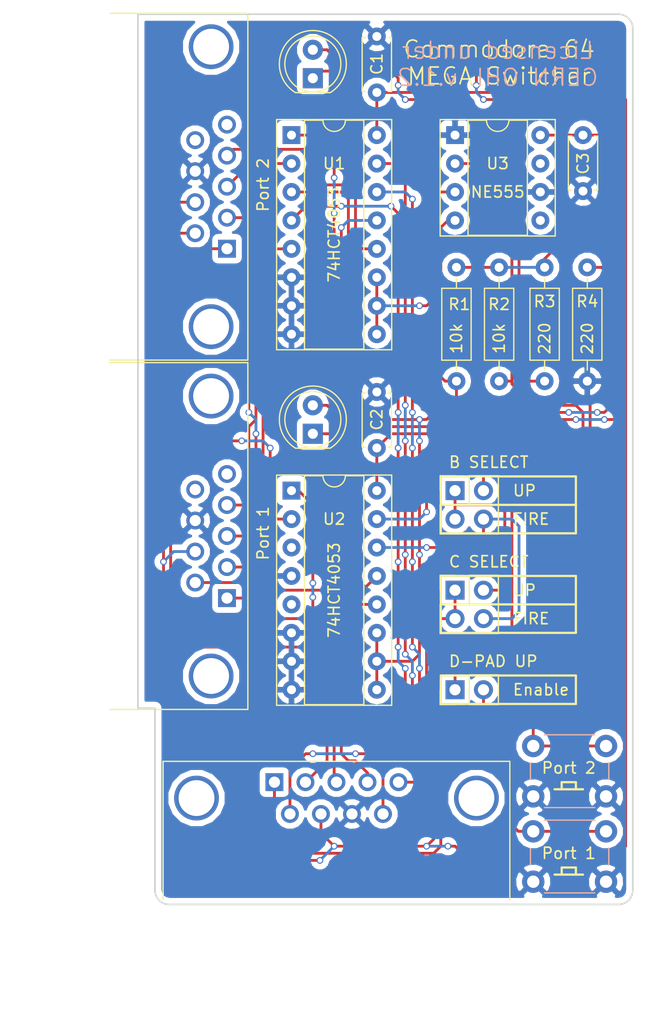
<source format=kicad_pcb>
(kicad_pcb (version 4) (host pcbnew 4.0.7)

  (general
    (links 70)
    (no_connects 0)
    (area 97.968999 35.484999 142.315001 115.137001)
    (thickness 1.6)
    (drawings 45)
    (tracks 436)
    (zones 0)
    (modules 20)
    (nets 26)
  )

  (page A4)
  (layers
    (0 F.Cu signal)
    (31 B.Cu signal)
    (32 B.Adhes user)
    (33 F.Adhes user)
    (34 B.Paste user)
    (35 F.Paste user)
    (36 B.SilkS user)
    (37 F.SilkS user)
    (38 B.Mask user)
    (39 F.Mask user)
    (40 Dwgs.User user)
    (41 Cmts.User user)
    (42 Eco1.User user)
    (43 Eco2.User user)
    (44 Edge.Cuts user)
    (45 Margin user)
    (46 B.CrtYd user)
    (47 F.CrtYd user)
    (48 B.Fab user)
    (49 F.Fab user)
  )

  (setup
    (last_trace_width 0.25)
    (trace_clearance 0.2)
    (zone_clearance 0.508)
    (zone_45_only no)
    (trace_min 0.2)
    (segment_width 0.2)
    (edge_width 0.15)
    (via_size 0.6)
    (via_drill 0.4)
    (via_min_size 0.4)
    (via_min_drill 0.3)
    (uvia_size 0.3)
    (uvia_drill 0.1)
    (uvias_allowed no)
    (uvia_min_size 0.2)
    (uvia_min_drill 0.1)
    (pcb_text_width 0.3)
    (pcb_text_size 1.5 1.5)
    (mod_edge_width 0.15)
    (mod_text_size 1 1)
    (mod_text_width 0.15)
    (pad_size 1.524 1.524)
    (pad_drill 0.762)
    (pad_to_mask_clearance 0.2)
    (aux_axis_origin 0 0)
    (visible_elements 7FFFFFFF)
    (pcbplotparams
      (layerselection 0x00030_80000001)
      (usegerberextensions false)
      (excludeedgelayer true)
      (linewidth 0.100000)
      (plotframeref false)
      (viasonmask false)
      (mode 1)
      (useauxorigin false)
      (hpglpennumber 1)
      (hpglpenspeed 20)
      (hpglpendiameter 15)
      (hpglpenoverlay 2)
      (psnegative false)
      (psa4output false)
      (plotreference true)
      (plotvalue true)
      (plotinvisibletext false)
      (padsonsilk false)
      (subtractmaskfromsilk false)
      (outputformat 1)
      (mirror false)
      (drillshape 1)
      (scaleselection 1)
      (outputdirectory ""))
  )

  (net 0 "")
  (net 1 PORT)
  (net 2 "Net-(D1-Pad2)")
  (net 3 "Net-(D2-Pad1)")
  (net 4 "Net-(J1-Pad1)")
  (net 5 "Net-(J1-Pad2)")
  (net 6 "Net-(J1-Pad3)")
  (net 7 "Net-(J1-Pad4)")
  (net 8 "Net-(J1-Pad6)")
  (net 9 VCC)
  (net 10 GND)
  (net 11 "Net-(J2-Pad1)")
  (net 12 "Net-(J2-Pad2)")
  (net 13 "Net-(J2-Pad3)")
  (net 14 "Net-(J2-Pad4)")
  (net 15 "Net-(J2-Pad6)")
  (net 16 /MD_U)
  (net 17 DOWN)
  (net 18 LEFT)
  (net 19 RIGHT)
  (net 20 "Net-(J3-Pad6)")
  (net 21 "Net-(J3-Pad9)")
  (net 22 UP)
  (net 23 FIRE)
  (net 24 "Net-(R1-Pad2)")
  (net 25 "Net-(R2-Pad2)")

  (net_class Default "This is the default net class."
    (clearance 0.2)
    (trace_width 0.25)
    (via_dia 0.6)
    (via_drill 0.4)
    (uvia_dia 0.3)
    (uvia_drill 0.1)
    (add_net /MD_U)
    (add_net DOWN)
    (add_net FIRE)
    (add_net GND)
    (add_net LEFT)
    (add_net "Net-(D1-Pad2)")
    (add_net "Net-(D2-Pad1)")
    (add_net "Net-(J1-Pad1)")
    (add_net "Net-(J1-Pad2)")
    (add_net "Net-(J1-Pad3)")
    (add_net "Net-(J1-Pad4)")
    (add_net "Net-(J1-Pad6)")
    (add_net "Net-(J2-Pad1)")
    (add_net "Net-(J2-Pad2)")
    (add_net "Net-(J2-Pad3)")
    (add_net "Net-(J2-Pad4)")
    (add_net "Net-(J2-Pad6)")
    (add_net "Net-(J3-Pad6)")
    (add_net "Net-(J3-Pad9)")
    (add_net "Net-(R1-Pad2)")
    (add_net "Net-(R2-Pad2)")
    (add_net PORT)
    (add_net RIGHT)
    (add_net UP)
    (add_net VCC)
  )

  (module LEDs:LED_D5.0mm (layer F.Cu) (tedit 5D11311E) (tstamp 5D112157)
    (at 113.665 41.275 90)
    (descr "LED, diameter 5.0mm, 2 pins, http://cdn-reichelt.de/documents/datenblatt/A500/LL-504BC2E-009.pdf")
    (tags "LED diameter 5.0mm 2 pins")
    (path /5D146669)
    (fp_text reference D1 (at 1.27 -3.96 90) (layer F.SilkS) hide
      (effects (font (size 1 1) (thickness 0.15)))
    )
    (fp_text value P2_LED (at 1.27 3.96 90) (layer F.Fab)
      (effects (font (size 1 1) (thickness 0.15)))
    )
    (fp_arc (start 1.27 0) (end -1.23 -1.469694) (angle 299.1) (layer F.Fab) (width 0.1))
    (fp_arc (start 1.27 0) (end -1.29 -1.54483) (angle 148.9) (layer F.SilkS) (width 0.12))
    (fp_arc (start 1.27 0) (end -1.29 1.54483) (angle -148.9) (layer F.SilkS) (width 0.12))
    (fp_circle (center 1.27 0) (end 3.77 0) (layer F.Fab) (width 0.1))
    (fp_circle (center 1.27 0) (end 3.77 0) (layer F.SilkS) (width 0.12))
    (fp_line (start -1.23 -1.469694) (end -1.23 1.469694) (layer F.Fab) (width 0.1))
    (fp_line (start -1.29 -1.545) (end -1.29 1.545) (layer F.SilkS) (width 0.12))
    (fp_line (start -1.95 -3.25) (end -1.95 3.25) (layer F.CrtYd) (width 0.05))
    (fp_line (start -1.95 3.25) (end 4.5 3.25) (layer F.CrtYd) (width 0.05))
    (fp_line (start 4.5 3.25) (end 4.5 -3.25) (layer F.CrtYd) (width 0.05))
    (fp_line (start 4.5 -3.25) (end -1.95 -3.25) (layer F.CrtYd) (width 0.05))
    (fp_text user %R (at 1.25 0 90) (layer F.Fab)
      (effects (font (size 0.8 0.8) (thickness 0.2)))
    )
    (pad 1 thru_hole rect (at 0 0 90) (size 1.8 1.8) (drill 0.9) (layers *.Cu *.Mask)
      (net 1 PORT))
    (pad 2 thru_hole circle (at 2.54 0 90) (size 1.8 1.8) (drill 0.9) (layers *.Cu *.Mask)
      (net 2 "Net-(D1-Pad2)"))
    (model ${KISYS3DMOD}/LEDs.3dshapes/LED_D5.0mm.wrl
      (at (xyz 0 0 0))
      (scale (xyz 0.393701 0.393701 0.393701))
      (rotate (xyz 0 0 0))
    )
  )

  (module LEDs:LED_D5.0mm (layer F.Cu) (tedit 5D113123) (tstamp 5D11215D)
    (at 113.665 73.025 90)
    (descr "LED, diameter 5.0mm, 2 pins, http://cdn-reichelt.de/documents/datenblatt/A500/LL-504BC2E-009.pdf")
    (tags "LED diameter 5.0mm 2 pins")
    (path /5D1475EF)
    (fp_text reference D2 (at 1.27 -3.96 90) (layer F.SilkS) hide
      (effects (font (size 1 1) (thickness 0.15)))
    )
    (fp_text value P1_LED (at 1.27 3.96 90) (layer F.Fab)
      (effects (font (size 1 1) (thickness 0.15)))
    )
    (fp_arc (start 1.27 0) (end -1.23 -1.469694) (angle 299.1) (layer F.Fab) (width 0.1))
    (fp_arc (start 1.27 0) (end -1.29 -1.54483) (angle 148.9) (layer F.SilkS) (width 0.12))
    (fp_arc (start 1.27 0) (end -1.29 1.54483) (angle -148.9) (layer F.SilkS) (width 0.12))
    (fp_circle (center 1.27 0) (end 3.77 0) (layer F.Fab) (width 0.1))
    (fp_circle (center 1.27 0) (end 3.77 0) (layer F.SilkS) (width 0.12))
    (fp_line (start -1.23 -1.469694) (end -1.23 1.469694) (layer F.Fab) (width 0.1))
    (fp_line (start -1.29 -1.545) (end -1.29 1.545) (layer F.SilkS) (width 0.12))
    (fp_line (start -1.95 -3.25) (end -1.95 3.25) (layer F.CrtYd) (width 0.05))
    (fp_line (start -1.95 3.25) (end 4.5 3.25) (layer F.CrtYd) (width 0.05))
    (fp_line (start 4.5 3.25) (end 4.5 -3.25) (layer F.CrtYd) (width 0.05))
    (fp_line (start 4.5 -3.25) (end -1.95 -3.25) (layer F.CrtYd) (width 0.05))
    (fp_text user %R (at 1.25 0 90) (layer F.Fab)
      (effects (font (size 0.8 0.8) (thickness 0.2)))
    )
    (pad 1 thru_hole rect (at 0 0 90) (size 1.8 1.8) (drill 0.9) (layers *.Cu *.Mask)
      (net 3 "Net-(D2-Pad1)"))
    (pad 2 thru_hole circle (at 2.54 0 90) (size 1.8 1.8) (drill 0.9) (layers *.Cu *.Mask)
      (net 1 PORT))
    (model ${KISYS3DMOD}/LEDs.3dshapes/LED_D5.0mm.wrl
      (at (xyz 0 0 0))
      (scale (xyz 0.393701 0.393701 0.393701))
      (rotate (xyz 0 0 0))
    )
  )

  (module RND:DSUB-9_Female_Horizontal_P2.77x2.84mm_EdgePinOffset7.70mm_Housed_MountingHolesOffset9.12mm (layer F.Cu) (tedit 5D129A89) (tstamp 5D11216C)
    (at 106 87.7 270)
    (descr "9-pin D-Sub connector, horizontal/angled (90 deg), THT-mount, female, pitch 2.77x2.84mm, pin-PCB-offset 7.699999999999999mm, distance of mounting holes 25mm, distance of mounting holes to PCB edge 9.12mm, see https://disti-assets.s3.amazonaws.com/tonar/files/datasheets/16730.pdf")
    (tags "9-pin D-Sub connector horizontal angled 90deg THT female pitch 2.77x2.84mm pin-PCB-offset 7.699999999999999mm mounting-holes-distance 25mm mounting-hole-offset 25mm")
    (path /5D1376D7)
    (fp_text reference J1 (at -5.54 -2.8 270) (layer F.SilkS) hide
      (effects (font (size 1 1) (thickness 0.15)))
    )
    (fp_text value "Port 1" (at -5.785 -3.22 270) (layer F.SilkS)
      (effects (font (size 1 1) (thickness 0.15)))
    )
    (fp_arc (start -18.04 1.42) (end -19.64 1.42) (angle 180) (layer F.Fab) (width 0.1))
    (fp_arc (start 6.96 1.42) (end 5.36 1.42) (angle 180) (layer F.Fab) (width 0.1))
    (fp_line (start -20.965 -1.8) (end -20.965 10.54) (layer F.Fab) (width 0.1))
    (fp_line (start -20.965 10.54) (end 9.885 10.54) (layer F.Fab) (width 0.1))
    (fp_line (start 9.885 10.54) (end 9.885 -1.8) (layer F.Fab) (width 0.1))
    (fp_line (start 9.885 -1.8) (end -20.965 -1.8) (layer F.Fab) (width 0.1))
    (fp_line (start -20.965 10.54) (end -20.965 10.94) (layer F.Fab) (width 0.1))
    (fp_line (start -20.965 10.94) (end 9.885 10.94) (layer F.Fab) (width 0.1))
    (fp_line (start 9.885 10.94) (end 9.885 10.54) (layer F.Fab) (width 0.1))
    (fp_line (start 9.885 10.54) (end -20.965 10.54) (layer F.Fab) (width 0.1))
    (fp_line (start -13.69 10.94) (end -13.69 17.11) (layer F.Fab) (width 0.1))
    (fp_line (start -13.69 17.11) (end 2.61 17.11) (layer F.Fab) (width 0.1))
    (fp_line (start 2.61 17.11) (end 2.61 10.94) (layer F.Fab) (width 0.1))
    (fp_line (start 2.61 10.94) (end -13.69 10.94) (layer F.Fab) (width 0.1))
    (fp_line (start -20.54 10.94) (end -20.54 15.94) (layer F.Fab) (width 0.1))
    (fp_line (start -20.54 15.94) (end -15.54 15.94) (layer F.Fab) (width 0.1))
    (fp_line (start -15.54 15.94) (end -15.54 10.94) (layer F.Fab) (width 0.1))
    (fp_line (start -15.54 10.94) (end -20.54 10.94) (layer F.Fab) (width 0.1))
    (fp_line (start 4.46 10.94) (end 4.46 15.94) (layer F.Fab) (width 0.1))
    (fp_line (start 4.46 15.94) (end 9.46 15.94) (layer F.Fab) (width 0.1))
    (fp_line (start 9.46 15.94) (end 9.46 10.94) (layer F.Fab) (width 0.1))
    (fp_line (start 9.46 10.94) (end 4.46 10.94) (layer F.Fab) (width 0.1))
    (fp_line (start -19.64 10.54) (end -19.64 1.42) (layer F.Fab) (width 0.1))
    (fp_line (start -16.44 10.54) (end -16.44 1.42) (layer F.Fab) (width 0.1))
    (fp_line (start 5.36 10.54) (end 5.36 1.42) (layer F.Fab) (width 0.1))
    (fp_line (start 8.56 10.54) (end 8.56 1.42) (layer F.Fab) (width 0.1))
    (fp_line (start -21.025 10.48) (end -21.025 -1.86) (layer F.SilkS) (width 0.12))
    (fp_line (start -21.025 -1.86) (end 9.945 -1.86) (layer F.SilkS) (width 0.12))
    (fp_line (start 9.945 -1.86) (end 9.945 10.48) (layer F.SilkS) (width 0.12))
    (fp_line (start -21.5 -2.35) (end -21.5 17.65) (layer F.CrtYd) (width 0.05))
    (fp_line (start -21.5 17.65) (end 10.4 17.65) (layer F.CrtYd) (width 0.05))
    (fp_line (start 10.4 17.65) (end 10.4 -2.35) (layer F.CrtYd) (width 0.05))
    (fp_line (start 10.4 -2.35) (end -21.5 -2.35) (layer F.CrtYd) (width 0.05))
    (fp_text user %R (at -5.54 14.025 270) (layer F.Fab)
      (effects (font (size 1 1) (thickness 0.15)))
    )
    (pad 1 thru_hole rect (at 0 0 270) (size 1.6 1.6) (drill 1) (layers *.Cu *.Mask)
      (net 4 "Net-(J1-Pad1)"))
    (pad 2 thru_hole circle (at -2.77 0 270) (size 1.6 1.6) (drill 1) (layers *.Cu *.Mask)
      (net 5 "Net-(J1-Pad2)"))
    (pad 3 thru_hole circle (at -5.54 0 270) (size 1.6 1.6) (drill 1) (layers *.Cu *.Mask)
      (net 6 "Net-(J1-Pad3)"))
    (pad 4 thru_hole circle (at -8.31 0 270) (size 1.6 1.6) (drill 1) (layers *.Cu *.Mask)
      (net 7 "Net-(J1-Pad4)"))
    (pad 5 thru_hole circle (at -11.08 0 270) (size 1.6 1.6) (drill 1) (layers *.Cu *.Mask))
    (pad 6 thru_hole circle (at -1.385 2.84 270) (size 1.6 1.6) (drill 1) (layers *.Cu *.Mask)
      (net 8 "Net-(J1-Pad6)"))
    (pad 7 thru_hole circle (at -4.155 2.84 270) (size 1.6 1.6) (drill 1) (layers *.Cu *.Mask)
      (net 9 VCC))
    (pad 8 thru_hole circle (at -6.925 2.84 270) (size 1.6 1.6) (drill 1) (layers *.Cu *.Mask)
      (net 10 GND))
    (pad 9 thru_hole circle (at -9.695 2.84 270) (size 1.6 1.6) (drill 1) (layers *.Cu *.Mask))
    (pad 0 thru_hole circle (at -18.04 1.42 270) (size 4 4) (drill 3.2) (layers *.Cu *.Mask))
    (pad 0 thru_hole circle (at 6.96 1.42 270) (size 4 4) (drill 3.2) (layers *.Cu *.Mask))
    (model ${KISYS3DMOD}/Connector_Dsub.3dshapes/DSUB-9_Female_Horizontal_P2.77x2.84mm_EdgePinOffset7.70mm_Housed_MountingHolesOffset9.12mm.wrl
      (at (xyz 0 0 0))
      (scale (xyz 1 1 1))
      (rotate (xyz 0 0 0))
    )
  )

  (module RND:DSUB-9_Female_Horizontal_P2.77x2.84mm_EdgePinOffset7.70mm_Housed_MountingHolesOffset9.12mm (layer F.Cu) (tedit 5D129A8E) (tstamp 5D11217B)
    (at 106 56.5 270)
    (descr "9-pin D-Sub connector, horizontal/angled (90 deg), THT-mount, female, pitch 2.77x2.84mm, pin-PCB-offset 7.699999999999999mm, distance of mounting holes 25mm, distance of mounting holes to PCB edge 9.12mm, see https://disti-assets.s3.amazonaws.com/tonar/files/datasheets/16730.pdf")
    (tags "9-pin D-Sub connector horizontal angled 90deg THT female pitch 2.77x2.84mm pin-PCB-offset 7.699999999999999mm mounting-holes-distance 25mm mounting-hole-offset 25mm")
    (path /5D13768F)
    (fp_text reference J2 (at -5.54 -2.8 270) (layer F.SilkS) hide
      (effects (font (size 1 1) (thickness 0.15)))
    )
    (fp_text value "Port 2" (at -5.7 -3.22 270) (layer F.SilkS)
      (effects (font (size 1 1) (thickness 0.15)))
    )
    (fp_arc (start -18.04 1.42) (end -19.64 1.42) (angle 180) (layer F.Fab) (width 0.1))
    (fp_arc (start 6.96 1.42) (end 5.36 1.42) (angle 180) (layer F.Fab) (width 0.1))
    (fp_line (start -20.965 -1.8) (end -20.965 10.54) (layer F.Fab) (width 0.1))
    (fp_line (start -20.965 10.54) (end 9.885 10.54) (layer F.Fab) (width 0.1))
    (fp_line (start 9.885 10.54) (end 9.885 -1.8) (layer F.Fab) (width 0.1))
    (fp_line (start 9.885 -1.8) (end -20.965 -1.8) (layer F.Fab) (width 0.1))
    (fp_line (start -20.965 10.54) (end -20.965 10.94) (layer F.Fab) (width 0.1))
    (fp_line (start -20.965 10.94) (end 9.885 10.94) (layer F.Fab) (width 0.1))
    (fp_line (start 9.885 10.94) (end 9.885 10.54) (layer F.Fab) (width 0.1))
    (fp_line (start 9.885 10.54) (end -20.965 10.54) (layer F.Fab) (width 0.1))
    (fp_line (start -13.69 10.94) (end -13.69 17.11) (layer F.Fab) (width 0.1))
    (fp_line (start -13.69 17.11) (end 2.61 17.11) (layer F.Fab) (width 0.1))
    (fp_line (start 2.61 17.11) (end 2.61 10.94) (layer F.Fab) (width 0.1))
    (fp_line (start 2.61 10.94) (end -13.69 10.94) (layer F.Fab) (width 0.1))
    (fp_line (start -20.54 10.94) (end -20.54 15.94) (layer F.Fab) (width 0.1))
    (fp_line (start -20.54 15.94) (end -15.54 15.94) (layer F.Fab) (width 0.1))
    (fp_line (start -15.54 15.94) (end -15.54 10.94) (layer F.Fab) (width 0.1))
    (fp_line (start -15.54 10.94) (end -20.54 10.94) (layer F.Fab) (width 0.1))
    (fp_line (start 4.46 10.94) (end 4.46 15.94) (layer F.Fab) (width 0.1))
    (fp_line (start 4.46 15.94) (end 9.46 15.94) (layer F.Fab) (width 0.1))
    (fp_line (start 9.46 15.94) (end 9.46 10.94) (layer F.Fab) (width 0.1))
    (fp_line (start 9.46 10.94) (end 4.46 10.94) (layer F.Fab) (width 0.1))
    (fp_line (start -19.64 10.54) (end -19.64 1.42) (layer F.Fab) (width 0.1))
    (fp_line (start -16.44 10.54) (end -16.44 1.42) (layer F.Fab) (width 0.1))
    (fp_line (start 5.36 10.54) (end 5.36 1.42) (layer F.Fab) (width 0.1))
    (fp_line (start 8.56 10.54) (end 8.56 1.42) (layer F.Fab) (width 0.1))
    (fp_line (start -21.025 10.48) (end -21.025 -1.86) (layer F.SilkS) (width 0.12))
    (fp_line (start -21.025 -1.86) (end 9.945 -1.86) (layer F.SilkS) (width 0.12))
    (fp_line (start 9.945 -1.86) (end 9.945 10.48) (layer F.SilkS) (width 0.12))
    (fp_line (start -21.5 -2.35) (end -21.5 17.65) (layer F.CrtYd) (width 0.05))
    (fp_line (start -21.5 17.65) (end 10.4 17.65) (layer F.CrtYd) (width 0.05))
    (fp_line (start 10.4 17.65) (end 10.4 -2.35) (layer F.CrtYd) (width 0.05))
    (fp_line (start 10.4 -2.35) (end -21.5 -2.35) (layer F.CrtYd) (width 0.05))
    (fp_text user %R (at -5.54 14.025 270) (layer F.Fab)
      (effects (font (size 1 1) (thickness 0.15)))
    )
    (pad 1 thru_hole rect (at 0 0 270) (size 1.6 1.6) (drill 1) (layers *.Cu *.Mask)
      (net 11 "Net-(J2-Pad1)"))
    (pad 2 thru_hole circle (at -2.77 0 270) (size 1.6 1.6) (drill 1) (layers *.Cu *.Mask)
      (net 12 "Net-(J2-Pad2)"))
    (pad 3 thru_hole circle (at -5.54 0 270) (size 1.6 1.6) (drill 1) (layers *.Cu *.Mask)
      (net 13 "Net-(J2-Pad3)"))
    (pad 4 thru_hole circle (at -8.31 0 270) (size 1.6 1.6) (drill 1) (layers *.Cu *.Mask)
      (net 14 "Net-(J2-Pad4)"))
    (pad 5 thru_hole circle (at -11.08 0 270) (size 1.6 1.6) (drill 1) (layers *.Cu *.Mask))
    (pad 6 thru_hole circle (at -1.385 2.84 270) (size 1.6 1.6) (drill 1) (layers *.Cu *.Mask)
      (net 15 "Net-(J2-Pad6)"))
    (pad 7 thru_hole circle (at -4.155 2.84 270) (size 1.6 1.6) (drill 1) (layers *.Cu *.Mask)
      (net 9 VCC))
    (pad 8 thru_hole circle (at -6.925 2.84 270) (size 1.6 1.6) (drill 1) (layers *.Cu *.Mask)
      (net 10 GND))
    (pad 9 thru_hole circle (at -9.695 2.84 270) (size 1.6 1.6) (drill 1) (layers *.Cu *.Mask))
    (pad 0 thru_hole circle (at -18.04 1.42 270) (size 4 4) (drill 3.2) (layers *.Cu *.Mask))
    (pad 0 thru_hole circle (at 6.96 1.42 270) (size 4 4) (drill 3.2) (layers *.Cu *.Mask))
    (model ${KISYS3DMOD}/Connector_Dsub.3dshapes/DSUB-9_Female_Horizontal_P2.77x2.84mm_EdgePinOffset7.70mm_Housed_MountingHolesOffset9.12mm.wrl
      (at (xyz 0 0 0))
      (scale (xyz 1 1 1))
      (rotate (xyz 0 0 0))
    )
  )

  (module RND:DSUB-9_Male_Horizontal_P2.77x2.84mm_EdgePinOffset7.70mm_Housed_MountingHolesOffset9.12mm (layer F.Cu) (tedit 5BCE4B38) (tstamp 5D11218A)
    (at 110.236 104.14)
    (descr "9-pin D-Sub connector, horizontal/angled (90 deg), THT-mount, male, pitch 2.77x2.84mm, pin-PCB-offset 7.699999999999999mm, distance of mounting holes 25mm, distance of mounting holes to PCB edge 9.12mm, see https://disti-assets.s3.amazonaws.com/tonar/files/datasheets/16730.pdf")
    (tags "9-pin D-Sub connector horizontal angled 90deg THT male pitch 2.77x2.84mm pin-PCB-offset 7.699999999999999mm mounting-holes-distance 25mm mounting-hole-offset 25mm")
    (path /5D1378A3)
    (fp_text reference J3 (at 5.54 -2.8) (layer F.SilkS) hide
      (effects (font (size 1 1) (thickness 0.15)))
    )
    (fp_text value "Mega Drive" (at 5.54 18.44) (layer F.Fab)
      (effects (font (size 1 1) (thickness 0.15)))
    )
    (fp_arc (start -6.96 1.42) (end -8.56 1.42) (angle 180) (layer F.Fab) (width 0.1))
    (fp_arc (start 18.04 1.42) (end 16.44 1.42) (angle 180) (layer F.Fab) (width 0.1))
    (fp_line (start -9.885 -1.8) (end -9.885 10.54) (layer F.Fab) (width 0.1))
    (fp_line (start -9.885 10.54) (end 20.965 10.54) (layer F.Fab) (width 0.1))
    (fp_line (start 20.965 10.54) (end 20.965 -1.8) (layer F.Fab) (width 0.1))
    (fp_line (start 20.965 -1.8) (end -9.885 -1.8) (layer F.Fab) (width 0.1))
    (fp_line (start -9.885 10.54) (end -9.885 10.94) (layer F.Fab) (width 0.1))
    (fp_line (start -9.885 10.94) (end 20.965 10.94) (layer F.Fab) (width 0.1))
    (fp_line (start 20.965 10.94) (end 20.965 10.54) (layer F.Fab) (width 0.1))
    (fp_line (start 20.965 10.54) (end -9.885 10.54) (layer F.Fab) (width 0.1))
    (fp_line (start -2.61 10.94) (end -2.61 16.94) (layer F.Fab) (width 0.1))
    (fp_line (start -2.61 16.94) (end 13.69 16.94) (layer F.Fab) (width 0.1))
    (fp_line (start 13.69 16.94) (end 13.69 10.94) (layer F.Fab) (width 0.1))
    (fp_line (start 13.69 10.94) (end -2.61 10.94) (layer F.Fab) (width 0.1))
    (fp_line (start -9.46 10.94) (end -9.46 15.94) (layer F.Fab) (width 0.1))
    (fp_line (start -9.46 15.94) (end -4.46 15.94) (layer F.Fab) (width 0.1))
    (fp_line (start -4.46 15.94) (end -4.46 10.94) (layer F.Fab) (width 0.1))
    (fp_line (start -4.46 10.94) (end -9.46 10.94) (layer F.Fab) (width 0.1))
    (fp_line (start 15.54 10.94) (end 15.54 15.94) (layer F.Fab) (width 0.1))
    (fp_line (start 15.54 15.94) (end 20.54 15.94) (layer F.Fab) (width 0.1))
    (fp_line (start 20.54 15.94) (end 20.54 10.94) (layer F.Fab) (width 0.1))
    (fp_line (start 20.54 10.94) (end 15.54 10.94) (layer F.Fab) (width 0.1))
    (fp_line (start -8.56 10.54) (end -8.56 1.42) (layer F.Fab) (width 0.1))
    (fp_line (start -5.36 10.54) (end -5.36 1.42) (layer F.Fab) (width 0.1))
    (fp_line (start 16.44 10.54) (end 16.44 1.42) (layer F.Fab) (width 0.1))
    (fp_line (start 19.64 10.54) (end 19.64 1.42) (layer F.Fab) (width 0.1))
    (fp_line (start -9.945 10.48) (end -9.945 -1.86) (layer F.SilkS) (width 0.12))
    (fp_line (start -9.945 -1.86) (end 21.025 -1.86) (layer F.SilkS) (width 0.12))
    (fp_line (start 21.025 -1.86) (end 21.025 10.48) (layer F.SilkS) (width 0.12))
    (fp_line (start -10.4 -2.35) (end -10.4 17.45) (layer F.CrtYd) (width 0.05))
    (fp_line (start -10.4 17.45) (end 21.5 17.45) (layer F.CrtYd) (width 0.05))
    (fp_line (start 21.5 17.45) (end 21.5 -2.35) (layer F.CrtYd) (width 0.05))
    (fp_line (start 21.5 -2.35) (end -10.4 -2.35) (layer F.CrtYd) (width 0.05))
    (fp_text user %R (at 5.54 13.94) (layer F.Fab)
      (effects (font (size 1 1) (thickness 0.15)))
    )
    (pad 1 thru_hole rect (at 0 0) (size 1.6 1.6) (drill 1) (layers *.Cu *.Mask)
      (net 16 /MD_U))
    (pad 2 thru_hole circle (at 2.77 0) (size 1.6 1.6) (drill 1) (layers *.Cu *.Mask)
      (net 17 DOWN))
    (pad 3 thru_hole circle (at 5.54 0) (size 1.6 1.6) (drill 1) (layers *.Cu *.Mask)
      (net 18 LEFT))
    (pad 4 thru_hole circle (at 8.31 0) (size 1.6 1.6) (drill 1) (layers *.Cu *.Mask)
      (net 19 RIGHT))
    (pad 5 thru_hole circle (at 11.08 0) (size 1.6 1.6) (drill 1) (layers *.Cu *.Mask)
      (net 9 VCC))
    (pad 6 thru_hole circle (at 1.385 2.84) (size 1.6 1.6) (drill 1) (layers *.Cu *.Mask)
      (net 20 "Net-(J3-Pad6)"))
    (pad 7 thru_hole circle (at 4.155 2.84) (size 1.6 1.6) (drill 1) (layers *.Cu *.Mask)
      (net 9 VCC))
    (pad 8 thru_hole circle (at 6.925 2.84) (size 1.6 1.6) (drill 1) (layers *.Cu *.Mask)
      (net 10 GND))
    (pad 9 thru_hole circle (at 9.695 2.84) (size 1.6 1.6) (drill 1) (layers *.Cu *.Mask)
      (net 21 "Net-(J3-Pad9)"))
    (pad 0 thru_hole circle (at -6.96 1.42) (size 4 4) (drill 3.2) (layers *.Cu *.Mask))
    (pad 0 thru_hole circle (at 18.04 1.42) (size 4 4) (drill 3.2) (layers *.Cu *.Mask))
    (model ${KISYS3DMOD}/Connector_Dsub.3dshapes/DSUB-9_Male_Horizontal_P2.77x2.84mm_EdgePinOffset7.70mm_Housed_MountingHolesOffset9.12mm.wrl
      (at (xyz 0 0 0))
      (scale (xyz 1 1 1))
      (rotate (xyz 0 0 0))
    )
  )

  (module Pin_Headers:Pin_Header_Straight_2x02_Pitch2.54mm (layer F.Cu) (tedit 5D129C5A) (tstamp 5D112192)
    (at 126.365 86.995)
    (descr "Through hole straight pin header, 2x02, 2.54mm pitch, double rows")
    (tags "Through hole pin header THT 2x02 2.54mm double row")
    (path /5D13CB16)
    (fp_text reference J4 (at 1.27 -2.33) (layer F.SilkS) hide
      (effects (font (size 1 1) (thickness 0.15)))
    )
    (fp_text value C_SEL (at 1.27 4.87) (layer F.Fab)
      (effects (font (size 1 1) (thickness 0.15)))
    )
    (fp_line (start 0 -1.27) (end 3.81 -1.27) (layer F.Fab) (width 0.1))
    (fp_line (start 3.81 -1.27) (end 3.81 3.81) (layer F.Fab) (width 0.1))
    (fp_line (start 3.81 3.81) (end -1.27 3.81) (layer F.Fab) (width 0.1))
    (fp_line (start -1.27 3.81) (end -1.27 0) (layer F.Fab) (width 0.1))
    (fp_line (start -1.27 0) (end 0 -1.27) (layer F.Fab) (width 0.1))
    (fp_line (start -1.33 3.87) (end 3.87 3.87) (layer F.SilkS) (width 0.12))
    (fp_line (start -1.33 1.27) (end -1.33 3.87) (layer F.SilkS) (width 0.12))
    (fp_line (start 3.87 -1.33) (end 3.87 3.87) (layer F.SilkS) (width 0.12))
    (fp_line (start -1.33 1.27) (end 1.27 1.27) (layer F.SilkS) (width 0.12))
    (fp_line (start 1.27 1.27) (end 1.27 -1.33) (layer F.SilkS) (width 0.12))
    (fp_line (start 1.27 -1.33) (end 3.87 -1.33) (layer F.SilkS) (width 0.12))
    (fp_line (start -1.33 0) (end -1.33 -1.33) (layer F.SilkS) (width 0.12))
    (fp_line (start -1.33 -1.33) (end 0 -1.33) (layer F.SilkS) (width 0.12))
    (fp_line (start -1.8 -1.8) (end -1.8 4.35) (layer F.CrtYd) (width 0.05))
    (fp_line (start -1.8 4.35) (end 4.35 4.35) (layer F.CrtYd) (width 0.05))
    (fp_line (start 4.35 4.35) (end 4.35 -1.8) (layer F.CrtYd) (width 0.05))
    (fp_line (start 4.35 -1.8) (end -1.8 -1.8) (layer F.CrtYd) (width 0.05))
    (fp_text user %R (at 1.27 1.27 90) (layer F.Fab)
      (effects (font (size 1 1) (thickness 0.15)))
    )
    (pad 1 thru_hole rect (at 0 0) (size 1.7 1.7) (drill 1) (layers *.Cu *.Mask)
      (net 21 "Net-(J3-Pad9)"))
    (pad 2 thru_hole oval (at 2.54 0) (size 1.7 1.7) (drill 1) (layers *.Cu *.Mask)
      (net 22 UP))
    (pad 3 thru_hole oval (at 0 2.54) (size 1.7 1.7) (drill 1) (layers *.Cu *.Mask)
      (net 21 "Net-(J3-Pad9)"))
    (pad 4 thru_hole oval (at 2.54 2.54) (size 1.7 1.7) (drill 1) (layers *.Cu *.Mask)
      (net 23 FIRE))
    (model ${KISYS3DMOD}/Pin_Headers.3dshapes/Pin_Header_Straight_2x02_Pitch2.54mm.wrl
      (at (xyz 0 0 0))
      (scale (xyz 1 1 1))
      (rotate (xyz 0 0 0))
    )
  )

  (module Pin_Headers:Pin_Header_Straight_2x02_Pitch2.54mm (layer F.Cu) (tedit 5D129C55) (tstamp 5D11219A)
    (at 126.365 78.105)
    (descr "Through hole straight pin header, 2x02, 2.54mm pitch, double rows")
    (tags "Through hole pin header THT 2x02 2.54mm double row")
    (path /5D13C994)
    (fp_text reference J5 (at 1.27 -2.33) (layer F.SilkS) hide
      (effects (font (size 1 1) (thickness 0.15)))
    )
    (fp_text value B_SEL (at 1.27 4.87) (layer F.Fab)
      (effects (font (size 1 1) (thickness 0.15)))
    )
    (fp_line (start 0 -1.27) (end 3.81 -1.27) (layer F.Fab) (width 0.1))
    (fp_line (start 3.81 -1.27) (end 3.81 3.81) (layer F.Fab) (width 0.1))
    (fp_line (start 3.81 3.81) (end -1.27 3.81) (layer F.Fab) (width 0.1))
    (fp_line (start -1.27 3.81) (end -1.27 0) (layer F.Fab) (width 0.1))
    (fp_line (start -1.27 0) (end 0 -1.27) (layer F.Fab) (width 0.1))
    (fp_line (start -1.33 3.87) (end 3.87 3.87) (layer F.SilkS) (width 0.12))
    (fp_line (start -1.33 1.27) (end -1.33 3.87) (layer F.SilkS) (width 0.12))
    (fp_line (start 3.87 -1.33) (end 3.87 3.87) (layer F.SilkS) (width 0.12))
    (fp_line (start -1.33 1.27) (end 1.27 1.27) (layer F.SilkS) (width 0.12))
    (fp_line (start 1.27 1.27) (end 1.27 -1.33) (layer F.SilkS) (width 0.12))
    (fp_line (start 1.27 -1.33) (end 3.87 -1.33) (layer F.SilkS) (width 0.12))
    (fp_line (start -1.33 0) (end -1.33 -1.33) (layer F.SilkS) (width 0.12))
    (fp_line (start -1.33 -1.33) (end 0 -1.33) (layer F.SilkS) (width 0.12))
    (fp_line (start -1.8 -1.8) (end -1.8 4.35) (layer F.CrtYd) (width 0.05))
    (fp_line (start -1.8 4.35) (end 4.35 4.35) (layer F.CrtYd) (width 0.05))
    (fp_line (start 4.35 4.35) (end 4.35 -1.8) (layer F.CrtYd) (width 0.05))
    (fp_line (start 4.35 -1.8) (end -1.8 -1.8) (layer F.CrtYd) (width 0.05))
    (fp_text user %R (at 1.27 1.27 90) (layer F.Fab)
      (effects (font (size 1 1) (thickness 0.15)))
    )
    (pad 1 thru_hole rect (at 0 0) (size 1.7 1.7) (drill 1) (layers *.Cu *.Mask)
      (net 20 "Net-(J3-Pad6)"))
    (pad 2 thru_hole oval (at 2.54 0) (size 1.7 1.7) (drill 1) (layers *.Cu *.Mask)
      (net 22 UP))
    (pad 3 thru_hole oval (at 0 2.54) (size 1.7 1.7) (drill 1) (layers *.Cu *.Mask)
      (net 20 "Net-(J3-Pad6)"))
    (pad 4 thru_hole oval (at 2.54 2.54) (size 1.7 1.7) (drill 1) (layers *.Cu *.Mask)
      (net 23 FIRE))
    (model ${KISYS3DMOD}/Pin_Headers.3dshapes/Pin_Header_Straight_2x02_Pitch2.54mm.wrl
      (at (xyz 0 0 0))
      (scale (xyz 1 1 1))
      (rotate (xyz 0 0 0))
    )
  )

  (module Pin_Headers:Pin_Header_Straight_1x02_Pitch2.54mm (layer F.Cu) (tedit 5D129C5F) (tstamp 5D1121A0)
    (at 126.365 95.885 90)
    (descr "Through hole straight pin header, 1x02, 2.54mm pitch, single row")
    (tags "Through hole pin header THT 1x02 2.54mm single row")
    (path /5D139C1C)
    (fp_text reference JP1 (at 0 -2.33 90) (layer F.SilkS) hide
      (effects (font (size 1 1) (thickness 0.15)))
    )
    (fp_text value UP (at 0 4.87 90) (layer F.Fab)
      (effects (font (size 1 1) (thickness 0.15)))
    )
    (fp_line (start -0.635 -1.27) (end 1.27 -1.27) (layer F.Fab) (width 0.1))
    (fp_line (start 1.27 -1.27) (end 1.27 3.81) (layer F.Fab) (width 0.1))
    (fp_line (start 1.27 3.81) (end -1.27 3.81) (layer F.Fab) (width 0.1))
    (fp_line (start -1.27 3.81) (end -1.27 -0.635) (layer F.Fab) (width 0.1))
    (fp_line (start -1.27 -0.635) (end -0.635 -1.27) (layer F.Fab) (width 0.1))
    (fp_line (start -1.33 3.87) (end 1.33 3.87) (layer F.SilkS) (width 0.12))
    (fp_line (start -1.33 1.27) (end -1.33 3.87) (layer F.SilkS) (width 0.12))
    (fp_line (start 1.33 1.27) (end 1.33 3.87) (layer F.SilkS) (width 0.12))
    (fp_line (start -1.33 1.27) (end 1.33 1.27) (layer F.SilkS) (width 0.12))
    (fp_line (start -1.33 0) (end -1.33 -1.33) (layer F.SilkS) (width 0.12))
    (fp_line (start -1.33 -1.33) (end 0 -1.33) (layer F.SilkS) (width 0.12))
    (fp_line (start -1.8 -1.8) (end -1.8 4.35) (layer F.CrtYd) (width 0.05))
    (fp_line (start -1.8 4.35) (end 1.8 4.35) (layer F.CrtYd) (width 0.05))
    (fp_line (start 1.8 4.35) (end 1.8 -1.8) (layer F.CrtYd) (width 0.05))
    (fp_line (start 1.8 -1.8) (end -1.8 -1.8) (layer F.CrtYd) (width 0.05))
    (fp_text user %R (at 0 1.27 180) (layer F.Fab)
      (effects (font (size 1 1) (thickness 0.15)))
    )
    (pad 1 thru_hole rect (at 0 0 90) (size 1.7 1.7) (drill 1) (layers *.Cu *.Mask)
      (net 22 UP))
    (pad 2 thru_hole oval (at 0 2.54 90) (size 1.7 1.7) (drill 1) (layers *.Cu *.Mask)
      (net 16 /MD_U))
    (model ${KISYS3DMOD}/Pin_Headers.3dshapes/Pin_Header_Straight_1x02_Pitch2.54mm.wrl
      (at (xyz 0 0 0))
      (scale (xyz 1 1 1))
      (rotate (xyz 0 0 0))
    )
  )

  (module Resistors_THT:R_Axial_DIN0207_L6.3mm_D2.5mm_P10.16mm_Horizontal (layer F.Cu) (tedit 5D113C58) (tstamp 5D1121A6)
    (at 126.492 58.166 270)
    (descr "Resistor, Axial_DIN0207 series, Axial, Horizontal, pin pitch=10.16mm, 0.25W = 1/4W, length*diameter=6.3*2.5mm^2, http://cdn-reichelt.de/documents/datenblatt/B400/1_4W%23YAG.pdf")
    (tags "Resistor Axial_DIN0207 series Axial Horizontal pin pitch 10.16mm 0.25W = 1/4W length 6.3mm diameter 2.5mm")
    (path /5D141DB8)
    (fp_text reference R1 (at 3.302 -0.254 360) (layer F.SilkS)
      (effects (font (size 1 1) (thickness 0.15)))
    )
    (fp_text value 10k (at 6.35 0 270) (layer F.SilkS)
      (effects (font (size 1 1) (thickness 0.15)))
    )
    (fp_line (start 1.93 -1.25) (end 1.93 1.25) (layer F.Fab) (width 0.1))
    (fp_line (start 1.93 1.25) (end 8.23 1.25) (layer F.Fab) (width 0.1))
    (fp_line (start 8.23 1.25) (end 8.23 -1.25) (layer F.Fab) (width 0.1))
    (fp_line (start 8.23 -1.25) (end 1.93 -1.25) (layer F.Fab) (width 0.1))
    (fp_line (start 0 0) (end 1.93 0) (layer F.Fab) (width 0.1))
    (fp_line (start 10.16 0) (end 8.23 0) (layer F.Fab) (width 0.1))
    (fp_line (start 1.87 -1.31) (end 1.87 1.31) (layer F.SilkS) (width 0.12))
    (fp_line (start 1.87 1.31) (end 8.29 1.31) (layer F.SilkS) (width 0.12))
    (fp_line (start 8.29 1.31) (end 8.29 -1.31) (layer F.SilkS) (width 0.12))
    (fp_line (start 8.29 -1.31) (end 1.87 -1.31) (layer F.SilkS) (width 0.12))
    (fp_line (start 0.98 0) (end 1.87 0) (layer F.SilkS) (width 0.12))
    (fp_line (start 9.18 0) (end 8.29 0) (layer F.SilkS) (width 0.12))
    (fp_line (start -1.05 -1.6) (end -1.05 1.6) (layer F.CrtYd) (width 0.05))
    (fp_line (start -1.05 1.6) (end 11.25 1.6) (layer F.CrtYd) (width 0.05))
    (fp_line (start 11.25 1.6) (end 11.25 -1.6) (layer F.CrtYd) (width 0.05))
    (fp_line (start 11.25 -1.6) (end -1.05 -1.6) (layer F.CrtYd) (width 0.05))
    (pad 1 thru_hole circle (at 0 0 270) (size 1.6 1.6) (drill 0.8) (layers *.Cu *.Mask)
      (net 9 VCC))
    (pad 2 thru_hole oval (at 10.16 0 270) (size 1.6 1.6) (drill 0.8) (layers *.Cu *.Mask)
      (net 24 "Net-(R1-Pad2)"))
    (model ${KISYS3DMOD}/Resistors_THT.3dshapes/R_Axial_DIN0207_L6.3mm_D2.5mm_P10.16mm_Horizontal.wrl
      (at (xyz 0 0 0))
      (scale (xyz 0.393701 0.393701 0.393701))
      (rotate (xyz 0 0 0))
    )
  )

  (module Resistors_THT:R_Axial_DIN0207_L6.3mm_D2.5mm_P10.16mm_Horizontal (layer F.Cu) (tedit 5D113C7A) (tstamp 5D1121AC)
    (at 130.302 58.166 270)
    (descr "Resistor, Axial_DIN0207 series, Axial, Horizontal, pin pitch=10.16mm, 0.25W = 1/4W, length*diameter=6.3*2.5mm^2, http://cdn-reichelt.de/documents/datenblatt/B400/1_4W%23YAG.pdf")
    (tags "Resistor Axial_DIN0207 series Axial Horizontal pin pitch 10.16mm 0.25W = 1/4W length 6.3mm diameter 2.5mm")
    (path /5D141D03)
    (fp_text reference R2 (at 3.302 0 360) (layer F.SilkS)
      (effects (font (size 1 1) (thickness 0.15)))
    )
    (fp_text value 10k (at 6.35 0 270) (layer F.SilkS)
      (effects (font (size 1 1) (thickness 0.15)))
    )
    (fp_line (start 1.93 -1.25) (end 1.93 1.25) (layer F.Fab) (width 0.1))
    (fp_line (start 1.93 1.25) (end 8.23 1.25) (layer F.Fab) (width 0.1))
    (fp_line (start 8.23 1.25) (end 8.23 -1.25) (layer F.Fab) (width 0.1))
    (fp_line (start 8.23 -1.25) (end 1.93 -1.25) (layer F.Fab) (width 0.1))
    (fp_line (start 0 0) (end 1.93 0) (layer F.Fab) (width 0.1))
    (fp_line (start 10.16 0) (end 8.23 0) (layer F.Fab) (width 0.1))
    (fp_line (start 1.87 -1.31) (end 1.87 1.31) (layer F.SilkS) (width 0.12))
    (fp_line (start 1.87 1.31) (end 8.29 1.31) (layer F.SilkS) (width 0.12))
    (fp_line (start 8.29 1.31) (end 8.29 -1.31) (layer F.SilkS) (width 0.12))
    (fp_line (start 8.29 -1.31) (end 1.87 -1.31) (layer F.SilkS) (width 0.12))
    (fp_line (start 0.98 0) (end 1.87 0) (layer F.SilkS) (width 0.12))
    (fp_line (start 9.18 0) (end 8.29 0) (layer F.SilkS) (width 0.12))
    (fp_line (start -1.05 -1.6) (end -1.05 1.6) (layer F.CrtYd) (width 0.05))
    (fp_line (start -1.05 1.6) (end 11.25 1.6) (layer F.CrtYd) (width 0.05))
    (fp_line (start 11.25 1.6) (end 11.25 -1.6) (layer F.CrtYd) (width 0.05))
    (fp_line (start 11.25 -1.6) (end -1.05 -1.6) (layer F.CrtYd) (width 0.05))
    (pad 1 thru_hole circle (at 0 0 270) (size 1.6 1.6) (drill 0.8) (layers *.Cu *.Mask)
      (net 9 VCC))
    (pad 2 thru_hole oval (at 10.16 0 270) (size 1.6 1.6) (drill 0.8) (layers *.Cu *.Mask)
      (net 25 "Net-(R2-Pad2)"))
    (model ${KISYS3DMOD}/Resistors_THT.3dshapes/R_Axial_DIN0207_L6.3mm_D2.5mm_P10.16mm_Horizontal.wrl
      (at (xyz 0 0 0))
      (scale (xyz 0.393701 0.393701 0.393701))
      (rotate (xyz 0 0 0))
    )
  )

  (module Resistors_THT:R_Axial_DIN0207_L6.3mm_D2.5mm_P10.16mm_Horizontal (layer F.Cu) (tedit 5D113C1C) (tstamp 5D1121B2)
    (at 134.366 58.166 270)
    (descr "Resistor, Axial_DIN0207 series, Axial, Horizontal, pin pitch=10.16mm, 0.25W = 1/4W, length*diameter=6.3*2.5mm^2, http://cdn-reichelt.de/documents/datenblatt/B400/1_4W%23YAG.pdf")
    (tags "Resistor Axial_DIN0207 series Axial Horizontal pin pitch 10.16mm 0.25W = 1/4W length 6.3mm diameter 2.5mm")
    (path /5D148E70)
    (fp_text reference R3 (at 3.048 0 360) (layer F.SilkS)
      (effects (font (size 1 1) (thickness 0.15)))
    )
    (fp_text value 220 (at 6.35 0 270) (layer F.SilkS)
      (effects (font (size 1 1) (thickness 0.15)))
    )
    (fp_line (start 1.93 -1.25) (end 1.93 1.25) (layer F.Fab) (width 0.1))
    (fp_line (start 1.93 1.25) (end 8.23 1.25) (layer F.Fab) (width 0.1))
    (fp_line (start 8.23 1.25) (end 8.23 -1.25) (layer F.Fab) (width 0.1))
    (fp_line (start 8.23 -1.25) (end 1.93 -1.25) (layer F.Fab) (width 0.1))
    (fp_line (start 0 0) (end 1.93 0) (layer F.Fab) (width 0.1))
    (fp_line (start 10.16 0) (end 8.23 0) (layer F.Fab) (width 0.1))
    (fp_line (start 1.87 -1.31) (end 1.87 1.31) (layer F.SilkS) (width 0.12))
    (fp_line (start 1.87 1.31) (end 8.29 1.31) (layer F.SilkS) (width 0.12))
    (fp_line (start 8.29 1.31) (end 8.29 -1.31) (layer F.SilkS) (width 0.12))
    (fp_line (start 8.29 -1.31) (end 1.87 -1.31) (layer F.SilkS) (width 0.12))
    (fp_line (start 0.98 0) (end 1.87 0) (layer F.SilkS) (width 0.12))
    (fp_line (start 9.18 0) (end 8.29 0) (layer F.SilkS) (width 0.12))
    (fp_line (start -1.05 -1.6) (end -1.05 1.6) (layer F.CrtYd) (width 0.05))
    (fp_line (start -1.05 1.6) (end 11.25 1.6) (layer F.CrtYd) (width 0.05))
    (fp_line (start 11.25 1.6) (end 11.25 -1.6) (layer F.CrtYd) (width 0.05))
    (fp_line (start 11.25 -1.6) (end -1.05 -1.6) (layer F.CrtYd) (width 0.05))
    (pad 1 thru_hole circle (at 0 0 270) (size 1.6 1.6) (drill 0.8) (layers *.Cu *.Mask)
      (net 9 VCC))
    (pad 2 thru_hole oval (at 10.16 0 270) (size 1.6 1.6) (drill 0.8) (layers *.Cu *.Mask)
      (net 2 "Net-(D1-Pad2)"))
    (model ${KISYS3DMOD}/Resistors_THT.3dshapes/R_Axial_DIN0207_L6.3mm_D2.5mm_P10.16mm_Horizontal.wrl
      (at (xyz 0 0 0))
      (scale (xyz 0.393701 0.393701 0.393701))
      (rotate (xyz 0 0 0))
    )
  )

  (module Resistors_THT:R_Axial_DIN0207_L6.3mm_D2.5mm_P10.16mm_Horizontal (layer F.Cu) (tedit 5D113BCD) (tstamp 5D1121B8)
    (at 138.176 58.166 270)
    (descr "Resistor, Axial_DIN0207 series, Axial, Horizontal, pin pitch=10.16mm, 0.25W = 1/4W, length*diameter=6.3*2.5mm^2, http://cdn-reichelt.de/documents/datenblatt/B400/1_4W%23YAG.pdf")
    (tags "Resistor Axial_DIN0207 series Axial Horizontal pin pitch 10.16mm 0.25W = 1/4W length 6.3mm diameter 2.5mm")
    (path /5D1465EA)
    (fp_text reference R4 (at 3.048 0 360) (layer F.SilkS)
      (effects (font (size 1 1) (thickness 0.15)))
    )
    (fp_text value 220 (at 6.35 0 270) (layer F.SilkS)
      (effects (font (size 1 1) (thickness 0.15)))
    )
    (fp_line (start 1.93 -1.25) (end 1.93 1.25) (layer F.Fab) (width 0.1))
    (fp_line (start 1.93 1.25) (end 8.23 1.25) (layer F.Fab) (width 0.1))
    (fp_line (start 8.23 1.25) (end 8.23 -1.25) (layer F.Fab) (width 0.1))
    (fp_line (start 8.23 -1.25) (end 1.93 -1.25) (layer F.Fab) (width 0.1))
    (fp_line (start 0 0) (end 1.93 0) (layer F.Fab) (width 0.1))
    (fp_line (start 10.16 0) (end 8.23 0) (layer F.Fab) (width 0.1))
    (fp_line (start 1.87 -1.31) (end 1.87 1.31) (layer F.SilkS) (width 0.12))
    (fp_line (start 1.87 1.31) (end 8.29 1.31) (layer F.SilkS) (width 0.12))
    (fp_line (start 8.29 1.31) (end 8.29 -1.31) (layer F.SilkS) (width 0.12))
    (fp_line (start 8.29 -1.31) (end 1.87 -1.31) (layer F.SilkS) (width 0.12))
    (fp_line (start 0.98 0) (end 1.87 0) (layer F.SilkS) (width 0.12))
    (fp_line (start 9.18 0) (end 8.29 0) (layer F.SilkS) (width 0.12))
    (fp_line (start -1.05 -1.6) (end -1.05 1.6) (layer F.CrtYd) (width 0.05))
    (fp_line (start -1.05 1.6) (end 11.25 1.6) (layer F.CrtYd) (width 0.05))
    (fp_line (start 11.25 1.6) (end 11.25 -1.6) (layer F.CrtYd) (width 0.05))
    (fp_line (start 11.25 -1.6) (end -1.05 -1.6) (layer F.CrtYd) (width 0.05))
    (pad 1 thru_hole circle (at 0 0 270) (size 1.6 1.6) (drill 0.8) (layers *.Cu *.Mask)
      (net 3 "Net-(D2-Pad1)"))
    (pad 2 thru_hole oval (at 10.16 0 270) (size 1.6 1.6) (drill 0.8) (layers *.Cu *.Mask)
      (net 10 GND))
    (model ${KISYS3DMOD}/Resistors_THT.3dshapes/R_Axial_DIN0207_L6.3mm_D2.5mm_P10.16mm_Horizontal.wrl
      (at (xyz 0 0 0))
      (scale (xyz 0.393701 0.393701 0.393701))
      (rotate (xyz 0 0 0))
    )
  )

  (module Buttons_Switches_THT:SW_PUSH_6mm (layer B.Cu) (tedit 5D113128) (tstamp 5D1121C0)
    (at 133.35 113.03)
    (descr https://www.omron.com/ecb/products/pdf/en-b3f.pdf)
    (tags "tact sw push 6mm")
    (path /5D1420E9)
    (fp_text reference SW1 (at 3.25 2) (layer B.SilkS) hide
      (effects (font (size 1 1) (thickness 0.15)) (justify mirror))
    )
    (fp_text value P1_SEL (at 3.75 -6.7) (layer B.Fab)
      (effects (font (size 1 1) (thickness 0.15)) (justify mirror))
    )
    (fp_text user %R (at 3.25 -2.25) (layer B.Fab)
      (effects (font (size 1 1) (thickness 0.15)) (justify mirror))
    )
    (fp_line (start 3.25 0.75) (end 6.25 0.75) (layer B.Fab) (width 0.1))
    (fp_line (start 6.25 0.75) (end 6.25 -5.25) (layer B.Fab) (width 0.1))
    (fp_line (start 6.25 -5.25) (end 0.25 -5.25) (layer B.Fab) (width 0.1))
    (fp_line (start 0.25 -5.25) (end 0.25 0.75) (layer B.Fab) (width 0.1))
    (fp_line (start 0.25 0.75) (end 3.25 0.75) (layer B.Fab) (width 0.1))
    (fp_line (start 7.75 -6) (end 8 -6) (layer B.CrtYd) (width 0.05))
    (fp_line (start 8 -6) (end 8 -5.75) (layer B.CrtYd) (width 0.05))
    (fp_line (start 7.75 1.5) (end 8 1.5) (layer B.CrtYd) (width 0.05))
    (fp_line (start 8 1.5) (end 8 1.25) (layer B.CrtYd) (width 0.05))
    (fp_line (start -1.5 1.25) (end -1.5 1.5) (layer B.CrtYd) (width 0.05))
    (fp_line (start -1.5 1.5) (end -1.25 1.5) (layer B.CrtYd) (width 0.05))
    (fp_line (start -1.5 -5.75) (end -1.5 -6) (layer B.CrtYd) (width 0.05))
    (fp_line (start -1.5 -6) (end -1.25 -6) (layer B.CrtYd) (width 0.05))
    (fp_line (start -1.25 1.5) (end 7.75 1.5) (layer B.CrtYd) (width 0.05))
    (fp_line (start -1.5 -5.75) (end -1.5 1.25) (layer B.CrtYd) (width 0.05))
    (fp_line (start 7.75 -6) (end -1.25 -6) (layer B.CrtYd) (width 0.05))
    (fp_line (start 8 1.25) (end 8 -5.75) (layer B.CrtYd) (width 0.05))
    (fp_line (start 1 -5.5) (end 5.5 -5.5) (layer B.SilkS) (width 0.12))
    (fp_line (start -0.25 -1.5) (end -0.25 -3) (layer B.SilkS) (width 0.12))
    (fp_line (start 5.5 1) (end 1 1) (layer B.SilkS) (width 0.12))
    (fp_line (start 6.75 -3) (end 6.75 -1.5) (layer B.SilkS) (width 0.12))
    (fp_circle (center 3.25 -2.25) (end 1.25 -2.5) (layer B.Fab) (width 0.1))
    (pad 2 thru_hole circle (at 0 -4.5 270) (size 2 2) (drill 1.1) (layers *.Cu *.Mask)
      (net 24 "Net-(R1-Pad2)"))
    (pad 1 thru_hole circle (at 0 0 270) (size 2 2) (drill 1.1) (layers *.Cu *.Mask)
      (net 10 GND))
    (pad 2 thru_hole circle (at 6.5 -4.5 270) (size 2 2) (drill 1.1) (layers *.Cu *.Mask)
      (net 24 "Net-(R1-Pad2)"))
    (pad 1 thru_hole circle (at 6.5 0 270) (size 2 2) (drill 1.1) (layers *.Cu *.Mask)
      (net 10 GND))
    (model ${KISYS3DMOD}/Buttons_Switches_THT.3dshapes/SW_PUSH_6mm.wrl
      (at (xyz 0.005 0 0))
      (scale (xyz 0.3937 0.3937 0.3937))
      (rotate (xyz 0 0 0))
    )
  )

  (module Buttons_Switches_THT:SW_PUSH_6mm (layer B.Cu) (tedit 5D11312F) (tstamp 5D1121C8)
    (at 133.35 105.41)
    (descr https://www.omron.com/ecb/products/pdf/en-b3f.pdf)
    (tags "tact sw push 6mm")
    (path /5D1424D3)
    (fp_text reference SW2 (at 3.25 2) (layer B.SilkS) hide
      (effects (font (size 1 1) (thickness 0.15)) (justify mirror))
    )
    (fp_text value P2_SEL (at 3.75 -6.7) (layer B.Fab)
      (effects (font (size 1 1) (thickness 0.15)) (justify mirror))
    )
    (fp_text user %R (at 3.25 -2.25) (layer B.Fab)
      (effects (font (size 1 1) (thickness 0.15)) (justify mirror))
    )
    (fp_line (start 3.25 0.75) (end 6.25 0.75) (layer B.Fab) (width 0.1))
    (fp_line (start 6.25 0.75) (end 6.25 -5.25) (layer B.Fab) (width 0.1))
    (fp_line (start 6.25 -5.25) (end 0.25 -5.25) (layer B.Fab) (width 0.1))
    (fp_line (start 0.25 -5.25) (end 0.25 0.75) (layer B.Fab) (width 0.1))
    (fp_line (start 0.25 0.75) (end 3.25 0.75) (layer B.Fab) (width 0.1))
    (fp_line (start 7.75 -6) (end 8 -6) (layer B.CrtYd) (width 0.05))
    (fp_line (start 8 -6) (end 8 -5.75) (layer B.CrtYd) (width 0.05))
    (fp_line (start 7.75 1.5) (end 8 1.5) (layer B.CrtYd) (width 0.05))
    (fp_line (start 8 1.5) (end 8 1.25) (layer B.CrtYd) (width 0.05))
    (fp_line (start -1.5 1.25) (end -1.5 1.5) (layer B.CrtYd) (width 0.05))
    (fp_line (start -1.5 1.5) (end -1.25 1.5) (layer B.CrtYd) (width 0.05))
    (fp_line (start -1.5 -5.75) (end -1.5 -6) (layer B.CrtYd) (width 0.05))
    (fp_line (start -1.5 -6) (end -1.25 -6) (layer B.CrtYd) (width 0.05))
    (fp_line (start -1.25 1.5) (end 7.75 1.5) (layer B.CrtYd) (width 0.05))
    (fp_line (start -1.5 -5.75) (end -1.5 1.25) (layer B.CrtYd) (width 0.05))
    (fp_line (start 7.75 -6) (end -1.25 -6) (layer B.CrtYd) (width 0.05))
    (fp_line (start 8 1.25) (end 8 -5.75) (layer B.CrtYd) (width 0.05))
    (fp_line (start 1 -5.5) (end 5.5 -5.5) (layer B.SilkS) (width 0.12))
    (fp_line (start -0.25 -1.5) (end -0.25 -3) (layer B.SilkS) (width 0.12))
    (fp_line (start 5.5 1) (end 1 1) (layer B.SilkS) (width 0.12))
    (fp_line (start 6.75 -3) (end 6.75 -1.5) (layer B.SilkS) (width 0.12))
    (fp_circle (center 3.25 -2.25) (end 1.25 -2.5) (layer B.Fab) (width 0.1))
    (pad 2 thru_hole circle (at 0 -4.5 270) (size 2 2) (drill 1.1) (layers *.Cu *.Mask)
      (net 25 "Net-(R2-Pad2)"))
    (pad 1 thru_hole circle (at 0 0 270) (size 2 2) (drill 1.1) (layers *.Cu *.Mask)
      (net 10 GND))
    (pad 2 thru_hole circle (at 6.5 -4.5 270) (size 2 2) (drill 1.1) (layers *.Cu *.Mask)
      (net 25 "Net-(R2-Pad2)"))
    (pad 1 thru_hole circle (at 6.5 0 270) (size 2 2) (drill 1.1) (layers *.Cu *.Mask)
      (net 10 GND))
    (model ${KISYS3DMOD}/Buttons_Switches_THT.3dshapes/SW_PUSH_6mm.wrl
      (at (xyz 0.005 0 0))
      (scale (xyz 0.3937 0.3937 0.3937))
      (rotate (xyz 0 0 0))
    )
  )

  (module Housings_DIP:DIP-16_W7.62mm_Socket (layer F.Cu) (tedit 5D112653) (tstamp 5D1121DC)
    (at 111.76 46.355)
    (descr "16-lead though-hole mounted DIP package, row spacing 7.62 mm (300 mils), Socket")
    (tags "THT DIP DIL PDIP 2.54mm 7.62mm 300mil Socket")
    (path /5D11BD35)
    (fp_text reference U1 (at 3.81 2.54) (layer F.SilkS)
      (effects (font (size 1 1) (thickness 0.15)))
    )
    (fp_text value 74HCT4053 (at 3.81 8.89 90) (layer F.SilkS)
      (effects (font (size 1 1) (thickness 0.15)))
    )
    (fp_arc (start 3.81 -1.33) (end 2.81 -1.33) (angle -180) (layer F.SilkS) (width 0.12))
    (fp_line (start 1.635 -1.27) (end 6.985 -1.27) (layer F.Fab) (width 0.1))
    (fp_line (start 6.985 -1.27) (end 6.985 19.05) (layer F.Fab) (width 0.1))
    (fp_line (start 6.985 19.05) (end 0.635 19.05) (layer F.Fab) (width 0.1))
    (fp_line (start 0.635 19.05) (end 0.635 -0.27) (layer F.Fab) (width 0.1))
    (fp_line (start 0.635 -0.27) (end 1.635 -1.27) (layer F.Fab) (width 0.1))
    (fp_line (start -1.27 -1.33) (end -1.27 19.11) (layer F.Fab) (width 0.1))
    (fp_line (start -1.27 19.11) (end 8.89 19.11) (layer F.Fab) (width 0.1))
    (fp_line (start 8.89 19.11) (end 8.89 -1.33) (layer F.Fab) (width 0.1))
    (fp_line (start 8.89 -1.33) (end -1.27 -1.33) (layer F.Fab) (width 0.1))
    (fp_line (start 2.81 -1.33) (end 1.16 -1.33) (layer F.SilkS) (width 0.12))
    (fp_line (start 1.16 -1.33) (end 1.16 19.11) (layer F.SilkS) (width 0.12))
    (fp_line (start 1.16 19.11) (end 6.46 19.11) (layer F.SilkS) (width 0.12))
    (fp_line (start 6.46 19.11) (end 6.46 -1.33) (layer F.SilkS) (width 0.12))
    (fp_line (start 6.46 -1.33) (end 4.81 -1.33) (layer F.SilkS) (width 0.12))
    (fp_line (start -1.33 -1.39) (end -1.33 19.17) (layer F.SilkS) (width 0.12))
    (fp_line (start -1.33 19.17) (end 8.95 19.17) (layer F.SilkS) (width 0.12))
    (fp_line (start 8.95 19.17) (end 8.95 -1.39) (layer F.SilkS) (width 0.12))
    (fp_line (start 8.95 -1.39) (end -1.33 -1.39) (layer F.SilkS) (width 0.12))
    (fp_line (start -1.55 -1.6) (end -1.55 19.4) (layer F.CrtYd) (width 0.05))
    (fp_line (start -1.55 19.4) (end 9.15 19.4) (layer F.CrtYd) (width 0.05))
    (fp_line (start 9.15 19.4) (end 9.15 -1.6) (layer F.CrtYd) (width 0.05))
    (fp_line (start 9.15 -1.6) (end -1.55 -1.6) (layer F.CrtYd) (width 0.05))
    (fp_text user %R (at 3.81 2.54) (layer F.Fab)
      (effects (font (size 1 1) (thickness 0.15)))
    )
    (pad 1 thru_hole rect (at 0 0) (size 1.6 1.6) (drill 0.8) (layers *.Cu *.Mask)
      (net 6 "Net-(J1-Pad3)"))
    (pad 9 thru_hole oval (at 7.62 17.78) (size 1.6 1.6) (drill 0.8) (layers *.Cu *.Mask)
      (net 1 PORT))
    (pad 2 thru_hole oval (at 0 2.54) (size 1.6 1.6) (drill 0.8) (layers *.Cu *.Mask)
      (net 13 "Net-(J2-Pad3)"))
    (pad 10 thru_hole oval (at 7.62 15.24) (size 1.6 1.6) (drill 0.8) (layers *.Cu *.Mask)
      (net 1 PORT))
    (pad 3 thru_hole oval (at 0 5.08) (size 1.6 1.6) (drill 0.8) (layers *.Cu *.Mask)
      (net 5 "Net-(J1-Pad2)"))
    (pad 11 thru_hole oval (at 7.62 12.7) (size 1.6 1.6) (drill 0.8) (layers *.Cu *.Mask)
      (net 1 PORT))
    (pad 4 thru_hole oval (at 0 7.62) (size 1.6 1.6) (drill 0.8) (layers *.Cu *.Mask)
      (net 17 DOWN))
    (pad 12 thru_hole oval (at 7.62 10.16) (size 1.6 1.6) (drill 0.8) (layers *.Cu *.Mask)
      (net 14 "Net-(J2-Pad4)"))
    (pad 5 thru_hole oval (at 0 10.16) (size 1.6 1.6) (drill 0.8) (layers *.Cu *.Mask)
      (net 12 "Net-(J2-Pad2)"))
    (pad 13 thru_hole oval (at 7.62 7.62) (size 1.6 1.6) (drill 0.8) (layers *.Cu *.Mask)
      (net 7 "Net-(J1-Pad4)"))
    (pad 6 thru_hole oval (at 0 12.7) (size 1.6 1.6) (drill 0.8) (layers *.Cu *.Mask)
      (net 10 GND))
    (pad 14 thru_hole oval (at 7.62 5.08) (size 1.6 1.6) (drill 0.8) (layers *.Cu *.Mask)
      (net 19 RIGHT))
    (pad 7 thru_hole oval (at 0 15.24) (size 1.6 1.6) (drill 0.8) (layers *.Cu *.Mask)
      (net 10 GND))
    (pad 15 thru_hole oval (at 7.62 2.54) (size 1.6 1.6) (drill 0.8) (layers *.Cu *.Mask)
      (net 18 LEFT))
    (pad 8 thru_hole oval (at 0 17.78) (size 1.6 1.6) (drill 0.8) (layers *.Cu *.Mask)
      (net 10 GND))
    (pad 16 thru_hole oval (at 7.62 0) (size 1.6 1.6) (drill 0.8) (layers *.Cu *.Mask)
      (net 9 VCC))
    (model ${KISYS3DMOD}/Housings_DIP.3dshapes/DIP-16_W7.62mm_Socket.wrl
      (at (xyz 0 0 0))
      (scale (xyz 1 1 1))
      (rotate (xyz 0 0 0))
    )
  )

  (module Housings_DIP:DIP-16_W7.62mm_Socket (layer F.Cu) (tedit 5D113B3F) (tstamp 5D1121F0)
    (at 111.76 78.105)
    (descr "16-lead though-hole mounted DIP package, row spacing 7.62 mm (300 mils), Socket")
    (tags "THT DIP DIL PDIP 2.54mm 7.62mm 300mil Socket")
    (path /5D11BF85)
    (fp_text reference U2 (at 3.81 2.54) (layer F.SilkS)
      (effects (font (size 1 1) (thickness 0.15)))
    )
    (fp_text value 74HCT4053 (at 3.81 8.89 90) (layer F.SilkS)
      (effects (font (size 1 1) (thickness 0.15)))
    )
    (fp_arc (start 3.81 -1.33) (end 2.81 -1.33) (angle -180) (layer F.SilkS) (width 0.12))
    (fp_line (start 1.635 -1.27) (end 6.985 -1.27) (layer F.Fab) (width 0.1))
    (fp_line (start 6.985 -1.27) (end 6.985 19.05) (layer F.Fab) (width 0.1))
    (fp_line (start 6.985 19.05) (end 0.635 19.05) (layer F.Fab) (width 0.1))
    (fp_line (start 0.635 19.05) (end 0.635 -0.27) (layer F.Fab) (width 0.1))
    (fp_line (start 0.635 -0.27) (end 1.635 -1.27) (layer F.Fab) (width 0.1))
    (fp_line (start -1.27 -1.33) (end -1.27 19.11) (layer F.Fab) (width 0.1))
    (fp_line (start -1.27 19.11) (end 8.89 19.11) (layer F.Fab) (width 0.1))
    (fp_line (start 8.89 19.11) (end 8.89 -1.33) (layer F.Fab) (width 0.1))
    (fp_line (start 8.89 -1.33) (end -1.27 -1.33) (layer F.Fab) (width 0.1))
    (fp_line (start 2.81 -1.33) (end 1.16 -1.33) (layer F.SilkS) (width 0.12))
    (fp_line (start 1.16 -1.33) (end 1.16 19.11) (layer F.SilkS) (width 0.12))
    (fp_line (start 1.16 19.11) (end 6.46 19.11) (layer F.SilkS) (width 0.12))
    (fp_line (start 6.46 19.11) (end 6.46 -1.33) (layer F.SilkS) (width 0.12))
    (fp_line (start 6.46 -1.33) (end 4.81 -1.33) (layer F.SilkS) (width 0.12))
    (fp_line (start -1.33 -1.39) (end -1.33 19.17) (layer F.SilkS) (width 0.12))
    (fp_line (start -1.33 19.17) (end 8.95 19.17) (layer F.SilkS) (width 0.12))
    (fp_line (start 8.95 19.17) (end 8.95 -1.39) (layer F.SilkS) (width 0.12))
    (fp_line (start 8.95 -1.39) (end -1.33 -1.39) (layer F.SilkS) (width 0.12))
    (fp_line (start -1.55 -1.6) (end -1.55 19.4) (layer F.CrtYd) (width 0.05))
    (fp_line (start -1.55 19.4) (end 9.15 19.4) (layer F.CrtYd) (width 0.05))
    (fp_line (start 9.15 19.4) (end 9.15 -1.6) (layer F.CrtYd) (width 0.05))
    (fp_line (start 9.15 -1.6) (end -1.55 -1.6) (layer F.CrtYd) (width 0.05))
    (fp_text user %R (at 3.81 2.54) (layer F.Fab)
      (effects (font (size 1 1) (thickness 0.15)))
    )
    (pad 1 thru_hole rect (at 0 0) (size 1.6 1.6) (drill 0.8) (layers *.Cu *.Mask)
      (net 4 "Net-(J1-Pad1)"))
    (pad 9 thru_hole oval (at 7.62 17.78) (size 1.6 1.6) (drill 0.8) (layers *.Cu *.Mask)
      (net 1 PORT))
    (pad 2 thru_hole oval (at 0 2.54) (size 1.6 1.6) (drill 0.8) (layers *.Cu *.Mask)
      (net 11 "Net-(J2-Pad1)"))
    (pad 10 thru_hole oval (at 7.62 15.24) (size 1.6 1.6) (drill 0.8) (layers *.Cu *.Mask)
      (net 1 PORT))
    (pad 3 thru_hole oval (at 0 5.08) (size 1.6 1.6) (drill 0.8) (layers *.Cu *.Mask))
    (pad 11 thru_hole oval (at 7.62 12.7) (size 1.6 1.6) (drill 0.8) (layers *.Cu *.Mask)
      (net 1 PORT))
    (pad 4 thru_hole oval (at 0 7.62) (size 1.6 1.6) (drill 0.8) (layers *.Cu *.Mask)
      (net 10 GND))
    (pad 12 thru_hole oval (at 7.62 10.16) (size 1.6 1.6) (drill 0.8) (layers *.Cu *.Mask)
      (net 15 "Net-(J2-Pad6)"))
    (pad 5 thru_hole oval (at 0 10.16) (size 1.6 1.6) (drill 0.8) (layers *.Cu *.Mask))
    (pad 13 thru_hole oval (at 7.62 7.62) (size 1.6 1.6) (drill 0.8) (layers *.Cu *.Mask)
      (net 8 "Net-(J1-Pad6)"))
    (pad 6 thru_hole oval (at 0 12.7) (size 1.6 1.6) (drill 0.8) (layers *.Cu *.Mask)
      (net 10 GND))
    (pad 14 thru_hole oval (at 7.62 5.08) (size 1.6 1.6) (drill 0.8) (layers *.Cu *.Mask)
      (net 23 FIRE))
    (pad 7 thru_hole oval (at 0 15.24) (size 1.6 1.6) (drill 0.8) (layers *.Cu *.Mask)
      (net 10 GND))
    (pad 15 thru_hole oval (at 7.62 2.54) (size 1.6 1.6) (drill 0.8) (layers *.Cu *.Mask)
      (net 22 UP))
    (pad 8 thru_hole oval (at 0 17.78) (size 1.6 1.6) (drill 0.8) (layers *.Cu *.Mask)
      (net 10 GND))
    (pad 16 thru_hole oval (at 7.62 0) (size 1.6 1.6) (drill 0.8) (layers *.Cu *.Mask)
      (net 9 VCC))
    (model ${KISYS3DMOD}/Housings_DIP.3dshapes/DIP-16_W7.62mm_Socket.wrl
      (at (xyz 0 0 0))
      (scale (xyz 1 1 1))
      (rotate (xyz 0 0 0))
    )
  )

  (module Housings_DIP:DIP-8_W7.62mm_Socket (layer F.Cu) (tedit 5D113B17) (tstamp 5D1121FC)
    (at 126.365 46.355)
    (descr "8-lead though-hole mounted DIP package, row spacing 7.62 mm (300 mils), Socket")
    (tags "THT DIP DIL PDIP 2.54mm 7.62mm 300mil Socket")
    (path /5D141B99)
    (fp_text reference U3 (at 3.81 2.54) (layer F.SilkS)
      (effects (font (size 1 1) (thickness 0.15)))
    )
    (fp_text value NE555 (at 3.81 5.08) (layer F.SilkS)
      (effects (font (size 1 1) (thickness 0.15)))
    )
    (fp_arc (start 3.81 -1.33) (end 2.81 -1.33) (angle -180) (layer F.SilkS) (width 0.12))
    (fp_line (start 1.635 -1.27) (end 6.985 -1.27) (layer F.Fab) (width 0.1))
    (fp_line (start 6.985 -1.27) (end 6.985 8.89) (layer F.Fab) (width 0.1))
    (fp_line (start 6.985 8.89) (end 0.635 8.89) (layer F.Fab) (width 0.1))
    (fp_line (start 0.635 8.89) (end 0.635 -0.27) (layer F.Fab) (width 0.1))
    (fp_line (start 0.635 -0.27) (end 1.635 -1.27) (layer F.Fab) (width 0.1))
    (fp_line (start -1.27 -1.33) (end -1.27 8.95) (layer F.Fab) (width 0.1))
    (fp_line (start -1.27 8.95) (end 8.89 8.95) (layer F.Fab) (width 0.1))
    (fp_line (start 8.89 8.95) (end 8.89 -1.33) (layer F.Fab) (width 0.1))
    (fp_line (start 8.89 -1.33) (end -1.27 -1.33) (layer F.Fab) (width 0.1))
    (fp_line (start 2.81 -1.33) (end 1.16 -1.33) (layer F.SilkS) (width 0.12))
    (fp_line (start 1.16 -1.33) (end 1.16 8.95) (layer F.SilkS) (width 0.12))
    (fp_line (start 1.16 8.95) (end 6.46 8.95) (layer F.SilkS) (width 0.12))
    (fp_line (start 6.46 8.95) (end 6.46 -1.33) (layer F.SilkS) (width 0.12))
    (fp_line (start 6.46 -1.33) (end 4.81 -1.33) (layer F.SilkS) (width 0.12))
    (fp_line (start -1.33 -1.39) (end -1.33 9.01) (layer F.SilkS) (width 0.12))
    (fp_line (start -1.33 9.01) (end 8.95 9.01) (layer F.SilkS) (width 0.12))
    (fp_line (start 8.95 9.01) (end 8.95 -1.39) (layer F.SilkS) (width 0.12))
    (fp_line (start 8.95 -1.39) (end -1.33 -1.39) (layer F.SilkS) (width 0.12))
    (fp_line (start -1.55 -1.6) (end -1.55 9.2) (layer F.CrtYd) (width 0.05))
    (fp_line (start -1.55 9.2) (end 9.15 9.2) (layer F.CrtYd) (width 0.05))
    (fp_line (start 9.15 9.2) (end 9.15 -1.6) (layer F.CrtYd) (width 0.05))
    (fp_line (start 9.15 -1.6) (end -1.55 -1.6) (layer F.CrtYd) (width 0.05))
    (fp_text user %R (at 3.81 2.54) (layer F.Fab)
      (effects (font (size 1 1) (thickness 0.15)))
    )
    (pad 1 thru_hole rect (at 0 0) (size 1.6 1.6) (drill 0.8) (layers *.Cu *.Mask)
      (net 10 GND))
    (pad 5 thru_hole oval (at 7.62 7.62) (size 1.6 1.6) (drill 0.8) (layers *.Cu *.Mask))
    (pad 2 thru_hole oval (at 0 2.54) (size 1.6 1.6) (drill 0.8) (layers *.Cu *.Mask)
      (net 25 "Net-(R2-Pad2)"))
    (pad 6 thru_hole oval (at 7.62 5.08) (size 1.6 1.6) (drill 0.8) (layers *.Cu *.Mask)
      (net 10 GND))
    (pad 3 thru_hole oval (at 0 5.08) (size 1.6 1.6) (drill 0.8) (layers *.Cu *.Mask)
      (net 1 PORT))
    (pad 7 thru_hole oval (at 7.62 2.54) (size 1.6 1.6) (drill 0.8) (layers *.Cu *.Mask))
    (pad 4 thru_hole oval (at 0 7.62) (size 1.6 1.6) (drill 0.8) (layers *.Cu *.Mask)
      (net 24 "Net-(R1-Pad2)"))
    (pad 8 thru_hole oval (at 7.62 0) (size 1.6 1.6) (drill 0.8) (layers *.Cu *.Mask)
      (net 9 VCC))
    (model ${KISYS3DMOD}/Housings_DIP.3dshapes/DIP-8_W7.62mm_Socket.wrl
      (at (xyz 0 0 0))
      (scale (xyz 1 1 1))
      (rotate (xyz 0 0 0))
    )
  )

  (module Capacitors_THT:C_Disc_D4.7mm_W2.5mm_P5.00mm (layer F.Cu) (tedit 5D112639) (tstamp 5D11260B)
    (at 119.38 42.545 90)
    (descr "C, Disc series, Radial, pin pitch=5.00mm, , diameter*width=4.7*2.5mm^2, Capacitor, http://www.vishay.com/docs/45233/krseries.pdf")
    (tags "C Disc series Radial pin pitch 5.00mm  diameter 4.7mm width 2.5mm Capacitor")
    (path /5D113224)
    (fp_text reference C1 (at 2.54 0 90) (layer F.SilkS)
      (effects (font (size 1 1) (thickness 0.15)))
    )
    (fp_text value 100nF (at 2.5 2.56 90) (layer F.Fab)
      (effects (font (size 1 1) (thickness 0.15)))
    )
    (fp_line (start 0.15 -1.25) (end 0.15 1.25) (layer F.Fab) (width 0.1))
    (fp_line (start 0.15 1.25) (end 4.85 1.25) (layer F.Fab) (width 0.1))
    (fp_line (start 4.85 1.25) (end 4.85 -1.25) (layer F.Fab) (width 0.1))
    (fp_line (start 4.85 -1.25) (end 0.15 -1.25) (layer F.Fab) (width 0.1))
    (fp_line (start 0.09 -1.31) (end 4.91 -1.31) (layer F.SilkS) (width 0.12))
    (fp_line (start 0.09 1.31) (end 4.91 1.31) (layer F.SilkS) (width 0.12))
    (fp_line (start 0.09 -1.31) (end 0.09 -0.996) (layer F.SilkS) (width 0.12))
    (fp_line (start 0.09 0.996) (end 0.09 1.31) (layer F.SilkS) (width 0.12))
    (fp_line (start 4.91 -1.31) (end 4.91 -0.996) (layer F.SilkS) (width 0.12))
    (fp_line (start 4.91 0.996) (end 4.91 1.31) (layer F.SilkS) (width 0.12))
    (fp_line (start -1.05 -1.6) (end -1.05 1.6) (layer F.CrtYd) (width 0.05))
    (fp_line (start -1.05 1.6) (end 6.05 1.6) (layer F.CrtYd) (width 0.05))
    (fp_line (start 6.05 1.6) (end 6.05 -1.6) (layer F.CrtYd) (width 0.05))
    (fp_line (start 6.05 -1.6) (end -1.05 -1.6) (layer F.CrtYd) (width 0.05))
    (fp_text user %R (at 2.5 0 90) (layer F.Fab)
      (effects (font (size 1 1) (thickness 0.15)))
    )
    (pad 1 thru_hole circle (at 0 0 90) (size 1.6 1.6) (drill 0.8) (layers *.Cu *.Mask)
      (net 9 VCC))
    (pad 2 thru_hole circle (at 5 0 90) (size 1.6 1.6) (drill 0.8) (layers *.Cu *.Mask)
      (net 10 GND))
    (model ${KISYS3DMOD}/Capacitors_THT.3dshapes/C_Disc_D4.7mm_W2.5mm_P5.00mm.wrl
      (at (xyz 0 0 0))
      (scale (xyz 1 1 1))
      (rotate (xyz 0 0 0))
    )
  )

  (module Capacitors_THT:C_Disc_D4.7mm_W2.5mm_P5.00mm (layer F.Cu) (tedit 5D112DF1) (tstamp 5D112611)
    (at 119.38 74.295 90)
    (descr "C, Disc series, Radial, pin pitch=5.00mm, , diameter*width=4.7*2.5mm^2, Capacitor, http://www.vishay.com/docs/45233/krseries.pdf")
    (tags "C Disc series Radial pin pitch 5.00mm  diameter 4.7mm width 2.5mm Capacitor")
    (path /5D1132BA)
    (fp_text reference C2 (at 2.54 0 90) (layer F.SilkS)
      (effects (font (size 1 1) (thickness 0.15)))
    )
    (fp_text value 100nF (at 2.5 2.56 90) (layer F.Fab)
      (effects (font (size 1 1) (thickness 0.15)))
    )
    (fp_line (start 0.15 -1.25) (end 0.15 1.25) (layer F.Fab) (width 0.1))
    (fp_line (start 0.15 1.25) (end 4.85 1.25) (layer F.Fab) (width 0.1))
    (fp_line (start 4.85 1.25) (end 4.85 -1.25) (layer F.Fab) (width 0.1))
    (fp_line (start 4.85 -1.25) (end 0.15 -1.25) (layer F.Fab) (width 0.1))
    (fp_line (start 0.09 -1.31) (end 4.91 -1.31) (layer F.SilkS) (width 0.12))
    (fp_line (start 0.09 1.31) (end 4.91 1.31) (layer F.SilkS) (width 0.12))
    (fp_line (start 0.09 -1.31) (end 0.09 -0.996) (layer F.SilkS) (width 0.12))
    (fp_line (start 0.09 0.996) (end 0.09 1.31) (layer F.SilkS) (width 0.12))
    (fp_line (start 4.91 -1.31) (end 4.91 -0.996) (layer F.SilkS) (width 0.12))
    (fp_line (start 4.91 0.996) (end 4.91 1.31) (layer F.SilkS) (width 0.12))
    (fp_line (start -1.05 -1.6) (end -1.05 1.6) (layer F.CrtYd) (width 0.05))
    (fp_line (start -1.05 1.6) (end 6.05 1.6) (layer F.CrtYd) (width 0.05))
    (fp_line (start 6.05 1.6) (end 6.05 -1.6) (layer F.CrtYd) (width 0.05))
    (fp_line (start 6.05 -1.6) (end -1.05 -1.6) (layer F.CrtYd) (width 0.05))
    (fp_text user %R (at 2.5 0 90) (layer F.Fab)
      (effects (font (size 1 1) (thickness 0.15)))
    )
    (pad 1 thru_hole circle (at 0 0 90) (size 1.6 1.6) (drill 0.8) (layers *.Cu *.Mask)
      (net 9 VCC))
    (pad 2 thru_hole circle (at 5 0 90) (size 1.6 1.6) (drill 0.8) (layers *.Cu *.Mask)
      (net 10 GND))
    (model ${KISYS3DMOD}/Capacitors_THT.3dshapes/C_Disc_D4.7mm_W2.5mm_P5.00mm.wrl
      (at (xyz 0 0 0))
      (scale (xyz 1 1 1))
      (rotate (xyz 0 0 0))
    )
  )

  (module Capacitors_THT:C_Disc_D4.7mm_W2.5mm_P5.00mm (layer F.Cu) (tedit 5D11316F) (tstamp 5D112617)
    (at 137.795 46.355 270)
    (descr "C, Disc series, Radial, pin pitch=5.00mm, , diameter*width=4.7*2.5mm^2, Capacitor, http://www.vishay.com/docs/45233/krseries.pdf")
    (tags "C Disc series Radial pin pitch 5.00mm  diameter 4.7mm width 2.5mm Capacitor")
    (path /5D113372)
    (fp_text reference C3 (at 2.54 0 270) (layer F.SilkS)
      (effects (font (size 1 1) (thickness 0.15)))
    )
    (fp_text value 100nF (at 2.5 2.56 270) (layer F.Fab)
      (effects (font (size 1 1) (thickness 0.15)))
    )
    (fp_line (start 0.15 -1.25) (end 0.15 1.25) (layer F.Fab) (width 0.1))
    (fp_line (start 0.15 1.25) (end 4.85 1.25) (layer F.Fab) (width 0.1))
    (fp_line (start 4.85 1.25) (end 4.85 -1.25) (layer F.Fab) (width 0.1))
    (fp_line (start 4.85 -1.25) (end 0.15 -1.25) (layer F.Fab) (width 0.1))
    (fp_line (start 0.09 -1.31) (end 4.91 -1.31) (layer F.SilkS) (width 0.12))
    (fp_line (start 0.09 1.31) (end 4.91 1.31) (layer F.SilkS) (width 0.12))
    (fp_line (start 0.09 -1.31) (end 0.09 -0.996) (layer F.SilkS) (width 0.12))
    (fp_line (start 0.09 0.996) (end 0.09 1.31) (layer F.SilkS) (width 0.12))
    (fp_line (start 4.91 -1.31) (end 4.91 -0.996) (layer F.SilkS) (width 0.12))
    (fp_line (start 4.91 0.996) (end 4.91 1.31) (layer F.SilkS) (width 0.12))
    (fp_line (start -1.05 -1.6) (end -1.05 1.6) (layer F.CrtYd) (width 0.05))
    (fp_line (start -1.05 1.6) (end 6.05 1.6) (layer F.CrtYd) (width 0.05))
    (fp_line (start 6.05 1.6) (end 6.05 -1.6) (layer F.CrtYd) (width 0.05))
    (fp_line (start 6.05 -1.6) (end -1.05 -1.6) (layer F.CrtYd) (width 0.05))
    (fp_text user %R (at 2.5 0 270) (layer F.Fab)
      (effects (font (size 1 1) (thickness 0.15)))
    )
    (pad 1 thru_hole circle (at 0 0 270) (size 1.6 1.6) (drill 0.8) (layers *.Cu *.Mask)
      (net 9 VCC))
    (pad 2 thru_hole circle (at 5 0 270) (size 1.6 1.6) (drill 0.8) (layers *.Cu *.Mask)
      (net 10 GND))
    (model ${KISYS3DMOD}/Capacitors_THT.3dshapes/C_Disc_D4.7mm_W2.5mm_P5.00mm.wrl
      (at (xyz 0 0 0))
      (scale (xyz 1 1 1))
      (rotate (xyz 0 0 0))
    )
  )

  (gr_text "Licensed under\nCERN OHL v.1.2" (at 130.175 40.005) (layer B.SilkS)
    (effects (font (size 1.5 1.5) (thickness 0.15)) (justify mirror))
  )
  (gr_text "B SELECT" (at 125.73 75.565) (layer F.SilkS)
    (effects (font (size 1 1) (thickness 0.15)) (justify left))
  )
  (gr_text "C SELECT" (at 125.73 84.455) (layer F.SilkS)
    (effects (font (size 1 1) (thickness 0.15)) (justify left))
  )
  (gr_line (start 137.16 81.915) (end 137.16 79.375) (angle 90) (layer F.SilkS) (width 0.2))
  (gr_line (start 125.095 81.915) (end 137.16 81.915) (angle 90) (layer F.SilkS) (width 0.2))
  (gr_line (start 125.095 76.835) (end 125.095 81.915) (angle 90) (layer F.SilkS) (width 0.2))
  (gr_line (start 137.16 79.375) (end 125.095 79.375) (angle 90) (layer F.SilkS) (width 0.2))
  (gr_line (start 137.16 76.835) (end 137.16 79.375) (angle 90) (layer F.SilkS) (width 0.2))
  (gr_line (start 125.095 76.835) (end 137.16 76.835) (angle 90) (layer F.SilkS) (width 0.2))
  (gr_line (start 125.095 88.265) (end 137.16 88.265) (angle 90) (layer F.SilkS) (width 0.2))
  (gr_line (start 137.16 85.725) (end 125.095 85.725) (angle 90) (layer F.SilkS) (width 0.2))
  (gr_line (start 137.16 90.805) (end 137.16 85.725) (angle 90) (layer F.SilkS) (width 0.2))
  (gr_line (start 125.095 90.805) (end 137.16 90.805) (angle 90) (layer F.SilkS) (width 0.2))
  (gr_line (start 125.095 85.725) (end 125.095 90.805) (angle 90) (layer F.SilkS) (width 0.2))
  (gr_line (start 125.095 97.155) (end 137.16 97.155) (angle 90) (layer F.SilkS) (width 0.2))
  (gr_line (start 125.095 94.615) (end 125.095 97.155) (angle 90) (layer F.SilkS) (width 0.2))
  (gr_line (start 137.16 94.615) (end 125.095 94.615) (angle 90) (layer F.SilkS) (width 0.2))
  (gr_line (start 137.16 97.155) (end 137.16 94.615) (angle 90) (layer F.SilkS) (width 0.2))
  (gr_text "D-PAD UP" (at 125.73 93.345) (layer F.SilkS)
    (effects (font (size 1 1) (thickness 0.15)) (justify left))
  )
  (gr_text Enable (at 131.445 95.885) (layer F.SilkS)
    (effects (font (size 1 1) (thickness 0.15)) (justify left))
  )
  (gr_text FIRE (at 131.445 89.535) (layer F.SilkS)
    (effects (font (size 1 1) (thickness 0.15)) (justify left))
  )
  (gr_text UP (at 131.445 86.995) (layer F.SilkS)
    (effects (font (size 1 1) (thickness 0.15)) (justify left))
  )
  (gr_text FIRE (at 131.445 80.645) (layer F.SilkS)
    (effects (font (size 1 1) (thickness 0.15)) (justify left))
  )
  (gr_text UP (at 131.445 78.105) (layer F.SilkS)
    (effects (font (size 1 1) (thickness 0.15)) (justify left))
  )
  (gr_line (start 135.255 112.395) (end 137.16 112.395) (angle 90) (layer F.SilkS) (width 0.2))
  (gr_line (start 137.16 112.395) (end 137.795 112.395) (angle 90) (layer F.SilkS) (width 0.2))
  (gr_line (start 137.16 111.76) (end 137.16 112.395) (angle 90) (layer F.SilkS) (width 0.2))
  (gr_line (start 135.89 111.76) (end 137.16 111.76) (angle 90) (layer F.SilkS) (width 0.2))
  (gr_line (start 135.89 112.395) (end 135.89 111.76) (angle 90) (layer F.SilkS) (width 0.2))
  (gr_line (start 135.255 104.775) (end 137.795 104.775) (angle 90) (layer F.SilkS) (width 0.2))
  (gr_line (start 137.16 104.14) (end 137.16 104.775) (angle 90) (layer F.SilkS) (width 0.2))
  (gr_line (start 135.89 104.14) (end 137.16 104.14) (angle 90) (layer F.SilkS) (width 0.2))
  (gr_line (start 135.89 104.775) (end 135.89 104.14) (angle 90) (layer F.SilkS) (width 0.2))
  (gr_text "Commodore 64\nMEGA Switcher" (at 130.302 39.878) (layer F.SilkS)
    (effects (font (size 1.5 1.5) (thickness 0.15)))
  )
  (gr_line (start 99.568 113.792) (end 99.568 97.536) (angle 90) (layer Edge.Cuts) (width 0.15))
  (gr_line (start 100.838 115.062) (end 140.97 115.062) (angle 90) (layer Edge.Cuts) (width 0.15))
  (gr_arc (start 100.838 113.792) (end 100.838 115.062) (angle 90) (layer Edge.Cuts) (width 0.15))
  (gr_line (start 142.24 113.792) (end 142.24 36.83) (angle 90) (layer Edge.Cuts) (width 0.15))
  (gr_arc (start 140.97 113.792) (end 142.24 113.792) (angle 90) (layer Edge.Cuts) (width 0.15))
  (gr_line (start 140.97 35.56) (end 98.044 35.56) (angle 90) (layer Edge.Cuts) (width 0.15))
  (gr_arc (start 140.97 36.83) (end 140.97 35.56) (angle 90) (layer Edge.Cuts) (width 0.15))
  (gr_text "Port 2" (at 136.525 102.87) (layer F.SilkS)
    (effects (font (size 1 1) (thickness 0.15)))
  )
  (gr_text "Port 1" (at 136.525 110.49) (layer F.SilkS)
    (effects (font (size 1 1) (thickness 0.15)))
  )
  (gr_line (start 98.044 97.536) (end 98.044 35.56) (angle 90) (layer Edge.Cuts) (width 0.15))
  (gr_line (start 99.568 97.536) (end 98.044 97.536) (angle 90) (layer Edge.Cuts) (width 0.15))

  (segment (start 119.38 61.595) (end 123.19 61.595) (width 0.25) (layer B.Cu) (net 1))
  (via (at 123.19 61.595) (size 0.6) (drill 0.4) (layers F.Cu B.Cu) (net 1))
  (segment (start 123.825 61.595) (end 124.46 60.96) (width 0.25) (layer F.Cu) (net 1) (tstamp 5D129176))
  (segment (start 123.19 61.595) (end 123.825 61.595) (width 0.25) (layer F.Cu) (net 1))
  (segment (start 123.19 71.755) (end 123.825 71.755) (width 0.25) (layer F.Cu) (net 1))
  (segment (start 124.46 60.96) (end 124.46 70.485) (width 0.25) (layer F.Cu) (net 1) (tstamp 5D12917C))
  (segment (start 123.825 71.755) (end 124.46 71.12) (width 0.25) (layer F.Cu) (net 1) (tstamp 5D1298CB))
  (segment (start 124.46 71.12) (end 124.46 70.485) (width 0.25) (layer F.Cu) (net 1) (tstamp 5D1298CC))
  (segment (start 123.19 83.82) (end 123.19 73.66) (width 0.25) (layer F.Cu) (net 1))
  (via (at 123.19 71.755) (size 0.6) (drill 0.4) (layers F.Cu B.Cu) (net 1))
  (via (at 123.19 83.82) (size 0.6) (drill 0.4) (layers F.Cu B.Cu) (net 1))
  (segment (start 123.19 83.82) (end 123.19 90.17) (width 0.25) (layer F.Cu) (net 1) (tstamp 5D12916A))
  (segment (start 122.555 93.345) (end 123.19 92.71) (width 0.25) (layer F.Cu) (net 1) (tstamp 5D129181))
  (segment (start 123.19 92.71) (end 123.19 90.17) (width 0.25) (layer F.Cu) (net 1) (tstamp 5D129185))
  (segment (start 119.38 93.345) (end 122.555 93.345) (width 0.25) (layer F.Cu) (net 1))
  (segment (start 123.19 73.66) (end 123.19 71.755) (width 0.25) (layer B.Cu) (net 1) (tstamp 5D1298A3))
  (via (at 123.19 73.66) (size 0.6) (drill 0.4) (layers F.Cu B.Cu) (net 1))
  (segment (start 113.665 70.485) (end 114.935 70.485) (width 0.25) (layer F.Cu) (net 1))
  (segment (start 114.935 70.485) (end 116.205 71.755) (width 0.25) (layer F.Cu) (net 1) (tstamp 5D1293D1))
  (segment (start 116.205 71.755) (end 123.19 71.755) (width 0.25) (layer F.Cu) (net 1) (tstamp 5D1293D7))
  (segment (start 124.46 52.07) (end 124.46 43.815) (width 0.25) (layer F.Cu) (net 1))
  (segment (start 120.65 40.64) (end 114.3 40.64) (width 0.25) (layer F.Cu) (net 1) (tstamp 5D129216))
  (segment (start 121.285 41.275) (end 120.65 40.64) (width 0.25) (layer F.Cu) (net 1) (tstamp 5D129212))
  (segment (start 121.285 41.91) (end 121.285 41.275) (width 0.25) (layer F.Cu) (net 1) (tstamp 5D129211))
  (via (at 121.285 41.91) (size 0.6) (drill 0.4) (layers F.Cu B.Cu) (net 1))
  (segment (start 121.285 42.545) (end 121.285 41.91) (width 0.25) (layer B.Cu) (net 1) (tstamp 5D12920E))
  (segment (start 121.92 43.18) (end 121.285 42.545) (width 0.25) (layer B.Cu) (net 1) (tstamp 5D12920D))
  (via (at 121.92 43.18) (size 0.6) (drill 0.4) (layers F.Cu B.Cu) (net 1))
  (segment (start 123.825 43.18) (end 121.92 43.18) (width 0.25) (layer F.Cu) (net 1) (tstamp 5D12920A))
  (segment (start 124.46 43.815) (end 123.825 43.18) (width 0.25) (layer F.Cu) (net 1) (tstamp 5D1291F8))
  (segment (start 114.3 40.64) (end 113.665 41.275) (width 0.25) (layer F.Cu) (net 1) (tstamp 5D129217))
  (segment (start 124.46 58.42) (end 124.46 60.96) (width 0.25) (layer F.Cu) (net 1))
  (segment (start 124.46 52.07) (end 124.46 58.42) (width 0.25) (layer F.Cu) (net 1) (tstamp 5D129145))
  (segment (start 126.365 51.435) (end 125.095 51.435) (width 0.25) (layer F.Cu) (net 1))
  (segment (start 125.095 51.435) (end 124.46 52.07) (width 0.25) (layer F.Cu) (net 1) (tstamp 5D12913F))
  (segment (start 119.38 93.345) (end 119.38 95.885) (width 0.25) (layer F.Cu) (net 1))
  (segment (start 119.38 90.805) (end 119.38 93.345) (width 0.25) (layer F.Cu) (net 1))
  (segment (start 119.38 61.595) (end 119.38 64.135) (width 0.25) (layer F.Cu) (net 1))
  (segment (start 119.38 59.055) (end 119.38 61.595) (width 0.25) (layer F.Cu) (net 1))
  (segment (start 121.285 40.005) (end 127.635 40.005) (width 0.25) (layer F.Cu) (net 2))
  (via (at 128.905 43.18) (size 0.6) (drill 0.4) (layers F.Cu B.Cu) (net 2))
  (segment (start 128.27 42.545) (end 128.905 43.18) (width 0.25) (layer B.Cu) (net 2) (tstamp 5D12995E))
  (segment (start 128.27 41.91) (end 128.27 42.545) (width 0.25) (layer B.Cu) (net 2) (tstamp 5D12995D))
  (via (at 128.27 41.91) (size 0.6) (drill 0.4) (layers F.Cu B.Cu) (net 2))
  (segment (start 128.27 40.64) (end 128.27 41.91) (width 0.25) (layer F.Cu) (net 2) (tstamp 5D12995A))
  (segment (start 127.635 40.005) (end 128.27 40.64) (width 0.25) (layer F.Cu) (net 2) (tstamp 5D129958))
  (segment (start 134.366 68.326) (end 133.096 68.326) (width 0.25) (layer F.Cu) (net 2))
  (segment (start 132.08 43.815) (end 131.445 43.18) (width 0.25) (layer F.Cu) (net 2) (tstamp 5D129941))
  (segment (start 132.08 67.31) (end 132.08 43.815) (width 0.25) (layer F.Cu) (net 2) (tstamp 5D12993A))
  (segment (start 133.096 68.326) (end 132.08 67.31) (width 0.25) (layer F.Cu) (net 2) (tstamp 5D129938))
  (segment (start 120.015 40.005) (end 121.285 40.005) (width 0.25) (layer F.Cu) (net 2))
  (segment (start 114.935 38.735) (end 115.57 39.37) (width 0.25) (layer F.Cu) (net 2) (tstamp 5D12922A))
  (segment (start 115.57 39.37) (end 116.205 40.005) (width 0.25) (layer F.Cu) (net 2) (tstamp 5D12922F))
  (segment (start 116.205 40.005) (end 120.015 40.005) (width 0.25) (layer F.Cu) (net 2) (tstamp 5D129231))
  (segment (start 114.935 38.735) (end 113.665 38.735) (width 0.25) (layer F.Cu) (net 2))
  (segment (start 128.905 43.18) (end 131.445 43.18) (width 0.25) (layer F.Cu) (net 2) (tstamp 5D129963))
  (segment (start 124.46 72.39) (end 125.73 71.12) (width 0.25) (layer F.Cu) (net 3))
  (segment (start 139.7 71.12) (end 140.335 70.485) (width 0.25) (layer F.Cu) (net 3) (tstamp 5D1299E6))
  (segment (start 139.065 71.12) (end 139.7 71.12) (width 0.25) (layer F.Cu) (net 3) (tstamp 5D1299E5))
  (via (at 139.065 71.12) (size 0.6) (drill 0.4) (layers F.Cu B.Cu) (net 3))
  (segment (start 136.525 71.12) (end 139.065 71.12) (width 0.25) (layer B.Cu) (net 3) (tstamp 5D1299E2))
  (via (at 136.525 71.12) (size 0.6) (drill 0.4) (layers F.Cu B.Cu) (net 3))
  (segment (start 125.73 71.12) (end 136.525 71.12) (width 0.25) (layer F.Cu) (net 3) (tstamp 5D1299DE))
  (segment (start 138.176 58.166) (end 139.446 58.166) (width 0.25) (layer F.Cu) (net 3))
  (segment (start 117.475 73.025) (end 118.11 72.39) (width 0.25) (layer F.Cu) (net 3) (tstamp 5D128FF7))
  (segment (start 118.11 72.39) (end 120.65 72.39) (width 0.25) (layer F.Cu) (net 3) (tstamp 5D128FFE))
  (segment (start 120.65 72.39) (end 124.46 72.39) (width 0.25) (layer F.Cu) (net 3) (tstamp 5D129000))
  (segment (start 140.335 70.485) (end 140.335 59.055) (width 0.25) (layer F.Cu) (net 3) (tstamp 5D1299E9))
  (segment (start 117.475 73.025) (end 113.665 73.025) (width 0.25) (layer F.Cu) (net 3))
  (segment (start 139.446 58.166) (end 140.335 59.055) (width 0.25) (layer F.Cu) (net 3) (tstamp 5D12901B))
  (segment (start 106 87.7) (end 108.655 87.7) (width 0.25) (layer F.Cu) (net 4))
  (segment (start 113.665 79.375) (end 112.395 78.105) (width 0.25) (layer F.Cu) (net 4) (tstamp 5D129427))
  (segment (start 113.665 86.36) (end 113.665 79.375) (width 0.25) (layer F.Cu) (net 4) (tstamp 5D129426))
  (via (at 113.665 86.36) (size 0.6) (drill 0.4) (layers F.Cu B.Cu) (net 4))
  (segment (start 113.665 87.63) (end 113.665 86.36) (width 0.25) (layer B.Cu) (net 4) (tstamp 5D129423))
  (via (at 113.665 87.63) (size 0.6) (drill 0.4) (layers F.Cu B.Cu) (net 4))
  (segment (start 113.665 88.9) (end 113.665 87.63) (width 0.25) (layer F.Cu) (net 4) (tstamp 5D129421))
  (segment (start 113.03 89.535) (end 113.665 88.9) (width 0.25) (layer F.Cu) (net 4) (tstamp 5D129420))
  (segment (start 110.49 89.535) (end 113.03 89.535) (width 0.25) (layer F.Cu) (net 4) (tstamp 5D12941E))
  (segment (start 108.655 87.7) (end 110.49 89.535) (width 0.25) (layer F.Cu) (net 4) (tstamp 5D129418))
  (segment (start 112.395 78.105) (end 111.76 78.105) (width 0.25) (layer F.Cu) (net 4) (tstamp 5D129428))
  (segment (start 109.22 73.025) (end 109.22 74.93) (width 0.25) (layer F.Cu) (net 5))
  (segment (start 116.84 52.07) (end 116.205 51.435) (width 0.25) (layer F.Cu) (net 5) (tstamp 5D1296B7))
  (segment (start 111.76 51.435) (end 116.205 51.435) (width 0.25) (layer F.Cu) (net 5) (tstamp 5D1296B9))
  (segment (start 117.475 64.135) (end 117.475 57.15) (width 0.25) (layer F.Cu) (net 5))
  (segment (start 109.22 73.025) (end 109.22 68.58) (width 0.25) (layer F.Cu) (net 5) (tstamp 5D129641))
  (segment (start 109.22 68.58) (end 109.855 67.945) (width 0.25) (layer F.Cu) (net 5) (tstamp 5D129642))
  (segment (start 109.855 67.945) (end 116.84 67.945) (width 0.25) (layer F.Cu) (net 5) (tstamp 5D129648))
  (segment (start 116.84 67.945) (end 117.475 67.31) (width 0.25) (layer F.Cu) (net 5) (tstamp 5D12964D))
  (segment (start 117.475 67.31) (end 117.475 64.135) (width 0.25) (layer F.Cu) (net 5) (tstamp 5D12964F))
  (segment (start 108.745 84.93) (end 106 84.93) (width 0.25) (layer F.Cu) (net 5))
  (segment (start 109.22 84.455) (end 109.22 74.93) (width 0.25) (layer F.Cu) (net 5) (tstamp 5D129636))
  (segment (start 108.745 84.93) (end 109.22 84.455) (width 0.25) (layer F.Cu) (net 5) (tstamp 5D129633))
  (segment (start 116.84 56.515) (end 116.84 53.975) (width 0.25) (layer F.Cu) (net 5) (tstamp 5D1296AE))
  (segment (start 117.475 57.15) (end 116.84 56.515) (width 0.25) (layer F.Cu) (net 5) (tstamp 5D1296AB))
  (segment (start 116.84 53.975) (end 116.84 52.07) (width 0.25) (layer F.Cu) (net 5))
  (segment (start 108.585 72.39) (end 108.585 73.025) (width 0.25) (layer B.Cu) (net 6))
  (via (at 107.95 71.12) (size 0.6) (drill 0.4) (layers F.Cu B.Cu) (net 6))
  (segment (start 107.95 71.12) (end 107.95 67.31) (width 0.25) (layer F.Cu) (net 6) (tstamp 5D129709))
  (segment (start 106 82.16) (end 107.705 82.16) (width 0.25) (layer F.Cu) (net 6))
  (via (at 108.585 73.025) (size 0.6) (drill 0.4) (layers F.Cu B.Cu) (net 6))
  (segment (start 108.585 81.28) (end 108.585 73.025) (width 0.25) (layer F.Cu) (net 6) (tstamp 5D129658))
  (segment (start 107.705 82.16) (end 108.585 81.28) (width 0.25) (layer F.Cu) (net 6) (tstamp 5D129655))
  (segment (start 108.585 72.39) (end 108.585 71.755) (width 0.25) (layer B.Cu) (net 6))
  (segment (start 108.585 71.755) (end 107.95 71.12) (width 0.25) (layer B.Cu) (net 6) (tstamp 5D129704))
  (segment (start 114.935 46.355) (end 115.57 46.99) (width 0.25) (layer F.Cu) (net 6) (tstamp 5D12974F))
  (segment (start 115.57 46.99) (end 115.57 50.165) (width 0.25) (layer F.Cu) (net 6) (tstamp 5D129752))
  (via (at 115.57 50.165) (size 0.6) (drill 0.4) (layers F.Cu B.Cu) (net 6))
  (segment (start 115.57 50.165) (end 115.57 53.34) (width 0.25) (layer B.Cu) (net 6) (tstamp 5D129755))
  (via (at 115.57 53.34) (size 0.6) (drill 0.4) (layers F.Cu B.Cu) (net 6))
  (segment (start 115.57 53.34) (end 115.57 56.515) (width 0.25) (layer F.Cu) (net 6) (tstamp 5D129761))
  (segment (start 115.57 56.515) (end 115.57 57.785) (width 0.25) (layer F.Cu) (net 6) (tstamp 5D129762))
  (segment (start 115.57 57.785) (end 116.205 58.42) (width 0.25) (layer F.Cu) (net 6) (tstamp 5D129764))
  (segment (start 116.205 58.42) (end 116.205 66.04) (width 0.25) (layer F.Cu) (net 6) (tstamp 5D129765))
  (segment (start 116.205 66.04) (end 115.57 66.675) (width 0.25) (layer F.Cu) (net 6) (tstamp 5D129766))
  (segment (start 115.57 66.675) (end 108.585 66.675) (width 0.25) (layer F.Cu) (net 6) (tstamp 5D129769))
  (segment (start 108.585 66.675) (end 107.95 67.31) (width 0.25) (layer F.Cu) (net 6) (tstamp 5D12976A))
  (segment (start 114.935 46.355) (end 111.76 46.355) (width 0.25) (layer F.Cu) (net 6))
  (segment (start 107.95 74.93) (end 107.95 72.39) (width 0.25) (layer F.Cu) (net 7))
  (segment (start 107.95 72.39) (end 108.585 71.755) (width 0.25) (layer F.Cu) (net 7) (tstamp 5D129726))
  (segment (start 108.585 71.755) (end 108.585 67.945) (width 0.25) (layer F.Cu) (net 7) (tstamp 5D129727))
  (segment (start 108.585 67.945) (end 109.22 67.31) (width 0.25) (layer F.Cu) (net 7) (tstamp 5D129728))
  (segment (start 109.22 67.31) (end 110.49 67.31) (width 0.25) (layer F.Cu) (net 7) (tstamp 5D129729))
  (segment (start 119.38 53.975) (end 116.84 53.975) (width 0.25) (layer B.Cu) (net 7))
  (segment (start 116.205 67.31) (end 110.49 67.31) (width 0.25) (layer F.Cu) (net 7) (tstamp 5D1296D8))
  (segment (start 116.84 66.675) (end 116.205 67.31) (width 0.25) (layer F.Cu) (net 7) (tstamp 5D1296D6))
  (segment (start 116.84 66.04) (end 116.84 66.675) (width 0.25) (layer F.Cu) (net 7) (tstamp 5D1296D3))
  (segment (start 116.84 57.785) (end 116.84 66.04) (width 0.25) (layer F.Cu) (net 7) (tstamp 5D1296D2))
  (segment (start 116.205 57.15) (end 116.84 57.785) (width 0.25) (layer F.Cu) (net 7) (tstamp 5D1296CF))
  (segment (start 116.205 54.61) (end 116.205 57.15) (width 0.25) (layer F.Cu) (net 7) (tstamp 5D1296CE))
  (via (at 116.205 54.61) (size 0.6) (drill 0.4) (layers F.Cu B.Cu) (net 7))
  (segment (start 116.84 53.975) (end 116.205 54.61) (width 0.25) (layer B.Cu) (net 7) (tstamp 5D1296CB))
  (segment (start 107.484998 79.39) (end 106 79.39) (width 0.25) (layer F.Cu) (net 7))
  (segment (start 107.95 78.924998) (end 107.95 74.93) (width 0.25) (layer F.Cu) (net 7) (tstamp 5D12968B))
  (segment (start 107.484998 79.39) (end 107.95 78.924998) (width 0.25) (layer F.Cu) (net 7) (tstamp 5D12968A))
  (segment (start 103.16 86.315) (end 108.54 86.315) (width 0.25) (layer F.Cu) (net 8))
  (segment (start 118.11 86.995) (end 119.38 85.725) (width 0.25) (layer F.Cu) (net 8) (tstamp 5D12940C))
  (segment (start 109.22 86.995) (end 118.11 86.995) (width 0.25) (layer F.Cu) (net 8) (tstamp 5D129407))
  (segment (start 108.54 86.315) (end 109.22 86.995) (width 0.25) (layer F.Cu) (net 8) (tstamp 5D129406))
  (segment (start 141.605 72.39) (end 140.97 71.755) (width 0.25) (layer F.Cu) (net 9))
  (segment (start 123.825 73.025) (end 120.65 73.025) (width 0.25) (layer F.Cu) (net 9) (tstamp 5D129A09))
  (segment (start 120.65 73.025) (end 119.38 74.295) (width 0.25) (layer F.Cu) (net 9) (tstamp 5D129855))
  (segment (start 125.095 73.025) (end 123.825 73.025) (width 0.25) (layer F.Cu) (net 9) (tstamp 5D129A1B))
  (segment (start 126.365 71.755) (end 125.095 73.025) (width 0.25) (layer F.Cu) (net 9) (tstamp 5D129A1A))
  (segment (start 137.16 71.755) (end 126.365 71.755) (width 0.25) (layer F.Cu) (net 9) (tstamp 5D129A19))
  (via (at 137.16 71.755) (size 0.6) (drill 0.4) (layers F.Cu B.Cu) (net 9))
  (segment (start 139.7 71.755) (end 137.16 71.755) (width 0.25) (layer B.Cu) (net 9) (tstamp 5D129A16))
  (via (at 139.7 71.755) (size 0.6) (drill 0.4) (layers F.Cu B.Cu) (net 9))
  (segment (start 140.97 71.755) (end 139.7 71.755) (width 0.25) (layer F.Cu) (net 9) (tstamp 5D129A13))
  (segment (start 125.73 109.855) (end 126.365 109.855) (width 0.25) (layer F.Cu) (net 9))
  (segment (start 141.605 74.93) (end 141.605 109.855) (width 0.25) (layer F.Cu) (net 9) (tstamp 5D128F72))
  (segment (start 140.97 110.49) (end 141.605 109.855) (width 0.25) (layer F.Cu) (net 9) (tstamp 5D128F25))
  (segment (start 127 110.49) (end 140.97 110.49) (width 0.25) (layer F.Cu) (net 9) (tstamp 5D128F20))
  (via (at 125.73 109.855) (size 0.6) (drill 0.4) (layers F.Cu B.Cu) (net 9))
  (segment (start 125.73 109.855) (end 123.825 109.855) (width 0.25) (layer B.Cu) (net 9) (tstamp 5D128F1C))
  (via (at 123.825 109.855) (size 0.6) (drill 0.4) (layers F.Cu B.Cu) (net 9))
  (segment (start 126.365 109.855) (end 127 110.49) (width 0.25) (layer F.Cu) (net 9) (tstamp 5D1297F7))
  (via (at 115.57 109.855) (size 0.6) (drill 0.4) (layers F.Cu B.Cu) (net 9))
  (segment (start 100.33 84.455) (end 100.33 108.585) (width 0.25) (layer F.Cu) (net 9) (tstamp 5D1297C1))
  (segment (start 100.33 110.49) (end 100.33 108.585) (width 0.25) (layer F.Cu) (net 9) (tstamp 5D1297E4))
  (segment (start 100.965 111.125) (end 100.33 110.49) (width 0.25) (layer F.Cu) (net 9) (tstamp 5D1297E2))
  (segment (start 101.6 111.125) (end 100.965 111.125) (width 0.25) (layer F.Cu) (net 9) (tstamp 5D1297E0))
  (segment (start 114.3 111.125) (end 101.6 111.125) (width 0.25) (layer F.Cu) (net 9) (tstamp 5D1297DF))
  (via (at 114.3 111.125) (size 0.6) (drill 0.4) (layers F.Cu B.Cu) (net 9))
  (segment (start 114.3 111.125) (end 115.57 109.855) (width 0.25) (layer B.Cu) (net 9) (tstamp 5D1297DC))
  (segment (start 103.16 83.545) (end 101.24 83.545) (width 0.25) (layer B.Cu) (net 9))
  (via (at 100.33 84.455) (size 0.6) (drill 0.4) (layers F.Cu B.Cu) (net 9))
  (segment (start 101.24 83.545) (end 100.33 84.455) (width 0.25) (layer B.Cu) (net 9) (tstamp 5D12978A))
  (segment (start 126.492 58.166) (end 130.302 58.166) (width 0.25) (layer F.Cu) (net 9))
  (segment (start 130.302 58.166) (end 134.366 58.166) (width 0.25) (layer B.Cu) (net 9))
  (segment (start 100.33 84.455) (end 100.33 82.55) (width 0.25) (layer F.Cu) (net 9) (tstamp 5D1290C8))
  (segment (start 103.16 52.345) (end 101.325 52.345) (width 0.25) (layer F.Cu) (net 9))
  (segment (start 101.325 52.345) (end 100.33 53.34) (width 0.25) (layer F.Cu) (net 9) (tstamp 5D12906F))
  (segment (start 100.33 53.34) (end 100.33 53.975) (width 0.25) (layer F.Cu) (net 9) (tstamp 5D129071))
  (segment (start 100.33 82.55) (end 100.33 53.975) (width 0.25) (layer F.Cu) (net 9) (tstamp 5D129064))
  (segment (start 141.605 46.99) (end 141.605 43.18) (width 0.25) (layer F.Cu) (net 9))
  (segment (start 137.16 42.545) (end 119.38 42.545) (width 0.25) (layer F.Cu) (net 9))
  (segment (start 140.97 42.545) (end 137.16 42.545) (width 0.25) (layer F.Cu) (net 9) (tstamp 5D128F5B))
  (segment (start 141.605 43.18) (end 140.97 42.545) (width 0.25) (layer F.Cu) (net 9) (tstamp 5D128F5A))
  (segment (start 141.605 57.15) (end 141.605 46.99) (width 0.25) (layer F.Cu) (net 9))
  (segment (start 140.97 46.355) (end 137.795 46.355) (width 0.25) (layer F.Cu) (net 9) (tstamp 5D128F52))
  (segment (start 141.605 46.99) (end 140.97 46.355) (width 0.25) (layer F.Cu) (net 9) (tstamp 5D128F4D))
  (segment (start 134.366 58.166) (end 134.366 57.404) (width 0.25) (layer F.Cu) (net 9))
  (segment (start 134.366 57.404) (end 135.255 56.515) (width 0.25) (layer F.Cu) (net 9) (tstamp 5D128F45))
  (segment (start 141.605 57.15) (end 140.97 56.515) (width 0.25) (layer F.Cu) (net 9) (tstamp 5D128F35))
  (segment (start 140.97 56.515) (end 137.16 56.515) (width 0.25) (layer F.Cu) (net 9) (tstamp 5D128F3A))
  (segment (start 141.605 66.675) (end 141.605 72.39) (width 0.25) (layer F.Cu) (net 9) (tstamp 5D128F26))
  (segment (start 141.605 72.39) (end 141.605 73.66) (width 0.25) (layer F.Cu) (net 9) (tstamp 5D129A11))
  (segment (start 141.605 73.66) (end 141.605 74.93) (width 0.25) (layer F.Cu) (net 9) (tstamp 5D129845))
  (segment (start 141.605 66.675) (end 141.605 57.15) (width 0.25) (layer F.Cu) (net 9))
  (segment (start 135.255 56.515) (end 137.16 56.515) (width 0.25) (layer F.Cu) (net 9) (tstamp 5D128F47))
  (segment (start 119.38 74.295) (end 119.38 78.105) (width 0.25) (layer F.Cu) (net 9))
  (segment (start 133.985 46.355) (end 137.795 46.355) (width 0.25) (layer F.Cu) (net 9))
  (segment (start 119.38 42.545) (end 119.38 46.355) (width 0.25) (layer F.Cu) (net 9))
  (segment (start 114.391 106.98) (end 114.391 108.676) (width 0.25) (layer F.Cu) (net 9))
  (segment (start 114.391 108.676) (end 115.57 109.855) (width 0.25) (layer F.Cu) (net 9) (tstamp 5D128C41))
  (segment (start 123.825 104.14) (end 121.316 104.14) (width 0.25) (layer F.Cu) (net 9) (tstamp 5D128C4F))
  (segment (start 123.825 109.855) (end 124.46 109.22) (width 0.25) (layer F.Cu) (net 9) (tstamp 5D128C4A))
  (segment (start 124.46 109.22) (end 124.46 104.775) (width 0.25) (layer F.Cu) (net 9) (tstamp 5D128C4B))
  (segment (start 124.46 104.775) (end 123.825 104.14) (width 0.25) (layer F.Cu) (net 9) (tstamp 5D128C4E))
  (segment (start 115.57 109.855) (end 123.825 109.855) (width 0.25) (layer F.Cu) (net 9) (tstamp 5D128C47))
  (segment (start 109.855 74.295) (end 109.22 73.66) (width 0.25) (layer B.Cu) (net 11))
  (segment (start 101.6 73.025) (end 102.235 73.66) (width 0.25) (layer F.Cu) (net 11) (tstamp 5D1294AD))
  (segment (start 102.235 73.66) (end 107.315 73.66) (width 0.25) (layer F.Cu) (net 11) (tstamp 5D1294B5))
  (segment (start 109.855 74.295) (end 109.855 80.01) (width 0.25) (layer F.Cu) (net 11) (tstamp 5D1294BA))
  (segment (start 109.855 80.01) (end 110.49 80.645) (width 0.25) (layer F.Cu) (net 11) (tstamp 5D1294BC))
  (segment (start 111.76 80.645) (end 110.49 80.645) (width 0.25) (layer F.Cu) (net 11) (tstamp 5D1294BD))
  (segment (start 102.25 56.5) (end 106 56.5) (width 0.25) (layer F.Cu) (net 11))
  (segment (start 101.6 57.15) (end 101.6 60.325) (width 0.25) (layer F.Cu) (net 11) (tstamp 5D12946D))
  (segment (start 102.25 56.5) (end 101.6 57.15) (width 0.25) (layer F.Cu) (net 11) (tstamp 5D12946A))
  (segment (start 101.6 60.325) (end 101.6 73.025) (width 0.25) (layer F.Cu) (net 11))
  (via (at 109.855 74.295) (size 0.6) (drill 0.4) (layers F.Cu B.Cu) (net 11))
  (via (at 107.315 73.66) (size 0.6) (drill 0.4) (layers F.Cu B.Cu) (net 11))
  (segment (start 109.22 73.66) (end 107.315 73.66) (width 0.25) (layer B.Cu) (net 11) (tstamp 5D1299A9))
  (segment (start 106 53.73) (end 108.34 53.73) (width 0.25) (layer F.Cu) (net 12))
  (segment (start 109.855 56.515) (end 111.76 56.515) (width 0.25) (layer F.Cu) (net 12) (tstamp 5D1293FC))
  (segment (start 109.22 55.88) (end 109.855 56.515) (width 0.25) (layer F.Cu) (net 12) (tstamp 5D1293FB))
  (segment (start 109.22 54.61) (end 109.22 55.88) (width 0.25) (layer F.Cu) (net 12) (tstamp 5D1293FA))
  (segment (start 108.34 53.73) (end 109.22 54.61) (width 0.25) (layer F.Cu) (net 12) (tstamp 5D1293F8))
  (segment (start 111.76 48.895) (end 108.065 48.895) (width 0.25) (layer F.Cu) (net 13))
  (segment (start 108.065 48.895) (end 106 50.96) (width 0.25) (layer F.Cu) (net 13) (tstamp 5D1291E9))
  (segment (start 117.475 51.435) (end 116.84 50.8) (width 0.25) (layer F.Cu) (net 14))
  (segment (start 113.665 48.26) (end 113.03 47.625) (width 0.25) (layer F.Cu) (net 14) (tstamp 5D129744))
  (segment (start 113.665 50.165) (end 113.665 48.26) (width 0.25) (layer F.Cu) (net 14) (tstamp 5D129742))
  (segment (start 114.3 50.8) (end 113.665 50.165) (width 0.25) (layer F.Cu) (net 14) (tstamp 5D12973E))
  (segment (start 116.84 50.8) (end 114.3 50.8) (width 0.25) (layer F.Cu) (net 14) (tstamp 5D12973D))
  (segment (start 106.565 47.625) (end 109.855 47.625) (width 0.25) (layer F.Cu) (net 14))
  (segment (start 118.11 56.515) (end 117.475 55.88) (width 0.25) (layer F.Cu) (net 14) (tstamp 5D1291D6))
  (segment (start 117.475 55.88) (end 117.475 51.435) (width 0.25) (layer F.Cu) (net 14) (tstamp 5D1291DA))
  (segment (start 113.03 47.625) (end 109.855 47.625) (width 0.25) (layer F.Cu) (net 14) (tstamp 5D129748))
  (segment (start 118.11 56.515) (end 119.38 56.515) (width 0.25) (layer F.Cu) (net 14))
  (segment (start 106.565 47.625) (end 106 48.19) (width 0.25) (layer F.Cu) (net 14) (tstamp 5D1291E3))
  (segment (start 100.965 85.09) (end 100.965 82.55) (width 0.25) (layer F.Cu) (net 15))
  (segment (start 100.965 85.09) (end 100.965 90.17) (width 0.25) (layer F.Cu) (net 15) (tstamp 5D12948C))
  (segment (start 100.965 90.17) (end 100.965 91.44) (width 0.25) (layer F.Cu) (net 15) (tstamp 5D12948D))
  (segment (start 100.965 91.44) (end 101.6 92.075) (width 0.25) (layer F.Cu) (net 15) (tstamp 5D12948F))
  (segment (start 101.6 92.075) (end 113.03 92.075) (width 0.25) (layer F.Cu) (net 15) (tstamp 5D129494))
  (segment (start 103.16 55.115) (end 101.73 55.115) (width 0.25) (layer F.Cu) (net 15))
  (segment (start 100.965 55.88) (end 100.965 61.595) (width 0.25) (layer F.Cu) (net 15) (tstamp 5D129476))
  (segment (start 101.73 55.115) (end 100.965 55.88) (width 0.25) (layer F.Cu) (net 15) (tstamp 5D129475))
  (segment (start 100.965 61.595) (end 100.965 82.55) (width 0.25) (layer F.Cu) (net 15))
  (segment (start 114.935 88.265) (end 114.3 88.9) (width 0.25) (layer F.Cu) (net 15) (tstamp 5D1294C7))
  (segment (start 114.3 88.9) (end 114.3 89.535) (width 0.25) (layer F.Cu) (net 15) (tstamp 5D1294C8))
  (segment (start 114.3 89.535) (end 113.665 90.17) (width 0.25) (layer F.Cu) (net 15) (tstamp 5D1294CD))
  (segment (start 113.665 90.17) (end 113.665 91.44) (width 0.25) (layer F.Cu) (net 15) (tstamp 5D1294CE))
  (segment (start 113.665 91.44) (end 113.03 92.075) (width 0.25) (layer F.Cu) (net 15) (tstamp 5D1294CF))
  (segment (start 114.935 88.265) (end 119.38 88.265) (width 0.25) (layer F.Cu) (net 15))
  (segment (start 119.38 88.265) (end 118.745 88.265) (width 0.25) (layer F.Cu) (net 15))
  (segment (start 110.236 104.14) (end 110.236 109.601) (width 0.25) (layer F.Cu) (net 16))
  (segment (start 124.46 110.49) (end 111.76 110.49) (width 0.25) (layer F.Cu) (net 16) (tstamp 5D1297A3))
  (segment (start 124.46 110.49) (end 125.095 109.855) (width 0.25) (layer F.Cu) (net 16))
  (segment (start 111.125 110.49) (end 111.76 110.49) (width 0.25) (layer F.Cu) (net 16) (tstamp 5D1297AD))
  (segment (start 110.236 109.601) (end 111.125 110.49) (width 0.25) (layer F.Cu) (net 16) (tstamp 5D1297AA))
  (segment (start 128.905 95.885) (end 128.905 101.6) (width 0.25) (layer F.Cu) (net 16))
  (segment (start 128.27 102.235) (end 128.905 101.6) (width 0.25) (layer F.Cu) (net 16) (tstamp 5D128C28))
  (segment (start 125.73 102.235) (end 128.27 102.235) (width 0.25) (layer F.Cu) (net 16) (tstamp 5D128C27))
  (segment (start 125.095 102.87) (end 125.73 102.235) (width 0.25) (layer F.Cu) (net 16) (tstamp 5D128C23))
  (segment (start 125.095 103.505) (end 125.095 102.87) (width 0.25) (layer F.Cu) (net 16) (tstamp 5D128C21))
  (segment (start 125.095 109.855) (end 125.095 103.505) (width 0.25) (layer F.Cu) (net 16) (tstamp 5D1297A1))
  (segment (start 110.236 104.14) (end 110.236 104.394) (width 0.25) (layer F.Cu) (net 16))
  (segment (start 128.905 96.139) (end 128.778 96.012) (width 0.25) (layer F.Cu) (net 16) (tstamp 5D128C2D))
  (segment (start 121.285 62.865) (end 121.285 60.325) (width 0.25) (layer F.Cu) (net 17))
  (via (at 121.285 74.295) (size 0.6) (drill 0.4) (layers F.Cu B.Cu) (net 17))
  (segment (start 121.285 74.295) (end 121.285 71.12) (width 0.25) (layer B.Cu) (net 17) (tstamp 5D1298C0))
  (segment (start 116.205 52.705) (end 113.03 52.705) (width 0.25) (layer F.Cu) (net 17))
  (segment (start 114.935 100.965) (end 114.935 99.695) (width 0.25) (layer F.Cu) (net 17))
  (segment (start 114.935 102.235) (end 114.935 100.965) (width 0.25) (layer F.Cu) (net 17) (tstamp 5D129371))
  (segment (start 113.03 104.14) (end 114.935 102.235) (width 0.25) (layer F.Cu) (net 17) (tstamp 5D129370))
  (via (at 121.285 71.12) (size 0.6) (drill 0.4) (layers F.Cu B.Cu) (net 17))
  (via (at 121.285 84.455) (size 0.6) (drill 0.4) (layers F.Cu B.Cu) (net 17))
  (segment (start 121.285 92.075) (end 121.285 84.455) (width 0.25) (layer F.Cu) (net 17) (tstamp 5D12954A))
  (via (at 121.285 92.075) (size 0.6) (drill 0.4) (layers F.Cu B.Cu) (net 17))
  (segment (start 121.285 93.345) (end 121.285 92.075) (width 0.25) (layer B.Cu) (net 17) (tstamp 5D129547))
  (segment (start 121.92 93.98) (end 121.285 93.345) (width 0.25) (layer B.Cu) (net 17) (tstamp 5D129546))
  (via (at 121.92 93.98) (size 0.6) (drill 0.4) (layers F.Cu B.Cu) (net 17))
  (segment (start 121.92 97.79) (end 121.92 93.98) (width 0.25) (layer F.Cu) (net 17) (tstamp 5D129542))
  (segment (start 120.65 99.06) (end 121.92 97.79) (width 0.25) (layer F.Cu) (net 17) (tstamp 5D129540))
  (segment (start 115.57 99.06) (end 120.65 99.06) (width 0.25) (layer F.Cu) (net 17) (tstamp 5D12953D))
  (segment (start 114.935 99.695) (end 115.57 99.06) (width 0.25) (layer F.Cu) (net 17) (tstamp 5D12953C))
  (segment (start 121.285 71.12) (end 121.285 67.945) (width 0.25) (layer F.Cu) (net 17))
  (segment (start 121.285 60.325) (end 121.285 53.34) (width 0.25) (layer F.Cu) (net 17) (tstamp 5D1295D5))
  (segment (start 121.285 53.34) (end 120.65 52.705) (width 0.25) (layer F.Cu) (net 17) (tstamp 5D1295D6))
  (via (at 120.65 52.705) (size 0.6) (drill 0.4) (layers F.Cu B.Cu) (net 17))
  (segment (start 120.65 52.705) (end 116.205 52.705) (width 0.25) (layer B.Cu) (net 17) (tstamp 5D1295E2))
  (via (at 116.205 52.705) (size 0.6) (drill 0.4) (layers F.Cu B.Cu) (net 17))
  (segment (start 121.285 67.945) (end 121.285 62.865) (width 0.25) (layer F.Cu) (net 17))
  (segment (start 113.03 52.705) (end 111.76 53.975) (width 0.25) (layer F.Cu) (net 17) (tstamp 5D1296C0))
  (segment (start 121.285 84.455) (end 121.285 74.295) (width 0.25) (layer F.Cu) (net 17))
  (segment (start 113.006 104.14) (end 113.03 104.14) (width 0.25) (layer F.Cu) (net 17))
  (segment (start 121.92 60.96) (end 121.92 62.23) (width 0.25) (layer F.Cu) (net 18))
  (via (at 121.92 73.66) (size 0.6) (drill 0.4) (layers F.Cu B.Cu) (net 18))
  (segment (start 121.92 73.66) (end 121.92 70.485) (width 0.25) (layer B.Cu) (net 18) (tstamp 5D1298B4))
  (segment (start 121.92 70.485) (end 121.92 62.23) (width 0.25) (layer F.Cu) (net 18))
  (segment (start 115.57 100.33) (end 116.205 99.695) (width 0.25) (layer F.Cu) (net 18) (tstamp 5D129521))
  (segment (start 116.205 99.695) (end 121.285 99.695) (width 0.25) (layer F.Cu) (net 18) (tstamp 5D129522))
  (segment (start 121.285 99.695) (end 122.555 98.425) (width 0.25) (layer F.Cu) (net 18) (tstamp 5D129523))
  (segment (start 122.555 98.425) (end 122.555 94.615) (width 0.25) (layer F.Cu) (net 18) (tstamp 5D129526))
  (via (at 122.555 94.615) (size 0.6) (drill 0.4) (layers F.Cu B.Cu) (net 18))
  (segment (start 122.555 94.615) (end 122.555 93.345) (width 0.25) (layer B.Cu) (net 18) (tstamp 5D12952A))
  (segment (start 122.555 93.345) (end 121.92 92.71) (width 0.25) (layer B.Cu) (net 18) (tstamp 5D12952B))
  (via (at 121.92 92.71) (size 0.6) (drill 0.4) (layers F.Cu B.Cu) (net 18))
  (segment (start 121.92 92.71) (end 121.92 83.82) (width 0.25) (layer F.Cu) (net 18) (tstamp 5D12952E))
  (via (at 121.92 83.82) (size 0.6) (drill 0.4) (layers F.Cu B.Cu) (net 18))
  (via (at 121.92 70.485) (size 0.6) (drill 0.4) (layers F.Cu B.Cu) (net 18))
  (segment (start 115.57 103.934) (end 115.57 102.87) (width 0.25) (layer F.Cu) (net 18))
  (segment (start 115.57 102.87) (end 115.57 100.965) (width 0.25) (layer F.Cu) (net 18) (tstamp 5D129366))
  (segment (start 115.57 100.965) (end 115.57 100.33) (width 0.25) (layer F.Cu) (net 18))
  (segment (start 121.285 48.895) (end 119.38 48.895) (width 0.25) (layer F.Cu) (net 18) (tstamp 5D1295AA))
  (segment (start 121.92 49.53) (end 121.285 48.895) (width 0.25) (layer F.Cu) (net 18) (tstamp 5D1295A9))
  (segment (start 121.92 60.96) (end 121.92 49.53) (width 0.25) (layer F.Cu) (net 18) (tstamp 5D1295A8))
  (segment (start 121.92 83.82) (end 121.92 73.66) (width 0.25) (layer F.Cu) (net 18))
  (segment (start 115.57 103.934) (end 115.776 104.14) (width 0.25) (layer F.Cu) (net 18) (tstamp 5D12936D))
  (segment (start 122.555 62.865) (end 122.555 60.325) (width 0.25) (layer F.Cu) (net 19))
  (via (at 122.555 74.295) (size 0.6) (drill 0.4) (layers F.Cu B.Cu) (net 19))
  (segment (start 122.555 74.295) (end 122.555 71.12) (width 0.25) (layer B.Cu) (net 19) (tstamp 5D1298AB))
  (segment (start 122.555 71.12) (end 122.555 62.865) (width 0.25) (layer F.Cu) (net 19))
  (segment (start 116.84 100.33) (end 121.92 100.33) (width 0.25) (layer F.Cu) (net 19) (tstamp 5D129507))
  (segment (start 121.92 100.33) (end 123.19 99.06) (width 0.25) (layer F.Cu) (net 19) (tstamp 5D129508))
  (segment (start 123.19 99.06) (end 123.19 93.98) (width 0.25) (layer F.Cu) (net 19) (tstamp 5D129509))
  (via (at 123.19 93.98) (size 0.6) (drill 0.4) (layers F.Cu B.Cu) (net 19))
  (segment (start 123.19 93.98) (end 123.19 92.71) (width 0.25) (layer B.Cu) (net 19) (tstamp 5D129510))
  (segment (start 123.19 92.71) (end 122.555 92.075) (width 0.25) (layer B.Cu) (net 19) (tstamp 5D129511))
  (via (at 122.555 92.075) (size 0.6) (drill 0.4) (layers F.Cu B.Cu) (net 19))
  (segment (start 122.555 92.075) (end 122.555 84.455) (width 0.25) (layer F.Cu) (net 19) (tstamp 5D129514))
  (via (at 122.555 84.455) (size 0.6) (drill 0.4) (layers F.Cu B.Cu) (net 19))
  (via (at 122.555 71.12) (size 0.6) (drill 0.4) (layers F.Cu B.Cu) (net 19))
  (segment (start 118.546 104.14) (end 118.546 103.306) (width 0.25) (layer F.Cu) (net 19))
  (segment (start 116.205 101.6) (end 116.205 100.965) (width 0.25) (layer F.Cu) (net 19) (tstamp 5D12937F))
  (segment (start 116.84 102.235) (end 116.205 101.6) (width 0.25) (layer F.Cu) (net 19) (tstamp 5D12937E))
  (segment (start 117.475 102.235) (end 116.84 102.235) (width 0.25) (layer F.Cu) (net 19) (tstamp 5D12937D))
  (segment (start 118.546 103.306) (end 117.475 102.235) (width 0.25) (layer F.Cu) (net 19) (tstamp 5D12937B))
  (segment (start 116.205 100.965) (end 116.84 100.33) (width 0.25) (layer F.Cu) (net 19))
  (segment (start 121.92 51.435) (end 119.38 51.435) (width 0.25) (layer B.Cu) (net 19) (tstamp 5D1295BD))
  (segment (start 122.555 52.07) (end 121.92 51.435) (width 0.25) (layer B.Cu) (net 19) (tstamp 5D1295BC))
  (via (at 122.555 52.07) (size 0.6) (drill 0.4) (layers F.Cu B.Cu) (net 19))
  (segment (start 122.555 60.325) (end 122.555 52.07) (width 0.25) (layer F.Cu) (net 19) (tstamp 5D1295B9))
  (segment (start 122.555 84.455) (end 122.555 74.295) (width 0.25) (layer F.Cu) (net 19))
  (segment (start 111.621 106.98) (end 111.621 103.009) (width 0.25) (layer F.Cu) (net 20))
  (segment (start 120.015 100.965) (end 119.38 101.6) (width 0.25) (layer F.Cu) (net 20) (tstamp 5D12939A))
  (segment (start 119.38 101.6) (end 117.475 101.6) (width 0.25) (layer F.Cu) (net 20) (tstamp 5D12939D))
  (via (at 117.475 101.6) (size 0.6) (drill 0.4) (layers F.Cu B.Cu) (net 20))
  (segment (start 117.475 101.6) (end 113.665 101.6) (width 0.25) (layer B.Cu) (net 20) (tstamp 5D12939F))
  (via (at 113.665 101.6) (size 0.6) (drill 0.4) (layers F.Cu B.Cu) (net 20))
  (segment (start 123.825 99.06) (end 123.825 99.695) (width 0.25) (layer F.Cu) (net 20))
  (segment (start 130.175 79.375) (end 130.81 80.01) (width 0.25) (layer F.Cu) (net 20) (tstamp 5D1292FC))
  (segment (start 130.81 80.01) (end 130.81 83.82) (width 0.25) (layer F.Cu) (net 20) (tstamp 5D1292FD))
  (segment (start 130.81 83.82) (end 130.175 84.455) (width 0.25) (layer F.Cu) (net 20) (tstamp 5D129302))
  (segment (start 130.175 84.455) (end 124.46 84.455) (width 0.25) (layer F.Cu) (net 20) (tstamp 5D129303))
  (segment (start 124.46 84.455) (end 123.825 85.09) (width 0.25) (layer F.Cu) (net 20) (tstamp 5D129305))
  (segment (start 123.825 85.09) (end 123.825 99.06) (width 0.25) (layer F.Cu) (net 20) (tstamp 5D129307))
  (segment (start 129.54 79.375) (end 126.365 79.375) (width 0.25) (layer F.Cu) (net 20))
  (segment (start 129.54 79.375) (end 130.175 79.375) (width 0.25) (layer F.Cu) (net 20))
  (segment (start 122.555 100.965) (end 120.65 100.965) (width 0.25) (layer F.Cu) (net 20) (tstamp 5D129333))
  (segment (start 123.825 99.695) (end 122.555 100.965) (width 0.25) (layer F.Cu) (net 20) (tstamp 5D12932F))
  (segment (start 120.65 100.965) (end 120.015 100.965) (width 0.25) (layer F.Cu) (net 20))
  (segment (start 113.03 101.6) (end 113.665 101.6) (width 0.25) (layer F.Cu) (net 20) (tstamp 5D1293A9))
  (segment (start 111.621 103.009) (end 113.03 101.6) (width 0.25) (layer F.Cu) (net 20) (tstamp 5D1293A6))
  (segment (start 126.365 80.645) (end 126.365 79.375) (width 0.25) (layer F.Cu) (net 20))
  (segment (start 126.365 79.375) (end 126.365 78.105) (width 0.25) (layer F.Cu) (net 20) (tstamp 5D1292F8))
  (segment (start 119.931 106.98) (end 119.931 102.319) (width 0.25) (layer F.Cu) (net 21))
  (segment (start 125.095 89.535) (end 126.365 89.535) (width 0.25) (layer F.Cu) (net 21) (tstamp 5D128F0E))
  (segment (start 124.46 90.17) (end 125.095 89.535) (width 0.25) (layer F.Cu) (net 21) (tstamp 5D128F0D))
  (segment (start 124.46 100.33) (end 124.46 90.17) (width 0.25) (layer F.Cu) (net 21) (tstamp 5D128F06))
  (segment (start 123.19 101.6) (end 124.46 100.33) (width 0.25) (layer F.Cu) (net 21) (tstamp 5D128F02))
  (segment (start 120.65 101.6) (end 123.19 101.6) (width 0.25) (layer F.Cu) (net 21) (tstamp 5D128EFE))
  (segment (start 119.931 102.319) (end 120.65 101.6) (width 0.25) (layer F.Cu) (net 21) (tstamp 5D128EF7))
  (segment (start 126.365 86.995) (end 126.365 89.535) (width 0.25) (layer F.Cu) (net 21))
  (via (at 123.825 80.01) (size 0.6) (drill 0.4) (layers F.Cu B.Cu) (net 22))
  (segment (start 123.825 80.01) (end 123.825 76.2) (width 0.25) (layer F.Cu) (net 22) (tstamp 5D128E1E))
  (segment (start 123.825 76.2) (end 124.46 75.565) (width 0.25) (layer F.Cu) (net 22) (tstamp 5D128E1F))
  (segment (start 128.27 75.565) (end 124.46 75.565) (width 0.25) (layer F.Cu) (net 22) (tstamp 5D128E20))
  (segment (start 123.19 80.645) (end 119.38 80.645) (width 0.25) (layer B.Cu) (net 22) (tstamp 5D12988B))
  (segment (start 123.825 80.01) (end 123.19 80.645) (width 0.25) (layer B.Cu) (net 22) (tstamp 5D12988A))
  (segment (start 126.365 95.885) (end 126.365 94.615) (width 0.25) (layer F.Cu) (net 22))
  (segment (start 131.445 93.345) (end 131.445 86.36) (width 0.25) (layer F.Cu) (net 22) (tstamp 5D128E2E))
  (segment (start 130.81 93.98) (end 131.445 93.345) (width 0.25) (layer F.Cu) (net 22) (tstamp 5D128E2D))
  (segment (start 127 93.98) (end 130.81 93.98) (width 0.25) (layer F.Cu) (net 22) (tstamp 5D128E2C))
  (segment (start 126.365 94.615) (end 127 93.98) (width 0.25) (layer F.Cu) (net 22) (tstamp 5D128E2B))
  (segment (start 128.27 75.565) (end 130.81 75.565) (width 0.25) (layer F.Cu) (net 22))
  (segment (start 130.81 86.995) (end 128.905 86.995) (width 0.25) (layer F.Cu) (net 22) (tstamp 5D128E28))
  (segment (start 131.445 86.36) (end 130.81 86.995) (width 0.25) (layer F.Cu) (net 22) (tstamp 5D128E27))
  (segment (start 131.445 76.2) (end 131.445 86.36) (width 0.25) (layer F.Cu) (net 22) (tstamp 5D128E26))
  (segment (start 130.81 75.565) (end 131.445 76.2) (width 0.25) (layer F.Cu) (net 22) (tstamp 5D128E25))
  (segment (start 128.905 76.2) (end 128.905 78.105) (width 0.25) (layer F.Cu) (net 22) (tstamp 5D128E22))
  (segment (start 128.27 75.565) (end 128.905 76.2) (width 0.25) (layer F.Cu) (net 22) (tstamp 5D128E21))
  (segment (start 119.38 83.185) (end 123.825 83.185) (width 0.25) (layer B.Cu) (net 23))
  (segment (start 128.27 83.185) (end 128.905 82.55) (width 0.25) (layer F.Cu) (net 23) (tstamp 5D128E19))
  (segment (start 128.905 82.55) (end 128.905 80.645) (width 0.25) (layer F.Cu) (net 23) (tstamp 5D128E1A))
  (segment (start 123.825 83.185) (end 128.27 83.185) (width 0.25) (layer F.Cu) (net 23) (tstamp 5D129897))
  (via (at 123.825 83.185) (size 0.6) (drill 0.4) (layers F.Cu B.Cu) (net 23))
  (segment (start 128.905 80.645) (end 131.445 80.645) (width 0.25) (layer B.Cu) (net 23))
  (segment (start 131.445 89.535) (end 128.905 89.535) (width 0.25) (layer B.Cu) (net 23) (tstamp 5D129327))
  (segment (start 132.08 88.9) (end 131.445 89.535) (width 0.25) (layer B.Cu) (net 23) (tstamp 5D129326))
  (segment (start 132.08 81.28) (end 132.08 88.9) (width 0.25) (layer B.Cu) (net 23) (tstamp 5D129324))
  (segment (start 131.445 80.645) (end 132.08 81.28) (width 0.25) (layer B.Cu) (net 23) (tstamp 5D129322))
  (segment (start 125.095 66.675) (end 125.095 67.945) (width 0.25) (layer F.Cu) (net 24))
  (segment (start 125.476 68.326) (end 126.492 68.326) (width 0.25) (layer F.Cu) (net 24) (tstamp 5D129A24))
  (segment (start 125.095 67.945) (end 125.476 68.326) (width 0.25) (layer F.Cu) (net 24) (tstamp 5D129A23))
  (segment (start 137.795 73.025) (end 137.795 75.565) (width 0.25) (layer F.Cu) (net 24))
  (segment (start 126.492 69.977) (end 126.492 68.326) (width 0.25) (layer F.Cu) (net 24))
  (segment (start 133.35 108.53) (end 132.025 108.53) (width 0.25) (layer F.Cu) (net 24))
  (segment (start 137.795 95.885) (end 137.795 80.01) (width 0.25) (layer F.Cu) (net 24) (tstamp 5D128CA5))
  (segment (start 136.525 97.155) (end 137.795 95.885) (width 0.25) (layer F.Cu) (net 24) (tstamp 5D128CA4))
  (segment (start 132.715 97.155) (end 136.525 97.155) (width 0.25) (layer F.Cu) (net 24) (tstamp 5D128CA2))
  (segment (start 131.445 98.425) (end 132.715 97.155) (width 0.25) (layer F.Cu) (net 24) (tstamp 5D128CA1))
  (segment (start 131.445 107.95) (end 131.445 98.425) (width 0.25) (layer F.Cu) (net 24) (tstamp 5D128C97))
  (segment (start 132.025 108.53) (end 131.445 107.95) (width 0.25) (layer F.Cu) (net 24) (tstamp 5D128C95))
  (segment (start 137.795 75.565) (end 137.795 80.01) (width 0.25) (layer F.Cu) (net 24) (tstamp 5D128FA2))
  (segment (start 126.492 69.977) (end 127 70.485) (width 0.25) (layer F.Cu) (net 24) (tstamp 5D128F91))
  (segment (start 127 70.485) (end 137.16 70.485) (width 0.25) (layer F.Cu) (net 24) (tstamp 5D128F94))
  (segment (start 137.16 70.485) (end 137.795 71.12) (width 0.25) (layer F.Cu) (net 24) (tstamp 5D128F97))
  (segment (start 137.795 71.12) (end 137.795 73.025) (width 0.25) (layer F.Cu) (net 24) (tstamp 5D128F98))
  (segment (start 125.73 53.975) (end 125.095 54.61) (width 0.25) (layer F.Cu) (net 24) (tstamp 5D1292CD))
  (segment (start 125.095 54.61) (end 125.095 66.675) (width 0.25) (layer F.Cu) (net 24) (tstamp 5D1292CF))
  (segment (start 126.365 53.975) (end 125.73 53.975) (width 0.25) (layer F.Cu) (net 24))
  (segment (start 133.35 108.53) (end 139.85 108.53) (width 0.25) (layer F.Cu) (net 24))
  (segment (start 130.302 68.326) (end 131.445 68.326) (width 0.25) (layer F.Cu) (net 25))
  (segment (start 131.445 68.326) (end 131.445 67.945) (width 0.25) (layer F.Cu) (net 25) (tstamp 5D12994A))
  (segment (start 130.81 48.895) (end 131.445 49.53) (width 0.25) (layer F.Cu) (net 25))
  (segment (start 131.445 49.53) (end 131.445 67.945) (width 0.25) (layer F.Cu) (net 25) (tstamp 5D129928))
  (segment (start 131.445 67.945) (end 131.445 68.58) (width 0.25) (layer F.Cu) (net 25) (tstamp 5D12994D))
  (segment (start 138.43 74.93) (end 138.43 73.66) (width 0.25) (layer F.Cu) (net 25))
  (segment (start 132.715 69.85) (end 137.795 69.85) (width 0.25) (layer F.Cu) (net 25) (tstamp 5D1292A9))
  (segment (start 137.795 69.85) (end 138.43 70.485) (width 0.25) (layer F.Cu) (net 25) (tstamp 5D128F8C))
  (segment (start 138.43 70.485) (end 138.43 71.12) (width 0.25) (layer F.Cu) (net 25) (tstamp 5D128F8D))
  (segment (start 133.35 100.91) (end 133.35 98.425) (width 0.25) (layer F.Cu) (net 25))
  (segment (start 138.43 96.52) (end 138.43 93.98) (width 0.25) (layer F.Cu) (net 25) (tstamp 5D128CB6))
  (segment (start 137.16 97.79) (end 138.43 96.52) (width 0.25) (layer F.Cu) (net 25) (tstamp 5D128CB2))
  (segment (start 133.985 97.79) (end 137.16 97.79) (width 0.25) (layer F.Cu) (net 25) (tstamp 5D128CB0))
  (segment (start 133.35 98.425) (end 133.985 97.79) (width 0.25) (layer F.Cu) (net 25) (tstamp 5D128CAE))
  (segment (start 138.43 74.93) (end 138.43 93.98) (width 0.25) (layer F.Cu) (net 25))
  (segment (start 138.43 73.66) (end 138.43 71.12) (width 0.25) (layer F.Cu) (net 25) (tstamp 5D128F81))
  (segment (start 132.715 69.85) (end 132.08 69.215) (width 0.25) (layer F.Cu) (net 25) (tstamp 5D1292A2))
  (segment (start 130.81 48.895) (end 126.365 48.895) (width 0.25) (layer F.Cu) (net 25) (tstamp 5D129926))
  (segment (start 131.445 68.58) (end 132.08 69.215) (width 0.25) (layer F.Cu) (net 25) (tstamp 5D12992F))
  (segment (start 133.35 100.91) (end 139.85 100.91) (width 0.25) (layer F.Cu) (net 25))

  (zone (net 10) (net_name GND) (layer B.Cu) (tstamp 5D113911) (hatch edge 0.508)
    (connect_pads (clearance 0.508))
    (min_thickness 0.254)
    (fill yes (arc_segments 16) (thermal_gap 0.508) (thermal_bridge_width 0.508))
    (polygon
      (pts
        (xy 143.51 125.73) (xy 85.725 125.73) (xy 85.725 34.29) (xy 143.51 34.29)
      )
    )
    (filled_polygon
      (pts
        (xy 102.347458 36.965443) (xy 101.945458 37.933567) (xy 101.944543 38.981834) (xy 102.344853 39.950658) (xy 103.085443 40.692542)
        (xy 104.053567 41.094542) (xy 105.101834 41.095457) (xy 106.070658 40.695147) (xy 106.391364 40.375) (xy 112.11756 40.375)
        (xy 112.11756 42.175) (xy 112.161838 42.410317) (xy 112.30091 42.626441) (xy 112.51311 42.771431) (xy 112.765 42.82244)
        (xy 114.565 42.82244) (xy 114.800317 42.778162) (xy 115.016441 42.63909) (xy 115.161431 42.42689) (xy 115.21244 42.175)
        (xy 115.21244 40.375) (xy 115.168162 40.139683) (xy 115.02909 39.923559) (xy 114.81689 39.778569) (xy 114.796466 39.774433)
        (xy 114.965551 39.605643) (xy 115.199733 39.04167) (xy 115.200158 38.552745) (xy 118.551861 38.552745) (xy 118.625995 38.798864)
        (xy 119.163223 38.991965) (xy 119.733454 38.964778) (xy 120.134005 38.798864) (xy 120.208139 38.552745) (xy 119.38 37.724605)
        (xy 118.551861 38.552745) (xy 115.200158 38.552745) (xy 115.200265 38.431009) (xy 114.967068 37.866629) (xy 114.535643 37.434449)
        (xy 114.279823 37.328223) (xy 117.933035 37.328223) (xy 117.960222 37.898454) (xy 118.126136 38.299005) (xy 118.372255 38.373139)
        (xy 119.200395 37.545) (xy 119.559605 37.545) (xy 120.387745 38.373139) (xy 120.633864 38.299005) (xy 120.826965 37.761777)
        (xy 120.799778 37.191546) (xy 120.633864 36.790995) (xy 120.387745 36.716861) (xy 119.559605 37.545) (xy 119.200395 37.545)
        (xy 118.372255 36.716861) (xy 118.126136 36.790995) (xy 117.933035 37.328223) (xy 114.279823 37.328223) (xy 113.97167 37.200267)
        (xy 113.361009 37.199735) (xy 112.796629 37.432932) (xy 112.364449 37.864357) (xy 112.130267 38.42833) (xy 112.129735 39.038991)
        (xy 112.362932 39.603371) (xy 112.53088 39.771613) (xy 112.529683 39.771838) (xy 112.313559 39.91091) (xy 112.168569 40.12311)
        (xy 112.11756 40.375) (xy 106.391364 40.375) (xy 106.812542 39.954557) (xy 107.214542 38.986433) (xy 107.215457 37.938166)
        (xy 106.815147 36.969342) (xy 106.117025 36.27) (xy 118.677022 36.27) (xy 118.625995 36.291136) (xy 118.551861 36.537255)
        (xy 119.38 37.365395) (xy 120.208139 36.537255) (xy 120.134005 36.291136) (xy 120.075202 36.27) (xy 140.90007 36.27)
        (xy 141.178979 36.325478) (xy 141.356145 36.443856) (xy 141.474521 36.621019) (xy 141.53 36.899931) (xy 141.53 113.722069)
        (xy 141.474521 114.000981) (xy 141.356145 114.178144) (xy 141.178979 114.296522) (xy 140.90007 114.352) (xy 140.76027 114.352)
        (xy 140.822927 114.182532) (xy 139.85 113.209605) (xy 138.877073 114.182532) (xy 138.93973 114.352) (xy 134.26027 114.352)
        (xy 134.322927 114.182532) (xy 133.35 113.209605) (xy 132.377073 114.182532) (xy 132.43973 114.352) (xy 100.907931 114.352)
        (xy 100.629019 114.296521) (xy 100.451856 114.178145) (xy 100.333478 114.000979) (xy 100.278 113.72207) (xy 100.278 112.765461)
        (xy 131.704092 112.765461) (xy 131.728144 113.41546) (xy 131.930613 113.904264) (xy 132.197468 114.002927) (xy 133.170395 113.03)
        (xy 133.529605 113.03) (xy 134.502532 114.002927) (xy 134.769387 113.904264) (xy 134.995908 113.294539) (xy 134.976331 112.765461)
        (xy 138.204092 112.765461) (xy 138.228144 113.41546) (xy 138.430613 113.904264) (xy 138.697468 114.002927) (xy 139.670395 113.03)
        (xy 140.029605 113.03) (xy 141.002532 114.002927) (xy 141.269387 113.904264) (xy 141.495908 113.294539) (xy 141.471856 112.64454)
        (xy 141.269387 112.155736) (xy 141.002532 112.057073) (xy 140.029605 113.03) (xy 139.670395 113.03) (xy 138.697468 112.057073)
        (xy 138.430613 112.155736) (xy 138.204092 112.765461) (xy 134.976331 112.765461) (xy 134.971856 112.64454) (xy 134.769387 112.155736)
        (xy 134.502532 112.057073) (xy 133.529605 113.03) (xy 133.170395 113.03) (xy 132.197468 112.057073) (xy 131.930613 112.155736)
        (xy 131.704092 112.765461) (xy 100.278 112.765461) (xy 100.278 111.310167) (xy 113.364838 111.310167) (xy 113.506883 111.653943)
        (xy 113.769673 111.917192) (xy 114.113201 112.059838) (xy 114.485167 112.060162) (xy 114.828943 111.918117) (xy 114.869662 111.877468)
        (xy 132.377073 111.877468) (xy 133.35 112.850395) (xy 134.322927 111.877468) (xy 138.877073 111.877468) (xy 139.85 112.850395)
        (xy 140.822927 111.877468) (xy 140.724264 111.610613) (xy 140.114539 111.384092) (xy 139.46454 111.408144) (xy 138.975736 111.610613)
        (xy 138.877073 111.877468) (xy 134.322927 111.877468) (xy 134.224264 111.610613) (xy 133.614539 111.384092) (xy 132.96454 111.408144)
        (xy 132.475736 111.610613) (xy 132.377073 111.877468) (xy 114.869662 111.877468) (xy 115.092192 111.655327) (xy 115.234838 111.311799)
        (xy 115.234879 111.264923) (xy 115.70968 110.790122) (xy 115.755167 110.790162) (xy 116.098943 110.648117) (xy 116.362192 110.385327)
        (xy 116.504838 110.041799) (xy 116.504839 110.040167) (xy 122.889838 110.040167) (xy 123.031883 110.383943) (xy 123.294673 110.647192)
        (xy 123.638201 110.789838) (xy 124.010167 110.790162) (xy 124.353943 110.648117) (xy 124.387118 110.615) (xy 125.167537 110.615)
        (xy 125.199673 110.647192) (xy 125.543201 110.789838) (xy 125.915167 110.790162) (xy 126.258943 110.648117) (xy 126.522192 110.385327)
        (xy 126.664838 110.041799) (xy 126.665162 109.669833) (xy 126.523117 109.326057) (xy 126.260327 109.062808) (xy 125.916799 108.920162)
        (xy 125.544833 108.919838) (xy 125.201057 109.061883) (xy 125.167882 109.095) (xy 124.387463 109.095) (xy 124.355327 109.062808)
        (xy 124.011799 108.920162) (xy 123.639833 108.919838) (xy 123.296057 109.061883) (xy 123.032808 109.324673) (xy 122.890162 109.668201)
        (xy 122.889838 110.040167) (xy 116.504839 110.040167) (xy 116.505162 109.669833) (xy 116.363117 109.326057) (xy 116.100327 109.062808)
        (xy 115.756799 108.920162) (xy 115.384833 108.919838) (xy 115.041057 109.061883) (xy 114.777808 109.324673) (xy 114.635162 109.668201)
        (xy 114.635121 109.715077) (xy 114.16032 110.189878) (xy 114.114833 110.189838) (xy 113.771057 110.331883) (xy 113.507808 110.594673)
        (xy 113.365162 110.938201) (xy 113.364838 111.310167) (xy 100.278 111.310167) (xy 100.278 108.853795) (xy 131.714716 108.853795)
        (xy 131.963106 109.454943) (xy 132.422637 109.915278) (xy 133.023352 110.164716) (xy 133.673795 110.165284) (xy 134.274943 109.916894)
        (xy 134.735278 109.457363) (xy 134.984716 108.856648) (xy 134.984718 108.853795) (xy 138.214716 108.853795) (xy 138.463106 109.454943)
        (xy 138.922637 109.915278) (xy 139.523352 110.164716) (xy 140.173795 110.165284) (xy 140.774943 109.916894) (xy 141.235278 109.457363)
        (xy 141.484716 108.856648) (xy 141.485284 108.206205) (xy 141.236894 107.605057) (xy 140.777363 107.144722) (xy 140.370672 106.97585)
        (xy 140.724264 106.829387) (xy 140.822927 106.562532) (xy 139.85 105.589605) (xy 138.877073 106.562532) (xy 138.975736 106.829387)
        (xy 139.348842 106.968001) (xy 138.925057 107.143106) (xy 138.464722 107.602637) (xy 138.215284 108.203352) (xy 138.214716 108.853795)
        (xy 134.984718 108.853795) (xy 134.985284 108.206205) (xy 134.736894 107.605057) (xy 134.277363 107.144722) (xy 133.870672 106.97585)
        (xy 134.224264 106.829387) (xy 134.322927 106.562532) (xy 133.35 105.589605) (xy 132.377073 106.562532) (xy 132.475736 106.829387)
        (xy 132.848842 106.968001) (xy 132.425057 107.143106) (xy 131.964722 107.602637) (xy 131.715284 108.203352) (xy 131.714716 108.853795)
        (xy 100.278 108.853795) (xy 100.278 106.081834) (xy 100.640543 106.081834) (xy 101.040853 107.050658) (xy 101.781443 107.792542)
        (xy 102.749567 108.194542) (xy 103.797834 108.195457) (xy 104.766658 107.795147) (xy 105.298545 107.264187) (xy 110.185752 107.264187)
        (xy 110.403757 107.7918) (xy 110.807077 108.195824) (xy 111.334309 108.41475) (xy 111.905187 108.415248) (xy 112.4328 108.197243)
        (xy 112.836824 107.793923) (xy 113.006146 107.38615) (xy 113.173757 107.7918) (xy 113.577077 108.195824) (xy 114.104309 108.41475)
        (xy 114.675187 108.415248) (xy 115.2028 108.197243) (xy 115.412663 107.987745) (xy 116.332861 107.987745) (xy 116.406995 108.233864)
        (xy 116.944223 108.426965) (xy 117.514454 108.399778) (xy 117.915005 108.233864) (xy 117.989139 107.987745) (xy 117.161 107.159605)
        (xy 116.332861 107.987745) (xy 115.412663 107.987745) (xy 115.606824 107.793923) (xy 115.76959 107.40194) (xy 115.907136 107.734005)
        (xy 116.153255 107.808139) (xy 116.981395 106.98) (xy 117.340605 106.98) (xy 118.168745 107.808139) (xy 118.414864 107.734005)
        (xy 118.542804 107.378062) (xy 118.713757 107.7918) (xy 119.117077 108.195824) (xy 119.644309 108.41475) (xy 120.215187 108.415248)
        (xy 120.7428 108.197243) (xy 121.146824 107.793923) (xy 121.36575 107.266691) (xy 121.366248 106.695813) (xy 121.148243 106.1682)
        (xy 121.062028 106.081834) (xy 125.640543 106.081834) (xy 126.040853 107.050658) (xy 126.781443 107.792542) (xy 127.749567 108.194542)
        (xy 128.797834 108.195457) (xy 129.766658 107.795147) (xy 130.508542 107.054557) (xy 130.910542 106.086433) (xy 130.911363 105.145461)
        (xy 131.704092 105.145461) (xy 131.728144 105.79546) (xy 131.930613 106.284264) (xy 132.197468 106.382927) (xy 133.170395 105.41)
        (xy 133.529605 105.41) (xy 134.502532 106.382927) (xy 134.769387 106.284264) (xy 134.995908 105.674539) (xy 134.976331 105.145461)
        (xy 138.204092 105.145461) (xy 138.228144 105.79546) (xy 138.430613 106.284264) (xy 138.697468 106.382927) (xy 139.670395 105.41)
        (xy 140.029605 105.41) (xy 141.002532 106.382927) (xy 141.269387 106.284264) (xy 141.495908 105.674539) (xy 141.471856 105.02454)
        (xy 141.269387 104.535736) (xy 141.002532 104.437073) (xy 140.029605 105.41) (xy 139.670395 105.41) (xy 138.697468 104.437073)
        (xy 138.430613 104.535736) (xy 138.204092 105.145461) (xy 134.976331 105.145461) (xy 134.971856 105.02454) (xy 134.769387 104.535736)
        (xy 134.502532 104.437073) (xy 133.529605 105.41) (xy 133.170395 105.41) (xy 132.197468 104.437073) (xy 131.930613 104.535736)
        (xy 131.704092 105.145461) (xy 130.911363 105.145461) (xy 130.911457 105.038166) (xy 130.58888 104.257468) (xy 132.377073 104.257468)
        (xy 133.35 105.230395) (xy 134.322927 104.257468) (xy 138.877073 104.257468) (xy 139.85 105.230395) (xy 140.822927 104.257468)
        (xy 140.724264 103.990613) (xy 140.114539 103.764092) (xy 139.46454 103.788144) (xy 138.975736 103.990613) (xy 138.877073 104.257468)
        (xy 134.322927 104.257468) (xy 134.224264 103.990613) (xy 133.614539 103.764092) (xy 132.96454 103.788144) (xy 132.475736 103.990613)
        (xy 132.377073 104.257468) (xy 130.58888 104.257468) (xy 130.511147 104.069342) (xy 129.770557 103.327458) (xy 128.802433 102.925458)
        (xy 127.754166 102.924543) (xy 126.785342 103.324853) (xy 126.043458 104.065443) (xy 125.641458 105.033567) (xy 125.640543 106.081834)
        (xy 121.062028 106.081834) (xy 120.744923 105.764176) (xy 120.217691 105.54525) (xy 119.646813 105.544752) (xy 119.1192 105.762757)
        (xy 118.715176 106.166077) (xy 118.55241 106.55806) (xy 118.414864 106.225995) (xy 118.168745 106.151861) (xy 117.340605 106.98)
        (xy 116.981395 106.98) (xy 116.153255 106.151861) (xy 115.907136 106.225995) (xy 115.779196 106.581938) (xy 115.608243 106.1682)
        (xy 115.41264 105.972255) (xy 116.332861 105.972255) (xy 117.161 106.800395) (xy 117.989139 105.972255) (xy 117.915005 105.726136)
        (xy 117.377777 105.533035) (xy 116.807546 105.560222) (xy 116.406995 105.726136) (xy 116.332861 105.972255) (xy 115.41264 105.972255)
        (xy 115.204923 105.764176) (xy 114.677691 105.54525) (xy 114.106813 105.544752) (xy 113.5792 105.762757) (xy 113.175176 106.166077)
        (xy 113.005854 106.57385) (xy 112.838243 106.1682) (xy 112.434923 105.764176) (xy 111.907691 105.54525) (xy 111.336813 105.544752)
        (xy 110.8092 105.762757) (xy 110.405176 106.166077) (xy 110.18625 106.693309) (xy 110.185752 107.264187) (xy 105.298545 107.264187)
        (xy 105.508542 107.054557) (xy 105.910542 106.086433) (xy 105.911457 105.038166) (xy 105.511147 104.069342) (xy 104.783078 103.34)
        (xy 108.78856 103.34) (xy 108.78856 104.94) (xy 108.832838 105.175317) (xy 108.97191 105.391441) (xy 109.18411 105.536431)
        (xy 109.436 105.58744) (xy 111.036 105.58744) (xy 111.271317 105.543162) (xy 111.487441 105.40409) (xy 111.632431 105.19189)
        (xy 111.68344 104.94) (xy 111.68344 104.696913) (xy 111.788757 104.9518) (xy 112.192077 105.355824) (xy 112.719309 105.57475)
        (xy 113.290187 105.575248) (xy 113.8178 105.357243) (xy 114.221824 104.953923) (xy 114.391146 104.54615) (xy 114.558757 104.9518)
        (xy 114.962077 105.355824) (xy 115.489309 105.57475) (xy 116.060187 105.575248) (xy 116.5878 105.357243) (xy 116.991824 104.953923)
        (xy 117.161146 104.54615) (xy 117.328757 104.9518) (xy 117.732077 105.355824) (xy 118.259309 105.57475) (xy 118.830187 105.575248)
        (xy 119.3578 105.357243) (xy 119.761824 104.953923) (xy 119.931146 104.54615) (xy 120.098757 104.9518) (xy 120.502077 105.355824)
        (xy 121.029309 105.57475) (xy 121.600187 105.575248) (xy 122.1278 105.357243) (xy 122.531824 104.953923) (xy 122.75075 104.426691)
        (xy 122.751248 103.855813) (xy 122.533243 103.3282) (xy 122.129923 102.924176) (xy 121.602691 102.70525) (xy 121.031813 102.704752)
        (xy 120.5042 102.922757) (xy 120.100176 103.326077) (xy 119.930854 103.73385) (xy 119.763243 103.3282) (xy 119.359923 102.924176)
        (xy 118.832691 102.70525) (xy 118.261813 102.704752) (xy 117.7342 102.922757) (xy 117.330176 103.326077) (xy 117.160854 103.73385)
        (xy 116.993243 103.3282) (xy 116.589923 102.924176) (xy 116.062691 102.70525) (xy 115.491813 102.704752) (xy 114.9642 102.922757)
        (xy 114.560176 103.326077) (xy 114.390854 103.73385) (xy 114.223243 103.3282) (xy 113.819923 102.924176) (xy 113.292691 102.70525)
        (xy 112.721813 102.704752) (xy 112.1942 102.922757) (xy 111.790176 103.326077) (xy 111.68344 103.583126) (xy 111.68344 103.34)
        (xy 111.639162 103.104683) (xy 111.50009 102.888559) (xy 111.28789 102.743569) (xy 111.036 102.69256) (xy 109.436 102.69256)
        (xy 109.200683 102.736838) (xy 108.984559 102.87591) (xy 108.839569 103.08811) (xy 108.78856 103.34) (xy 104.783078 103.34)
        (xy 104.770557 103.327458) (xy 103.802433 102.925458) (xy 102.754166 102.924543) (xy 101.785342 103.324853) (xy 101.043458 104.065443)
        (xy 100.641458 105.033567) (xy 100.640543 106.081834) (xy 100.278 106.081834) (xy 100.278 101.785167) (xy 112.729838 101.785167)
        (xy 112.871883 102.128943) (xy 113.134673 102.392192) (xy 113.478201 102.534838) (xy 113.850167 102.535162) (xy 114.193943 102.393117)
        (xy 114.227118 102.36) (xy 116.912537 102.36) (xy 116.944673 102.392192) (xy 117.288201 102.534838) (xy 117.660167 102.535162)
        (xy 118.003943 102.393117) (xy 118.267192 102.130327) (xy 118.409838 101.786799) (xy 118.410162 101.414833) (xy 118.335359 101.233795)
        (xy 131.714716 101.233795) (xy 131.963106 101.834943) (xy 132.422637 102.295278) (xy 133.023352 102.544716) (xy 133.673795 102.545284)
        (xy 134.274943 102.296894) (xy 134.735278 101.837363) (xy 134.984716 101.236648) (xy 134.984718 101.233795) (xy 138.214716 101.233795)
        (xy 138.463106 101.834943) (xy 138.922637 102.295278) (xy 139.523352 102.544716) (xy 140.173795 102.545284) (xy 140.774943 102.296894)
        (xy 141.235278 101.837363) (xy 141.484716 101.236648) (xy 141.485284 100.586205) (xy 141.236894 99.985057) (xy 140.777363 99.524722)
        (xy 140.176648 99.275284) (xy 139.526205 99.274716) (xy 138.925057 99.523106) (xy 138.464722 99.982637) (xy 138.215284 100.583352)
        (xy 138.214716 101.233795) (xy 134.984718 101.233795) (xy 134.985284 100.586205) (xy 134.736894 99.985057) (xy 134.277363 99.524722)
        (xy 133.676648 99.275284) (xy 133.026205 99.274716) (xy 132.425057 99.523106) (xy 131.964722 99.982637) (xy 131.715284 100.583352)
        (xy 131.714716 101.233795) (xy 118.335359 101.233795) (xy 118.268117 101.071057) (xy 118.005327 100.807808) (xy 117.661799 100.665162)
        (xy 117.289833 100.664838) (xy 116.946057 100.806883) (xy 116.912882 100.84) (xy 114.227463 100.84) (xy 114.195327 100.807808)
        (xy 113.851799 100.665162) (xy 113.479833 100.664838) (xy 113.136057 100.806883) (xy 112.872808 101.069673) (xy 112.730162 101.413201)
        (xy 112.729838 101.785167) (xy 100.278 101.785167) (xy 100.278 97.536) (xy 100.223954 97.264295) (xy 100.070046 97.033954)
        (xy 99.839705 96.880046) (xy 99.568 96.826) (xy 98.754 96.826) (xy 98.754 95.181834) (xy 101.944543 95.181834)
        (xy 102.344853 96.150658) (xy 103.085443 96.892542) (xy 104.053567 97.294542) (xy 105.101834 97.295457) (xy 106.070658 96.895147)
        (xy 106.732921 96.234039) (xy 110.368096 96.234039) (xy 110.528959 96.622423) (xy 110.904866 97.037389) (xy 111.410959 97.276914)
        (xy 111.633 97.155629) (xy 111.633 96.012) (xy 111.887 96.012) (xy 111.887 97.155629) (xy 112.109041 97.276914)
        (xy 112.615134 97.037389) (xy 112.991041 96.622423) (xy 113.151904 96.234039) (xy 113.029915 96.012) (xy 111.887 96.012)
        (xy 111.633 96.012) (xy 110.490085 96.012) (xy 110.368096 96.234039) (xy 106.732921 96.234039) (xy 106.812542 96.154557)
        (xy 107.214542 95.186433) (xy 107.215457 94.138166) (xy 107.031948 93.694039) (xy 110.368096 93.694039) (xy 110.528959 94.082423)
        (xy 110.904866 94.497389) (xy 111.153367 94.615) (xy 110.904866 94.732611) (xy 110.528959 95.147577) (xy 110.368096 95.535961)
        (xy 110.490085 95.758) (xy 111.633 95.758) (xy 111.633 93.472) (xy 111.887 93.472) (xy 111.887 95.758)
        (xy 113.029915 95.758) (xy 113.151904 95.535961) (xy 112.991041 95.147577) (xy 112.615134 94.732611) (xy 112.366633 94.615)
        (xy 112.615134 94.497389) (xy 112.991041 94.082423) (xy 113.151904 93.694039) (xy 113.029915 93.472) (xy 111.887 93.472)
        (xy 111.633 93.472) (xy 110.490085 93.472) (xy 110.368096 93.694039) (xy 107.031948 93.694039) (xy 106.815147 93.169342)
        (xy 106.074557 92.427458) (xy 105.106433 92.025458) (xy 104.058166 92.024543) (xy 103.089342 92.424853) (xy 102.347458 93.165443)
        (xy 101.945458 94.133567) (xy 101.944543 95.181834) (xy 98.754 95.181834) (xy 98.754 91.154039) (xy 110.368096 91.154039)
        (xy 110.528959 91.542423) (xy 110.904866 91.957389) (xy 111.153367 92.075) (xy 110.904866 92.192611) (xy 110.528959 92.607577)
        (xy 110.368096 92.995961) (xy 110.490085 93.218) (xy 111.633 93.218) (xy 111.633 90.932) (xy 111.887 90.932)
        (xy 111.887 93.218) (xy 113.029915 93.218) (xy 113.151904 92.995961) (xy 112.991041 92.607577) (xy 112.615134 92.192611)
        (xy 112.366633 92.075) (xy 112.615134 91.957389) (xy 112.991041 91.542423) (xy 113.151904 91.154039) (xy 113.029915 90.932)
        (xy 111.887 90.932) (xy 111.633 90.932) (xy 110.490085 90.932) (xy 110.368096 91.154039) (xy 98.754 91.154039)
        (xy 98.754 84.640167) (xy 99.394838 84.640167) (xy 99.536883 84.983943) (xy 99.799673 85.247192) (xy 100.143201 85.389838)
        (xy 100.515167 85.390162) (xy 100.858943 85.248117) (xy 101.122192 84.985327) (xy 101.264838 84.641799) (xy 101.264879 84.594923)
        (xy 101.554802 84.305) (xy 101.921354 84.305) (xy 101.942757 84.3568) (xy 102.346077 84.760824) (xy 102.75385 84.930146)
        (xy 102.3482 85.097757) (xy 101.944176 85.501077) (xy 101.72525 86.028309) (xy 101.724752 86.599187) (xy 101.942757 87.1268)
        (xy 102.346077 87.530824) (xy 102.873309 87.74975) (xy 103.444187 87.750248) (xy 103.9718 87.532243) (xy 104.375824 87.128923)
        (xy 104.470881 86.9) (xy 104.55256 86.9) (xy 104.55256 88.5) (xy 104.596838 88.735317) (xy 104.73591 88.951441)
        (xy 104.94811 89.096431) (xy 105.2 89.14744) (xy 106.8 89.14744) (xy 107.035317 89.103162) (xy 107.251441 88.96409)
        (xy 107.396431 88.75189) (xy 107.44744 88.5) (xy 107.44744 86.9) (xy 107.403162 86.664683) (xy 107.26409 86.448559)
        (xy 107.05189 86.303569) (xy 106.8 86.25256) (xy 106.556913 86.25256) (xy 106.8118 86.147243) (xy 107.215824 85.743923)
        (xy 107.43475 85.216691) (xy 107.435248 84.645813) (xy 107.217243 84.1182) (xy 106.813923 83.714176) (xy 106.40615 83.544854)
        (xy 106.8118 83.377243) (xy 107.215824 82.973923) (xy 107.43475 82.446691) (xy 107.435248 81.875813) (xy 107.217243 81.3482)
        (xy 106.813923 80.944176) (xy 106.40615 80.774854) (xy 106.72042 80.645) (xy 110.296887 80.645) (xy 110.40612 81.194151)
        (xy 110.717189 81.659698) (xy 111.099275 81.915) (xy 110.717189 82.170302) (xy 110.40612 82.635849) (xy 110.296887 83.185)
        (xy 110.40612 83.734151) (xy 110.717189 84.199698) (xy 111.121703 84.469986) (xy 110.904866 84.572611) (xy 110.528959 84.987577)
        (xy 110.368096 85.375961) (xy 110.490085 85.598) (xy 111.633 85.598) (xy 111.633 85.578) (xy 111.887 85.578)
        (xy 111.887 85.598) (xy 111.907 85.598) (xy 111.907 85.852) (xy 111.887 85.852) (xy 111.887 85.872)
        (xy 111.633 85.872) (xy 111.633 85.852) (xy 110.490085 85.852) (xy 110.368096 86.074039) (xy 110.528959 86.462423)
        (xy 110.904866 86.877389) (xy 111.121703 86.980014) (xy 110.717189 87.250302) (xy 110.40612 87.715849) (xy 110.296887 88.265)
        (xy 110.40612 88.814151) (xy 110.717189 89.279698) (xy 111.121703 89.549986) (xy 110.904866 89.652611) (xy 110.528959 90.067577)
        (xy 110.368096 90.455961) (xy 110.490085 90.678) (xy 111.633 90.678) (xy 111.633 90.658) (xy 111.887 90.658)
        (xy 111.887 90.678) (xy 113.029915 90.678) (xy 113.151904 90.455961) (xy 112.991041 90.067577) (xy 112.615134 89.652611)
        (xy 112.398297 89.549986) (xy 112.802811 89.279698) (xy 113.11388 88.814151) (xy 113.187484 88.444121) (xy 113.478201 88.564838)
        (xy 113.850167 88.565162) (xy 114.193943 88.423117) (xy 114.457192 88.160327) (xy 114.599838 87.816799) (xy 114.600162 87.444833)
        (xy 114.458117 87.101057) (xy 114.425 87.067882) (xy 114.425 86.922463) (xy 114.457192 86.890327) (xy 114.599838 86.546799)
        (xy 114.600162 86.174833) (xy 114.458117 85.831057) (xy 114.195327 85.567808) (xy 113.851799 85.425162) (xy 113.479833 85.424838)
        (xy 113.136057 85.566883) (xy 113.104888 85.597998) (xy 113.029916 85.597998) (xy 113.151904 85.375961) (xy 112.991041 84.987577)
        (xy 112.615134 84.572611) (xy 112.398297 84.469986) (xy 112.802811 84.199698) (xy 113.11388 83.734151) (xy 113.223113 83.185)
        (xy 113.11388 82.635849) (xy 112.802811 82.170302) (xy 112.420725 81.915) (xy 112.802811 81.659698) (xy 113.11388 81.194151)
        (xy 113.223113 80.645) (xy 113.11388 80.095849) (xy 112.802811 79.630302) (xy 112.658535 79.533899) (xy 112.795317 79.508162)
        (xy 113.011441 79.36909) (xy 113.156431 79.15689) (xy 113.20744 78.905) (xy 113.20744 78.105) (xy 117.916887 78.105)
        (xy 118.02612 78.654151) (xy 118.337189 79.119698) (xy 118.719275 79.375) (xy 118.337189 79.630302) (xy 118.02612 80.095849)
        (xy 117.916887 80.645) (xy 118.02612 81.194151) (xy 118.337189 81.659698) (xy 118.719275 81.915) (xy 118.337189 82.170302)
        (xy 118.02612 82.635849) (xy 117.916887 83.185) (xy 118.02612 83.734151) (xy 118.337189 84.199698) (xy 118.719275 84.455)
        (xy 118.337189 84.710302) (xy 118.02612 85.175849) (xy 117.916887 85.725) (xy 118.02612 86.274151) (xy 118.337189 86.739698)
        (xy 118.719275 86.995) (xy 118.337189 87.250302) (xy 118.02612 87.715849) (xy 117.916887 88.265) (xy 118.02612 88.814151)
        (xy 118.337189 89.279698) (xy 118.719275 89.535) (xy 118.337189 89.790302) (xy 118.02612 90.255849) (xy 117.916887 90.805)
        (xy 118.02612 91.354151) (xy 118.337189 91.819698) (xy 118.719275 92.075) (xy 118.337189 92.330302) (xy 118.02612 92.795849)
        (xy 117.916887 93.345) (xy 118.02612 93.894151) (xy 118.337189 94.359698) (xy 118.719275 94.615) (xy 118.337189 94.870302)
        (xy 118.02612 95.335849) (xy 117.916887 95.885) (xy 118.02612 96.434151) (xy 118.337189 96.899698) (xy 118.802736 97.210767)
        (xy 119.351887 97.32) (xy 119.408113 97.32) (xy 119.957264 97.210767) (xy 120.422811 96.899698) (xy 120.73388 96.434151)
        (xy 120.843113 95.885) (xy 120.73388 95.335849) (xy 120.422811 94.870302) (xy 120.040725 94.615) (xy 120.422811 94.359698)
        (xy 120.73388 93.894151) (xy 120.738828 93.869275) (xy 120.747599 93.882401) (xy 120.984878 94.11968) (xy 120.984838 94.165167)
        (xy 121.126883 94.508943) (xy 121.389673 94.772192) (xy 121.653554 94.881765) (xy 121.761883 95.143943) (xy 122.024673 95.407192)
        (xy 122.368201 95.549838) (xy 122.740167 95.550162) (xy 123.083943 95.408117) (xy 123.347192 95.145327) (xy 123.393003 95.035)
        (xy 124.86756 95.035) (xy 124.86756 96.735) (xy 124.911838 96.970317) (xy 125.05091 97.186441) (xy 125.26311 97.331431)
        (xy 125.515 97.38244) (xy 127.215 97.38244) (xy 127.450317 97.338162) (xy 127.666441 97.19909) (xy 127.811431 96.98689)
        (xy 127.825086 96.919459) (xy 127.854946 96.964147) (xy 128.336715 97.286054) (xy 128.905 97.399093) (xy 129.473285 97.286054)
        (xy 129.955054 96.964147) (xy 130.276961 96.482378) (xy 130.39 95.914093) (xy 130.39 95.855907) (xy 130.276961 95.287622)
        (xy 129.955054 94.805853) (xy 129.473285 94.483946) (xy 128.905 94.370907) (xy 128.336715 94.483946) (xy 127.854946 94.805853)
        (xy 127.82715 94.847452) (xy 127.818162 94.799683) (xy 127.67909 94.583559) (xy 127.46689 94.438569) (xy 127.215 94.38756)
        (xy 125.515 94.38756) (xy 125.279683 94.431838) (xy 125.063559 94.57091) (xy 124.918569 94.78311) (xy 124.86756 95.035)
        (xy 123.393003 95.035) (xy 123.456765 94.881446) (xy 123.718943 94.773117) (xy 123.982192 94.510327) (xy 124.124838 94.166799)
        (xy 124.125162 93.794833) (xy 123.983117 93.451057) (xy 123.95 93.417882) (xy 123.95 92.71) (xy 123.892148 92.419161)
        (xy 123.727401 92.172599) (xy 123.490122 91.93532) (xy 123.490162 91.889833) (xy 123.348117 91.546057) (xy 123.085327 91.282808)
        (xy 122.741799 91.140162) (xy 122.369833 91.139838) (xy 122.026057 91.281883) (xy 121.920046 91.38771) (xy 121.815327 91.282808)
        (xy 121.471799 91.140162) (xy 121.099833 91.139838) (xy 120.756057 91.281883) (xy 120.746322 91.291601) (xy 120.843113 90.805)
        (xy 120.73388 90.255849) (xy 120.422811 89.790302) (xy 120.040725 89.535) (xy 120.422811 89.279698) (xy 120.73388 88.814151)
        (xy 120.843113 88.265) (xy 120.73388 87.715849) (xy 120.422811 87.250302) (xy 120.040725 86.995) (xy 120.422811 86.739698)
        (xy 120.73388 86.274151) (xy 120.843113 85.725) (xy 120.746428 85.238933) (xy 120.754673 85.247192) (xy 121.098201 85.389838)
        (xy 121.470167 85.390162) (xy 121.813943 85.248117) (xy 121.919954 85.14229) (xy 122.024673 85.247192) (xy 122.368201 85.389838)
        (xy 122.740167 85.390162) (xy 123.083943 85.248117) (xy 123.347192 84.985327) (xy 123.456765 84.721446) (xy 123.718943 84.613117)
        (xy 123.982192 84.350327) (xy 124.091765 84.086446) (xy 124.353943 83.978117) (xy 124.617192 83.715327) (xy 124.759838 83.371799)
        (xy 124.760162 82.999833) (xy 124.618117 82.656057) (xy 124.355327 82.392808) (xy 124.011799 82.250162) (xy 123.639833 82.249838)
        (xy 123.296057 82.391883) (xy 123.262882 82.425) (xy 120.592995 82.425) (xy 120.422811 82.170302) (xy 120.040725 81.915)
        (xy 120.422811 81.659698) (xy 120.592995 81.405) (xy 123.19 81.405) (xy 123.480839 81.347148) (xy 123.727401 81.182401)
        (xy 123.96468 80.945122) (xy 124.010167 80.945162) (xy 124.353943 80.803117) (xy 124.512336 80.645) (xy 124.850907 80.645)
        (xy 124.963946 81.213285) (xy 125.285853 81.695054) (xy 125.767622 82.016961) (xy 126.335907 82.13) (xy 126.394093 82.13)
        (xy 126.962378 82.016961) (xy 127.444147 81.695054) (xy 127.635 81.409422) (xy 127.825853 81.695054) (xy 128.307622 82.016961)
        (xy 128.875907 82.13) (xy 128.934093 82.13) (xy 129.502378 82.016961) (xy 129.984147 81.695054) (xy 130.177954 81.405)
        (xy 131.130198 81.405) (xy 131.32 81.594802) (xy 131.32 88.585198) (xy 131.130198 88.775) (xy 130.177954 88.775)
        (xy 129.984147 88.484946) (xy 129.654974 88.265) (xy 129.984147 88.045054) (xy 130.306054 87.563285) (xy 130.419093 86.995)
        (xy 130.306054 86.426715) (xy 129.984147 85.944946) (xy 129.502378 85.623039) (xy 128.934093 85.51) (xy 128.875907 85.51)
        (xy 128.307622 85.623039) (xy 127.825853 85.944946) (xy 127.825029 85.946179) (xy 127.818162 85.909683) (xy 127.67909 85.693559)
        (xy 127.46689 85.548569) (xy 127.215 85.49756) (xy 125.515 85.49756) (xy 125.279683 85.541838) (xy 125.063559 85.68091)
        (xy 124.918569 85.89311) (xy 124.86756 86.145) (xy 124.86756 87.845) (xy 124.911838 88.080317) (xy 125.05091 88.296441)
        (xy 125.26311 88.441431) (xy 125.330541 88.455086) (xy 125.285853 88.484946) (xy 124.963946 88.966715) (xy 124.850907 89.535)
        (xy 124.963946 90.103285) (xy 125.285853 90.585054) (xy 125.767622 90.906961) (xy 126.335907 91.02) (xy 126.394093 91.02)
        (xy 126.962378 90.906961) (xy 127.444147 90.585054) (xy 127.635 90.299422) (xy 127.825853 90.585054) (xy 128.307622 90.906961)
        (xy 128.875907 91.02) (xy 128.934093 91.02) (xy 129.502378 90.906961) (xy 129.984147 90.585054) (xy 130.177954 90.295)
        (xy 131.445 90.295) (xy 131.735839 90.237148) (xy 131.982401 90.072401) (xy 132.617401 89.437401) (xy 132.782148 89.190839)
        (xy 132.84 88.9) (xy 132.84 81.28) (xy 132.782148 80.989161) (xy 132.617401 80.742599) (xy 131.982401 80.107599)
        (xy 131.735839 79.942852) (xy 131.445 79.885) (xy 130.177954 79.885) (xy 129.984147 79.594946) (xy 129.654974 79.375)
        (xy 129.984147 79.155054) (xy 130.306054 78.673285) (xy 130.419093 78.105) (xy 130.306054 77.536715) (xy 129.984147 77.054946)
        (xy 129.502378 76.733039) (xy 128.934093 76.62) (xy 128.875907 76.62) (xy 128.307622 76.733039) (xy 127.825853 77.054946)
        (xy 127.825029 77.056179) (xy 127.818162 77.019683) (xy 127.67909 76.803559) (xy 127.46689 76.658569) (xy 127.215 76.60756)
        (xy 125.515 76.60756) (xy 125.279683 76.651838) (xy 125.063559 76.79091) (xy 124.918569 77.00311) (xy 124.86756 77.255)
        (xy 124.86756 78.955) (xy 124.911838 79.190317) (xy 125.05091 79.406441) (xy 125.26311 79.551431) (xy 125.330541 79.565086)
        (xy 125.285853 79.594946) (xy 124.963946 80.076715) (xy 124.850907 80.645) (xy 124.512336 80.645) (xy 124.617192 80.540327)
        (xy 124.759838 80.196799) (xy 124.760162 79.824833) (xy 124.618117 79.481057) (xy 124.355327 79.217808) (xy 124.011799 79.075162)
        (xy 123.639833 79.074838) (xy 123.296057 79.216883) (xy 123.032808 79.479673) (xy 122.890162 79.823201) (xy 122.890121 79.870077)
        (xy 122.875198 79.885) (xy 120.592995 79.885) (xy 120.422811 79.630302) (xy 120.040725 79.375) (xy 120.422811 79.119698)
        (xy 120.73388 78.654151) (xy 120.843113 78.105) (xy 120.73388 77.555849) (xy 120.422811 77.090302) (xy 119.957264 76.779233)
        (xy 119.408113 76.67) (xy 119.351887 76.67) (xy 118.802736 76.779233) (xy 118.337189 77.090302) (xy 118.02612 77.555849)
        (xy 117.916887 78.105) (xy 113.20744 78.105) (xy 113.20744 77.305) (xy 113.163162 77.069683) (xy 113.02409 76.853559)
        (xy 112.81189 76.708569) (xy 112.56 76.65756) (xy 110.96 76.65756) (xy 110.724683 76.701838) (xy 110.508559 76.84091)
        (xy 110.363569 77.05311) (xy 110.31256 77.305) (xy 110.31256 78.905) (xy 110.356838 79.140317) (xy 110.49591 79.356441)
        (xy 110.70811 79.501431) (xy 110.863089 79.532815) (xy 110.717189 79.630302) (xy 110.40612 80.095849) (xy 110.296887 80.645)
        (xy 106.72042 80.645) (xy 106.8118 80.607243) (xy 107.215824 80.203923) (xy 107.43475 79.676691) (xy 107.435248 79.105813)
        (xy 107.217243 78.5782) (xy 106.813923 78.174176) (xy 106.40615 78.004854) (xy 106.8118 77.837243) (xy 107.215824 77.433923)
        (xy 107.43475 76.906691) (xy 107.435248 76.335813) (xy 107.217243 75.8082) (xy 106.813923 75.404176) (xy 106.286691 75.18525)
        (xy 105.715813 75.184752) (xy 105.1882 75.402757) (xy 104.784176 75.806077) (xy 104.56525 76.333309) (xy 104.564752 76.904187)
        (xy 104.782757 77.4318) (xy 105.186077 77.835824) (xy 105.59385 78.005146) (xy 105.1882 78.172757) (xy 104.784176 78.576077)
        (xy 104.56525 79.103309) (xy 104.564752 79.674187) (xy 104.782757 80.2018) (xy 105.186077 80.605824) (xy 105.59385 80.775146)
        (xy 105.1882 80.942757) (xy 104.784176 81.346077) (xy 104.56525 81.873309) (xy 104.564752 82.444187) (xy 104.782757 82.9718)
        (xy 105.186077 83.375824) (xy 105.59385 83.545146) (xy 105.1882 83.712757) (xy 104.784176 84.116077) (xy 104.56525 84.643309)
        (xy 104.564752 85.214187) (xy 104.782757 85.7418) (xy 105.186077 86.145824) (xy 105.443126 86.25256) (xy 105.2 86.25256)
        (xy 104.964683 86.296838) (xy 104.748559 86.43591) (xy 104.603569 86.64811) (xy 104.55256 86.9) (xy 104.470881 86.9)
        (xy 104.59475 86.601691) (xy 104.595248 86.030813) (xy 104.377243 85.5032) (xy 103.973923 85.099176) (xy 103.56615 84.929854)
        (xy 103.9718 84.762243) (xy 104.375824 84.358923) (xy 104.59475 83.831691) (xy 104.595248 83.260813) (xy 104.377243 82.7332)
        (xy 103.973923 82.329176) (xy 103.58194 82.16641) (xy 103.914005 82.028864) (xy 103.988139 81.782745) (xy 103.16 80.954605)
        (xy 102.331861 81.782745) (xy 102.405995 82.028864) (xy 102.761938 82.156804) (xy 102.3482 82.327757) (xy 101.944176 82.731077)
        (xy 101.921785 82.785) (xy 101.24 82.785) (xy 100.94916 82.842852) (xy 100.702599 83.007599) (xy 100.19032 83.519878)
        (xy 100.144833 83.519838) (xy 99.801057 83.661883) (xy 99.537808 83.924673) (xy 99.395162 84.268201) (xy 99.394838 84.640167)
        (xy 98.754 84.640167) (xy 98.754 80.558223) (xy 101.713035 80.558223) (xy 101.740222 81.128454) (xy 101.906136 81.529005)
        (xy 102.152255 81.603139) (xy 102.980395 80.775) (xy 103.339605 80.775) (xy 104.167745 81.603139) (xy 104.413864 81.529005)
        (xy 104.606965 80.991777) (xy 104.579778 80.421546) (xy 104.413864 80.020995) (xy 104.167745 79.946861) (xy 103.339605 80.775)
        (xy 102.980395 80.775) (xy 102.152255 79.946861) (xy 101.906136 80.020995) (xy 101.713035 80.558223) (xy 98.754 80.558223)
        (xy 98.754 78.289187) (xy 101.724752 78.289187) (xy 101.942757 78.8168) (xy 102.346077 79.220824) (xy 102.73806 79.38359)
        (xy 102.405995 79.521136) (xy 102.331861 79.767255) (xy 103.16 80.595395) (xy 103.988139 79.767255) (xy 103.914005 79.521136)
        (xy 103.558062 79.393196) (xy 103.9718 79.222243) (xy 104.375824 78.818923) (xy 104.59475 78.291691) (xy 104.595248 77.720813)
        (xy 104.377243 77.1932) (xy 103.973923 76.789176) (xy 103.446691 76.57025) (xy 102.875813 76.569752) (xy 102.3482 76.787757)
        (xy 101.944176 77.191077) (xy 101.72525 77.718309) (xy 101.724752 78.289187) (xy 98.754 78.289187) (xy 98.754 73.845167)
        (xy 106.379838 73.845167) (xy 106.521883 74.188943) (xy 106.784673 74.452192) (xy 107.128201 74.594838) (xy 107.500167 74.595162)
        (xy 107.843943 74.453117) (xy 107.877118 74.42) (xy 108.905198 74.42) (xy 108.919878 74.43468) (xy 108.919838 74.480167)
        (xy 109.061883 74.823943) (xy 109.324673 75.087192) (xy 109.668201 75.229838) (xy 110.040167 75.230162) (xy 110.383943 75.088117)
        (xy 110.647192 74.825327) (xy 110.749398 74.579187) (xy 117.944752 74.579187) (xy 118.162757 75.1068) (xy 118.566077 75.510824)
        (xy 119.093309 75.72975) (xy 119.664187 75.730248) (xy 120.1918 75.512243) (xy 120.595824 75.108923) (xy 120.648861 74.981195)
        (xy 120.754673 75.087192) (xy 121.098201 75.229838) (xy 121.470167 75.230162) (xy 121.813943 75.088117) (xy 121.919954 74.98229)
        (xy 122.024673 75.087192) (xy 122.368201 75.229838) (xy 122.740167 75.230162) (xy 123.083943 75.088117) (xy 123.347192 74.825327)
        (xy 123.456765 74.561446) (xy 123.718943 74.453117) (xy 123.982192 74.190327) (xy 124.124838 73.846799) (xy 124.125162 73.474833)
        (xy 123.983117 73.131057) (xy 123.95 73.097882) (xy 123.95 72.317463) (xy 123.982192 72.285327) (xy 124.124838 71.941799)
        (xy 124.125162 71.569833) (xy 124.015805 71.305167) (xy 135.589838 71.305167) (xy 135.731883 71.648943) (xy 135.994673 71.912192)
        (xy 136.258554 72.021765) (xy 136.366883 72.283943) (xy 136.629673 72.547192) (xy 136.973201 72.689838) (xy 137.345167 72.690162)
        (xy 137.688943 72.548117) (xy 137.722118 72.515) (xy 139.137537 72.515) (xy 139.169673 72.547192) (xy 139.513201 72.689838)
        (xy 139.885167 72.690162) (xy 140.228943 72.548117) (xy 140.492192 72.285327) (xy 140.634838 71.941799) (xy 140.635162 71.569833)
        (xy 140.493117 71.226057) (xy 140.230327 70.962808) (xy 139.966446 70.853235) (xy 139.858117 70.591057) (xy 139.595327 70.327808)
        (xy 139.251799 70.185162) (xy 138.879833 70.184838) (xy 138.536057 70.326883) (xy 138.502882 70.36) (xy 137.087463 70.36)
        (xy 137.055327 70.327808) (xy 136.711799 70.185162) (xy 136.339833 70.184838) (xy 135.996057 70.326883) (xy 135.732808 70.589673)
        (xy 135.590162 70.933201) (xy 135.589838 71.305167) (xy 124.015805 71.305167) (xy 123.983117 71.226057) (xy 123.720327 70.962808)
        (xy 123.456446 70.853235) (xy 123.348117 70.591057) (xy 123.085327 70.327808) (xy 122.821446 70.218235) (xy 122.713117 69.956057)
        (xy 122.450327 69.692808) (xy 122.106799 69.550162) (xy 121.734833 69.549838) (xy 121.391057 69.691883) (xy 121.127808 69.954673)
        (xy 121.018235 70.218554) (xy 120.756057 70.326883) (xy 120.492808 70.589673) (xy 120.350162 70.933201) (xy 120.349838 71.305167)
        (xy 120.491883 71.648943) (xy 120.525 71.682118) (xy 120.525 73.410831) (xy 120.193923 73.079176) (xy 119.666691 72.86025)
        (xy 119.095813 72.859752) (xy 118.5682 73.077757) (xy 118.164176 73.481077) (xy 117.94525 74.008309) (xy 117.944752 74.579187)
        (xy 110.749398 74.579187) (xy 110.789838 74.481799) (xy 110.790162 74.109833) (xy 110.648117 73.766057) (xy 110.385327 73.502808)
        (xy 110.041799 73.360162) (xy 109.994923 73.360121) (xy 109.757401 73.122599) (xy 109.520054 72.964009) (xy 109.520162 72.839833)
        (xy 109.378117 72.496057) (xy 109.345 72.462882) (xy 109.345 72.125) (xy 112.11756 72.125) (xy 112.11756 73.925)
        (xy 112.161838 74.160317) (xy 112.30091 74.376441) (xy 112.51311 74.521431) (xy 112.765 74.57244) (xy 114.565 74.57244)
        (xy 114.800317 74.528162) (xy 115.016441 74.38909) (xy 115.161431 74.17689) (xy 115.21244 73.925) (xy 115.21244 72.125)
        (xy 115.168162 71.889683) (xy 115.02909 71.673559) (xy 114.81689 71.528569) (xy 114.796466 71.524433) (xy 114.965551 71.355643)
        (xy 115.199733 70.79167) (xy 115.200158 70.302745) (xy 118.551861 70.302745) (xy 118.625995 70.548864) (xy 119.163223 70.741965)
        (xy 119.733454 70.714778) (xy 120.134005 70.548864) (xy 120.208139 70.302745) (xy 119.38 69.474605) (xy 118.551861 70.302745)
        (xy 115.200158 70.302745) (xy 115.200265 70.181009) (xy 114.967068 69.616629) (xy 114.535643 69.184449) (xy 114.279823 69.078223)
        (xy 117.933035 69.078223) (xy 117.960222 69.648454) (xy 118.126136 70.049005) (xy 118.372255 70.123139) (xy 119.200395 69.295)
        (xy 119.559605 69.295) (xy 120.387745 70.123139) (xy 120.633864 70.049005) (xy 120.826965 69.511777) (xy 120.799778 68.941546)
        (xy 120.633864 68.540995) (xy 120.387745 68.466861) (xy 119.559605 69.295) (xy 119.200395 69.295) (xy 118.372255 68.466861)
        (xy 118.126136 68.540995) (xy 117.933035 69.078223) (xy 114.279823 69.078223) (xy 113.97167 68.950267) (xy 113.361009 68.949735)
        (xy 112.796629 69.182932) (xy 112.364449 69.614357) (xy 112.130267 70.17833) (xy 112.129735 70.788991) (xy 112.362932 71.353371)
        (xy 112.53088 71.521613) (xy 112.529683 71.521838) (xy 112.313559 71.66091) (xy 112.168569 71.87311) (xy 112.11756 72.125)
        (xy 109.345 72.125) (xy 109.345 71.755) (xy 109.287148 71.464161) (xy 109.122401 71.217599) (xy 108.885122 70.98032)
        (xy 108.885162 70.934833) (xy 108.743117 70.591057) (xy 108.480327 70.327808) (xy 108.136799 70.185162) (xy 107.764833 70.184838)
        (xy 107.421057 70.326883) (xy 107.157808 70.589673) (xy 107.015162 70.933201) (xy 107.014838 71.305167) (xy 107.156883 71.648943)
        (xy 107.419673 71.912192) (xy 107.763201 72.054838) (xy 107.810077 72.054879) (xy 107.825 72.069802) (xy 107.825 72.462537)
        (xy 107.792808 72.494673) (xy 107.668378 72.794332) (xy 107.501799 72.725162) (xy 107.129833 72.724838) (xy 106.786057 72.866883)
        (xy 106.522808 73.129673) (xy 106.380162 73.473201) (xy 106.379838 73.845167) (xy 98.754 73.845167) (xy 98.754 70.181834)
        (xy 101.944543 70.181834) (xy 102.344853 71.150658) (xy 103.085443 71.892542) (xy 104.053567 72.294542) (xy 105.101834 72.295457)
        (xy 106.070658 71.895147) (xy 106.812542 71.154557) (xy 107.214542 70.186433) (xy 107.215457 69.138166) (xy 106.863868 68.287255)
        (xy 118.551861 68.287255) (xy 119.38 69.115395) (xy 120.197507 68.297887) (xy 125.057 68.297887) (xy 125.057 68.354113)
        (xy 125.166233 68.903264) (xy 125.477302 69.368811) (xy 125.942849 69.67988) (xy 126.492 69.789113) (xy 127.041151 69.67988)
        (xy 127.506698 69.368811) (xy 127.817767 68.903264) (xy 127.927 68.354113) (xy 127.927 68.297887) (xy 128.867 68.297887)
        (xy 128.867 68.354113) (xy 128.976233 68.903264) (xy 129.287302 69.368811) (xy 129.752849 69.67988) (xy 130.302 69.789113)
        (xy 130.851151 69.67988) (xy 131.316698 69.368811) (xy 131.627767 68.903264) (xy 131.737 68.354113) (xy 131.737 68.297887)
        (xy 132.931 68.297887) (xy 132.931 68.354113) (xy 133.040233 68.903264) (xy 133.351302 69.368811) (xy 133.816849 69.67988)
        (xy 134.366 69.789113) (xy 134.915151 69.67988) (xy 135.380698 69.368811) (xy 135.691767 68.903264) (xy 135.737163 68.675041)
        (xy 136.784086 68.675041) (xy 137.023611 69.181134) (xy 137.438577 69.557041) (xy 137.826961 69.717904) (xy 138.049 69.595915)
        (xy 138.049 68.453) (xy 138.303 68.453) (xy 138.303 69.595915) (xy 138.525039 69.717904) (xy 138.913423 69.557041)
        (xy 139.328389 69.181134) (xy 139.567914 68.675041) (xy 139.446629 68.453) (xy 138.303 68.453) (xy 138.049 68.453)
        (xy 136.905371 68.453) (xy 136.784086 68.675041) (xy 135.737163 68.675041) (xy 135.801 68.354113) (xy 135.801 68.297887)
        (xy 135.737164 67.976959) (xy 136.784086 67.976959) (xy 136.905371 68.199) (xy 138.049 68.199) (xy 138.049 67.056085)
        (xy 138.303 67.056085) (xy 138.303 68.199) (xy 139.446629 68.199) (xy 139.567914 67.976959) (xy 139.328389 67.470866)
        (xy 138.913423 67.094959) (xy 138.525039 66.934096) (xy 138.303 67.056085) (xy 138.049 67.056085) (xy 137.826961 66.934096)
        (xy 137.438577 67.094959) (xy 137.023611 67.470866) (xy 136.784086 67.976959) (xy 135.737164 67.976959) (xy 135.691767 67.748736)
        (xy 135.380698 67.283189) (xy 134.915151 66.97212) (xy 134.366 66.862887) (xy 133.816849 66.97212) (xy 133.351302 67.283189)
        (xy 133.040233 67.748736) (xy 132.931 68.297887) (xy 131.737 68.297887) (xy 131.627767 67.748736) (xy 131.316698 67.283189)
        (xy 130.851151 66.97212) (xy 130.302 66.862887) (xy 129.752849 66.97212) (xy 129.287302 67.283189) (xy 128.976233 67.748736)
        (xy 128.867 68.297887) (xy 127.927 68.297887) (xy 127.817767 67.748736) (xy 127.506698 67.283189) (xy 127.041151 66.97212)
        (xy 126.492 66.862887) (xy 125.942849 66.97212) (xy 125.477302 67.283189) (xy 125.166233 67.748736) (xy 125.057 68.297887)
        (xy 120.197507 68.297887) (xy 120.208139 68.287255) (xy 120.134005 68.041136) (xy 119.596777 67.848035) (xy 119.026546 67.875222)
        (xy 118.625995 68.041136) (xy 118.551861 68.287255) (xy 106.863868 68.287255) (xy 106.815147 68.169342) (xy 106.074557 67.427458)
        (xy 105.106433 67.025458) (xy 104.058166 67.024543) (xy 103.089342 67.424853) (xy 102.347458 68.165443) (xy 101.945458 69.133567)
        (xy 101.944543 70.181834) (xy 98.754 70.181834) (xy 98.754 63.981834) (xy 101.944543 63.981834) (xy 102.344853 64.950658)
        (xy 103.085443 65.692542) (xy 104.053567 66.094542) (xy 105.101834 66.095457) (xy 106.070658 65.695147) (xy 106.812542 64.954557)
        (xy 107.007918 64.484039) (xy 110.368096 64.484039) (xy 110.528959 64.872423) (xy 110.904866 65.287389) (xy 111.410959 65.526914)
        (xy 111.633 65.405629) (xy 111.633 64.262) (xy 111.887 64.262) (xy 111.887 65.405629) (xy 112.109041 65.526914)
        (xy 112.615134 65.287389) (xy 112.991041 64.872423) (xy 113.151904 64.484039) (xy 113.029915 64.262) (xy 111.887 64.262)
        (xy 111.633 64.262) (xy 110.490085 64.262) (xy 110.368096 64.484039) (xy 107.007918 64.484039) (xy 107.214542 63.986433)
        (xy 107.215457 62.938166) (xy 106.815147 61.969342) (xy 106.789889 61.944039) (xy 110.368096 61.944039) (xy 110.528959 62.332423)
        (xy 110.904866 62.747389) (xy 111.153367 62.865) (xy 110.904866 62.982611) (xy 110.528959 63.397577) (xy 110.368096 63.785961)
        (xy 110.490085 64.008) (xy 111.633 64.008) (xy 111.633 61.722) (xy 111.887 61.722) (xy 111.887 64.008)
        (xy 113.029915 64.008) (xy 113.151904 63.785961) (xy 112.991041 63.397577) (xy 112.615134 62.982611) (xy 112.366633 62.865)
        (xy 112.615134 62.747389) (xy 112.991041 62.332423) (xy 113.151904 61.944039) (xy 113.029915 61.722) (xy 111.887 61.722)
        (xy 111.633 61.722) (xy 110.490085 61.722) (xy 110.368096 61.944039) (xy 106.789889 61.944039) (xy 106.074557 61.227458)
        (xy 105.106433 60.825458) (xy 104.058166 60.824543) (xy 103.089342 61.224853) (xy 102.347458 61.965443) (xy 101.945458 62.933567)
        (xy 101.944543 63.981834) (xy 98.754 63.981834) (xy 98.754 59.404039) (xy 110.368096 59.404039) (xy 110.528959 59.792423)
        (xy 110.904866 60.207389) (xy 111.153367 60.325) (xy 110.904866 60.442611) (xy 110.528959 60.857577) (xy 110.368096 61.245961)
        (xy 110.490085 61.468) (xy 111.633 61.468) (xy 111.633 59.182) (xy 111.887 59.182) (xy 111.887 61.468)
        (xy 113.029915 61.468) (xy 113.151904 61.245961) (xy 112.991041 60.857577) (xy 112.615134 60.442611) (xy 112.366633 60.325)
        (xy 112.615134 60.207389) (xy 112.991041 59.792423) (xy 113.151904 59.404039) (xy 113.029915 59.182) (xy 111.887 59.182)
        (xy 111.633 59.182) (xy 110.490085 59.182) (xy 110.368096 59.404039) (xy 98.754 59.404039) (xy 98.754 52.629187)
        (xy 101.724752 52.629187) (xy 101.942757 53.1568) (xy 102.346077 53.560824) (xy 102.75385 53.730146) (xy 102.3482 53.897757)
        (xy 101.944176 54.301077) (xy 101.72525 54.828309) (xy 101.724752 55.399187) (xy 101.942757 55.9268) (xy 102.346077 56.330824)
        (xy 102.873309 56.54975) (xy 103.444187 56.550248) (xy 103.9718 56.332243) (xy 104.375824 55.928923) (xy 104.470881 55.7)
        (xy 104.55256 55.7) (xy 104.55256 57.3) (xy 104.596838 57.535317) (xy 104.73591 57.751441) (xy 104.94811 57.896431)
        (xy 105.2 57.94744) (xy 106.8 57.94744) (xy 107.035317 57.903162) (xy 107.251441 57.76409) (xy 107.396431 57.55189)
        (xy 107.44744 57.3) (xy 107.44744 55.7) (xy 107.403162 55.464683) (xy 107.26409 55.248559) (xy 107.05189 55.103569)
        (xy 106.8 55.05256) (xy 106.556913 55.05256) (xy 106.8118 54.947243) (xy 107.215824 54.543923) (xy 107.43475 54.016691)
        (xy 107.435248 53.445813) (xy 107.217243 52.9182) (xy 106.813923 52.514176) (xy 106.40615 52.344854) (xy 106.8118 52.177243)
        (xy 107.215824 51.773923) (xy 107.43475 51.246691) (xy 107.435248 50.675813) (xy 107.217243 50.1482) (xy 106.813923 49.744176)
        (xy 106.40615 49.574854) (xy 106.8118 49.407243) (xy 107.215824 49.003923) (xy 107.261052 48.895) (xy 110.296887 48.895)
        (xy 110.40612 49.444151) (xy 110.717189 49.909698) (xy 111.099275 50.165) (xy 110.717189 50.420302) (xy 110.40612 50.885849)
        (xy 110.296887 51.435) (xy 110.40612 51.984151) (xy 110.717189 52.449698) (xy 111.099275 52.705) (xy 110.717189 52.960302)
        (xy 110.40612 53.425849) (xy 110.296887 53.975) (xy 110.40612 54.524151) (xy 110.717189 54.989698) (xy 111.099275 55.245)
        (xy 110.717189 55.500302) (xy 110.40612 55.965849) (xy 110.296887 56.515) (xy 110.40612 57.064151) (xy 110.717189 57.529698)
        (xy 111.121703 57.799986) (xy 110.904866 57.902611) (xy 110.528959 58.317577) (xy 110.368096 58.705961) (xy 110.490085 58.928)
        (xy 111.633 58.928) (xy 111.633 58.908) (xy 111.887 58.908) (xy 111.887 58.928) (xy 113.029915 58.928)
        (xy 113.151904 58.705961) (xy 112.991041 58.317577) (xy 112.615134 57.902611) (xy 112.398297 57.799986) (xy 112.802811 57.529698)
        (xy 113.11388 57.064151) (xy 113.223113 56.515) (xy 113.11388 55.965849) (xy 112.802811 55.500302) (xy 112.420725 55.245)
        (xy 112.802811 54.989698) (xy 113.11388 54.524151) (xy 113.223113 53.975) (xy 113.11388 53.425849) (xy 112.802811 52.960302)
        (xy 112.420725 52.705) (xy 112.802811 52.449698) (xy 113.11388 51.984151) (xy 113.223113 51.435) (xy 113.11388 50.885849)
        (xy 112.802811 50.420302) (xy 112.697847 50.350167) (xy 114.634838 50.350167) (xy 114.776883 50.693943) (xy 114.81 50.727118)
        (xy 114.81 52.777537) (xy 114.777808 52.809673) (xy 114.635162 53.153201) (xy 114.634838 53.525167) (xy 114.776883 53.868943)
        (xy 115.039673 54.132192) (xy 115.339332 54.256622) (xy 115.270162 54.423201) (xy 115.269838 54.795167) (xy 115.411883 55.138943)
        (xy 115.674673 55.402192) (xy 116.018201 55.544838) (xy 116.390167 55.545162) (xy 116.733943 55.403117) (xy 116.997192 55.140327)
        (xy 117.139838 54.796799) (xy 117.139879 54.749923) (xy 117.154802 54.735) (xy 118.167005 54.735) (xy 118.337189 54.989698)
        (xy 118.719275 55.245) (xy 118.337189 55.500302) (xy 118.02612 55.965849) (xy 117.916887 56.515) (xy 118.02612 57.064151)
        (xy 118.337189 57.529698) (xy 118.719275 57.785) (xy 118.337189 58.040302) (xy 118.02612 58.505849) (xy 117.916887 59.055)
        (xy 118.02612 59.604151) (xy 118.337189 60.069698) (xy 118.719275 60.325) (xy 118.337189 60.580302) (xy 118.02612 61.045849)
        (xy 117.916887 61.595) (xy 118.02612 62.144151) (xy 118.337189 62.609698) (xy 118.719275 62.865) (xy 118.337189 63.120302)
        (xy 118.02612 63.585849) (xy 117.916887 64.135) (xy 118.02612 64.684151) (xy 118.337189 65.149698) (xy 118.802736 65.460767)
        (xy 119.351887 65.57) (xy 119.408113 65.57) (xy 119.957264 65.460767) (xy 120.422811 65.149698) (xy 120.73388 64.684151)
        (xy 120.843113 64.135) (xy 120.73388 63.585849) (xy 120.422811 63.120302) (xy 120.040725 62.865) (xy 120.422811 62.609698)
        (xy 120.592995 62.355) (xy 122.627537 62.355) (xy 122.659673 62.387192) (xy 123.003201 62.529838) (xy 123.375167 62.530162)
        (xy 123.718943 62.388117) (xy 123.982192 62.125327) (xy 124.124838 61.781799) (xy 124.125162 61.409833) (xy 123.983117 61.066057)
        (xy 123.720327 60.802808) (xy 123.376799 60.660162) (xy 123.004833 60.659838) (xy 122.661057 60.801883) (xy 122.627882 60.835)
        (xy 120.592995 60.835) (xy 120.422811 60.580302) (xy 120.040725 60.325) (xy 120.422811 60.069698) (xy 120.73388 59.604151)
        (xy 120.843113 59.055) (xy 120.73388 58.505849) (xy 120.696688 58.450187) (xy 125.056752 58.450187) (xy 125.274757 58.9778)
        (xy 125.678077 59.381824) (xy 126.205309 59.60075) (xy 126.776187 59.601248) (xy 127.3038 59.383243) (xy 127.707824 58.979923)
        (xy 127.92675 58.452691) (xy 127.926752 58.450187) (xy 128.866752 58.450187) (xy 129.084757 58.9778) (xy 129.488077 59.381824)
        (xy 130.015309 59.60075) (xy 130.586187 59.601248) (xy 131.1138 59.383243) (xy 131.517824 58.979923) (xy 131.540215 58.926)
        (xy 133.127354 58.926) (xy 133.148757 58.9778) (xy 133.552077 59.381824) (xy 134.079309 59.60075) (xy 134.650187 59.601248)
        (xy 135.1778 59.383243) (xy 135.581824 58.979923) (xy 135.80075 58.452691) (xy 135.800752 58.450187) (xy 136.740752 58.450187)
        (xy 136.958757 58.9778) (xy 137.362077 59.381824) (xy 137.889309 59.60075) (xy 138.460187 59.601248) (xy 138.9878 59.383243)
        (xy 139.391824 58.979923) (xy 139.61075 58.452691) (xy 139.611248 57.881813) (xy 139.393243 57.3542) (xy 138.989923 56.950176)
        (xy 138.462691 56.73125) (xy 137.891813 56.730752) (xy 137.3642 56.948757) (xy 136.960176 57.352077) (xy 136.74125 57.879309)
        (xy 136.740752 58.450187) (xy 135.800752 58.450187) (xy 135.801248 57.881813) (xy 135.583243 57.3542) (xy 135.179923 56.950176)
        (xy 134.652691 56.73125) (xy 134.081813 56.730752) (xy 133.5542 56.948757) (xy 133.150176 57.352077) (xy 133.127785 57.406)
        (xy 131.540646 57.406) (xy 131.519243 57.3542) (xy 131.115923 56.950176) (xy 130.588691 56.73125) (xy 130.017813 56.730752)
        (xy 129.4902 56.948757) (xy 129.086176 57.352077) (xy 128.86725 57.879309) (xy 128.866752 58.450187) (xy 127.926752 58.450187)
        (xy 127.927248 57.881813) (xy 127.709243 57.3542) (xy 127.305923 56.950176) (xy 126.778691 56.73125) (xy 126.207813 56.730752)
        (xy 125.6802 56.948757) (xy 125.276176 57.352077) (xy 125.05725 57.879309) (xy 125.056752 58.450187) (xy 120.696688 58.450187)
        (xy 120.422811 58.040302) (xy 120.040725 57.785) (xy 120.422811 57.529698) (xy 120.73388 57.064151) (xy 120.843113 56.515)
        (xy 120.73388 55.965849) (xy 120.422811 55.500302) (xy 120.040725 55.245) (xy 120.422811 54.989698) (xy 120.73388 54.524151)
        (xy 120.843113 53.975) (xy 120.776499 53.640111) (xy 120.835167 53.640162) (xy 121.178943 53.498117) (xy 121.442192 53.235327)
        (xy 121.584838 52.891799) (xy 121.585162 52.519833) (xy 121.450944 52.195) (xy 121.605198 52.195) (xy 121.619878 52.20968)
        (xy 121.619838 52.255167) (xy 121.761883 52.598943) (xy 122.024673 52.862192) (xy 122.368201 53.004838) (xy 122.740167 53.005162)
        (xy 123.083943 52.863117) (xy 123.347192 52.600327) (xy 123.489838 52.256799) (xy 123.490162 51.884833) (xy 123.348117 51.541057)
        (xy 123.085327 51.277808) (xy 122.741799 51.135162) (xy 122.694923 51.135121) (xy 122.457401 50.897599) (xy 122.210839 50.732852)
        (xy 121.92 50.675) (xy 120.592995 50.675) (xy 120.422811 50.420302) (xy 120.040725 50.165) (xy 120.422811 49.909698)
        (xy 120.73388 49.444151) (xy 120.843113 48.895) (xy 124.901887 48.895) (xy 125.01112 49.444151) (xy 125.322189 49.909698)
        (xy 125.704275 50.165) (xy 125.322189 50.420302) (xy 125.01112 50.885849) (xy 124.901887 51.435) (xy 125.01112 51.984151)
        (xy 125.322189 52.449698) (xy 125.704275 52.705) (xy 125.322189 52.960302) (xy 125.01112 53.425849) (xy 124.901887 53.975)
        (xy 125.01112 54.524151) (xy 125.322189 54.989698) (xy 125.787736 55.300767) (xy 126.336887 55.41) (xy 126.393113 55.41)
        (xy 126.942264 55.300767) (xy 127.407811 54.989698) (xy 127.71888 54.524151) (xy 127.828113 53.975) (xy 132.521887 53.975)
        (xy 132.63112 54.524151) (xy 132.942189 54.989698) (xy 133.407736 55.300767) (xy 133.956887 55.41) (xy 134.013113 55.41)
        (xy 134.562264 55.300767) (xy 135.027811 54.989698) (xy 135.33888 54.524151) (xy 135.448113 53.975) (xy 135.33888 53.425849)
        (xy 135.027811 52.960302) (xy 134.623297 52.690014) (xy 134.840134 52.587389) (xy 135.043633 52.362745) (xy 136.966861 52.362745)
        (xy 137.040995 52.608864) (xy 137.578223 52.801965) (xy 138.148454 52.774778) (xy 138.549005 52.608864) (xy 138.623139 52.362745)
        (xy 137.795 51.534605) (xy 136.966861 52.362745) (xy 135.043633 52.362745) (xy 135.216041 52.172423) (xy 135.376904 51.784039)
        (xy 135.254915 51.562) (xy 134.112 51.562) (xy 134.112 51.582) (xy 133.858 51.582) (xy 133.858 51.562)
        (xy 132.715085 51.562) (xy 132.593096 51.784039) (xy 132.753959 52.172423) (xy 133.129866 52.587389) (xy 133.346703 52.690014)
        (xy 132.942189 52.960302) (xy 132.63112 53.425849) (xy 132.521887 53.975) (xy 127.828113 53.975) (xy 127.71888 53.425849)
        (xy 127.407811 52.960302) (xy 127.025725 52.705) (xy 127.407811 52.449698) (xy 127.71888 51.984151) (xy 127.828113 51.435)
        (xy 127.71888 50.885849) (xy 127.407811 50.420302) (xy 127.025725 50.165) (xy 127.407811 49.909698) (xy 127.71888 49.444151)
        (xy 127.828113 48.895) (xy 127.71888 48.345849) (xy 127.407811 47.880302) (xy 127.272665 47.79) (xy 127.291309 47.79)
        (xy 127.524698 47.693327) (xy 127.703327 47.514699) (xy 127.8 47.28131) (xy 127.8 46.64075) (xy 127.64125 46.482)
        (xy 126.492 46.482) (xy 126.492 46.502) (xy 126.238 46.502) (xy 126.238 46.482) (xy 125.08875 46.482)
        (xy 124.93 46.64075) (xy 124.93 47.28131) (xy 125.026673 47.514699) (xy 125.205302 47.693327) (xy 125.438691 47.79)
        (xy 125.457335 47.79) (xy 125.322189 47.880302) (xy 125.01112 48.345849) (xy 124.901887 48.895) (xy 120.843113 48.895)
        (xy 120.73388 48.345849) (xy 120.422811 47.880302) (xy 120.040725 47.625) (xy 120.422811 47.369698) (xy 120.73388 46.904151)
        (xy 120.843113 46.355) (xy 132.521887 46.355) (xy 132.63112 46.904151) (xy 132.942189 47.369698) (xy 133.324275 47.625)
        (xy 132.942189 47.880302) (xy 132.63112 48.345849) (xy 132.521887 48.895) (xy 132.63112 49.444151) (xy 132.942189 49.909698)
        (xy 133.346703 50.179986) (xy 133.129866 50.282611) (xy 132.753959 50.697577) (xy 132.593096 51.085961) (xy 132.715085 51.308)
        (xy 133.858 51.308) (xy 133.858 51.288) (xy 134.112 51.288) (xy 134.112 51.308) (xy 135.254915 51.308)
        (xy 135.348191 51.138223) (xy 136.348035 51.138223) (xy 136.375222 51.708454) (xy 136.541136 52.109005) (xy 136.787255 52.183139)
        (xy 137.615395 51.355) (xy 137.974605 51.355) (xy 138.802745 52.183139) (xy 139.048864 52.109005) (xy 139.241965 51.571777)
        (xy 139.214778 51.001546) (xy 139.048864 50.600995) (xy 138.802745 50.526861) (xy 137.974605 51.355) (xy 137.615395 51.355)
        (xy 136.787255 50.526861) (xy 136.541136 50.600995) (xy 136.348035 51.138223) (xy 135.348191 51.138223) (xy 135.376904 51.085961)
        (xy 135.216041 50.697577) (xy 134.898694 50.347255) (xy 136.966861 50.347255) (xy 137.795 51.175395) (xy 138.623139 50.347255)
        (xy 138.549005 50.101136) (xy 138.011777 49.908035) (xy 137.441546 49.935222) (xy 137.040995 50.101136) (xy 136.966861 50.347255)
        (xy 134.898694 50.347255) (xy 134.840134 50.282611) (xy 134.623297 50.179986) (xy 135.027811 49.909698) (xy 135.33888 49.444151)
        (xy 135.448113 48.895) (xy 135.33888 48.345849) (xy 135.027811 47.880302) (xy 134.645725 47.625) (xy 135.027811 47.369698)
        (xy 135.33888 46.904151) (xy 135.391584 46.639187) (xy 136.359752 46.639187) (xy 136.577757 47.1668) (xy 136.981077 47.570824)
        (xy 137.508309 47.78975) (xy 138.079187 47.790248) (xy 138.6068 47.572243) (xy 139.010824 47.168923) (xy 139.22975 46.641691)
        (xy 139.230248 46.070813) (xy 139.012243 45.5432) (xy 138.608923 45.139176) (xy 138.081691 44.92025) (xy 137.510813 44.919752)
        (xy 136.9832 45.137757) (xy 136.579176 45.541077) (xy 136.36025 46.068309) (xy 136.359752 46.639187) (xy 135.391584 46.639187)
        (xy 135.448113 46.355) (xy 135.33888 45.805849) (xy 135.027811 45.340302) (xy 134.562264 45.029233) (xy 134.013113 44.92)
        (xy 133.956887 44.92) (xy 133.407736 45.029233) (xy 132.942189 45.340302) (xy 132.63112 45.805849) (xy 132.521887 46.355)
        (xy 120.843113 46.355) (xy 120.73388 45.805849) (xy 120.481871 45.42869) (xy 124.93 45.42869) (xy 124.93 46.06925)
        (xy 125.08875 46.228) (xy 126.238 46.228) (xy 126.238 45.07875) (xy 126.492 45.07875) (xy 126.492 46.228)
        (xy 127.64125 46.228) (xy 127.8 46.06925) (xy 127.8 45.42869) (xy 127.703327 45.195301) (xy 127.524698 45.016673)
        (xy 127.291309 44.92) (xy 126.65075 44.92) (xy 126.492 45.07875) (xy 126.238 45.07875) (xy 126.07925 44.92)
        (xy 125.438691 44.92) (xy 125.205302 45.016673) (xy 125.026673 45.195301) (xy 124.93 45.42869) (xy 120.481871 45.42869)
        (xy 120.422811 45.340302) (xy 119.957264 45.029233) (xy 119.408113 44.92) (xy 119.351887 44.92) (xy 118.802736 45.029233)
        (xy 118.337189 45.340302) (xy 118.02612 45.805849) (xy 117.916887 46.355) (xy 118.02612 46.904151) (xy 118.337189 47.369698)
        (xy 118.719275 47.625) (xy 118.337189 47.880302) (xy 118.02612 48.345849) (xy 117.916887 48.895) (xy 118.02612 49.444151)
        (xy 118.337189 49.909698) (xy 118.719275 50.165) (xy 118.337189 50.420302) (xy 118.02612 50.885849) (xy 117.916887 51.435)
        (xy 118.018332 51.945) (xy 116.767463 51.945) (xy 116.735327 51.912808) (xy 116.391799 51.770162) (xy 116.33 51.770108)
        (xy 116.33 50.727463) (xy 116.362192 50.695327) (xy 116.504838 50.351799) (xy 116.505162 49.979833) (xy 116.363117 49.636057)
        (xy 116.100327 49.372808) (xy 115.756799 49.230162) (xy 115.384833 49.229838) (xy 115.041057 49.371883) (xy 114.777808 49.634673)
        (xy 114.635162 49.978201) (xy 114.634838 50.350167) (xy 112.697847 50.350167) (xy 112.420725 50.165) (xy 112.802811 49.909698)
        (xy 113.11388 49.444151) (xy 113.223113 48.895) (xy 113.11388 48.345849) (xy 112.802811 47.880302) (xy 112.658535 47.783899)
        (xy 112.795317 47.758162) (xy 113.011441 47.61909) (xy 113.156431 47.40689) (xy 113.20744 47.155) (xy 113.20744 45.555)
        (xy 113.163162 45.319683) (xy 113.02409 45.103559) (xy 112.81189 44.958569) (xy 112.56 44.90756) (xy 110.96 44.90756)
        (xy 110.724683 44.951838) (xy 110.508559 45.09091) (xy 110.363569 45.30311) (xy 110.31256 45.555) (xy 110.31256 47.155)
        (xy 110.356838 47.390317) (xy 110.49591 47.606441) (xy 110.70811 47.751431) (xy 110.863089 47.782815) (xy 110.717189 47.880302)
        (xy 110.40612 48.345849) (xy 110.296887 48.895) (xy 107.261052 48.895) (xy 107.43475 48.476691) (xy 107.435248 47.905813)
        (xy 107.217243 47.3782) (xy 106.813923 46.974176) (xy 106.40615 46.804854) (xy 106.8118 46.637243) (xy 107.215824 46.233923)
        (xy 107.43475 45.706691) (xy 107.435248 45.135813) (xy 107.217243 44.6082) (xy 106.813923 44.204176) (xy 106.286691 43.98525)
        (xy 105.715813 43.984752) (xy 105.1882 44.202757) (xy 104.784176 44.606077) (xy 104.56525 45.133309) (xy 104.564752 45.704187)
        (xy 104.782757 46.2318) (xy 105.186077 46.635824) (xy 105.59385 46.805146) (xy 105.1882 46.972757) (xy 104.784176 47.376077)
        (xy 104.56525 47.903309) (xy 104.564752 48.474187) (xy 104.782757 49.0018) (xy 105.186077 49.405824) (xy 105.59385 49.575146)
        (xy 105.1882 49.742757) (xy 104.784176 50.146077) (xy 104.56525 50.673309) (xy 104.564752 51.244187) (xy 104.782757 51.7718)
        (xy 105.186077 52.175824) (xy 105.59385 52.345146) (xy 105.1882 52.512757) (xy 104.784176 52.916077) (xy 104.56525 53.443309)
        (xy 104.564752 54.014187) (xy 104.782757 54.5418) (xy 105.186077 54.945824) (xy 105.443126 55.05256) (xy 105.2 55.05256)
        (xy 104.964683 55.096838) (xy 104.748559 55.23591) (xy 104.603569 55.44811) (xy 104.55256 55.7) (xy 104.470881 55.7)
        (xy 104.59475 55.401691) (xy 104.595248 54.830813) (xy 104.377243 54.3032) (xy 103.973923 53.899176) (xy 103.56615 53.729854)
        (xy 103.9718 53.562243) (xy 104.375824 53.158923) (xy 104.59475 52.631691) (xy 104.595248 52.060813) (xy 104.377243 51.5332)
        (xy 103.973923 51.129176) (xy 103.58194 50.96641) (xy 103.914005 50.828864) (xy 103.988139 50.582745) (xy 103.16 49.754605)
        (xy 102.331861 50.582745) (xy 102.405995 50.828864) (xy 102.761938 50.956804) (xy 102.3482 51.127757) (xy 101.944176 51.531077)
        (xy 101.72525 52.058309) (xy 101.724752 52.629187) (xy 98.754 52.629187) (xy 98.754 49.358223) (xy 101.713035 49.358223)
        (xy 101.740222 49.928454) (xy 101.906136 50.329005) (xy 102.152255 50.403139) (xy 102.980395 49.575) (xy 103.339605 49.575)
        (xy 104.167745 50.403139) (xy 104.413864 50.329005) (xy 104.606965 49.791777) (xy 104.579778 49.221546) (xy 104.413864 48.820995)
        (xy 104.167745 48.746861) (xy 103.339605 49.575) (xy 102.980395 49.575) (xy 102.152255 48.746861) (xy 101.906136 48.820995)
        (xy 101.713035 49.358223) (xy 98.754 49.358223) (xy 98.754 47.089187) (xy 101.724752 47.089187) (xy 101.942757 47.6168)
        (xy 102.346077 48.020824) (xy 102.73806 48.18359) (xy 102.405995 48.321136) (xy 102.331861 48.567255) (xy 103.16 49.395395)
        (xy 103.988139 48.567255) (xy 103.914005 48.321136) (xy 103.558062 48.193196) (xy 103.9718 48.022243) (xy 104.375824 47.618923)
        (xy 104.59475 47.091691) (xy 104.595248 46.520813) (xy 104.377243 45.9932) (xy 103.973923 45.589176) (xy 103.446691 45.37025)
        (xy 102.875813 45.369752) (xy 102.3482 45.587757) (xy 101.944176 45.991077) (xy 101.72525 46.518309) (xy 101.724752 47.089187)
        (xy 98.754 47.089187) (xy 98.754 42.829187) (xy 117.944752 42.829187) (xy 118.162757 43.3568) (xy 118.566077 43.760824)
        (xy 119.093309 43.97975) (xy 119.664187 43.980248) (xy 120.1918 43.762243) (xy 120.595824 43.358923) (xy 120.724809 43.048293)
        (xy 120.747599 43.082401) (xy 120.984878 43.31968) (xy 120.984838 43.365167) (xy 121.126883 43.708943) (xy 121.389673 43.972192)
        (xy 121.733201 44.114838) (xy 122.105167 44.115162) (xy 122.448943 43.973117) (xy 122.712192 43.710327) (xy 122.854838 43.366799)
        (xy 122.855162 42.994833) (xy 122.713117 42.651057) (xy 122.450327 42.387808) (xy 122.150668 42.263378) (xy 122.219838 42.096799)
        (xy 122.219839 42.095167) (xy 127.334838 42.095167) (xy 127.476883 42.438943) (xy 127.51 42.472118) (xy 127.51 42.545)
        (xy 127.567852 42.835839) (xy 127.732599 43.082401) (xy 127.969878 43.31968) (xy 127.969838 43.365167) (xy 128.111883 43.708943)
        (xy 128.374673 43.972192) (xy 128.718201 44.114838) (xy 129.090167 44.115162) (xy 129.433943 43.973117) (xy 129.697192 43.710327)
        (xy 129.839838 43.366799) (xy 129.840162 42.994833) (xy 129.698117 42.651057) (xy 129.435327 42.387808) (xy 129.135668 42.263378)
        (xy 129.204838 42.096799) (xy 129.205162 41.724833) (xy 129.063117 41.381057) (xy 128.800327 41.117808) (xy 128.456799 40.975162)
        (xy 128.084833 40.974838) (xy 127.741057 41.116883) (xy 127.477808 41.379673) (xy 127.335162 41.723201) (xy 127.334838 42.095167)
        (xy 122.219839 42.095167) (xy 122.220162 41.724833) (xy 122.078117 41.381057) (xy 121.815327 41.117808) (xy 121.471799 40.975162)
        (xy 121.099833 40.974838) (xy 120.756057 41.116883) (xy 120.492808 41.379673) (xy 120.419814 41.555461) (xy 120.193923 41.329176)
        (xy 119.666691 41.11025) (xy 119.095813 41.109752) (xy 118.5682 41.327757) (xy 118.164176 41.731077) (xy 117.94525 42.258309)
        (xy 117.944752 42.829187) (xy 98.754 42.829187) (xy 98.754 36.27) (xy 103.044116 36.27)
      )
    )
  )
)

</source>
